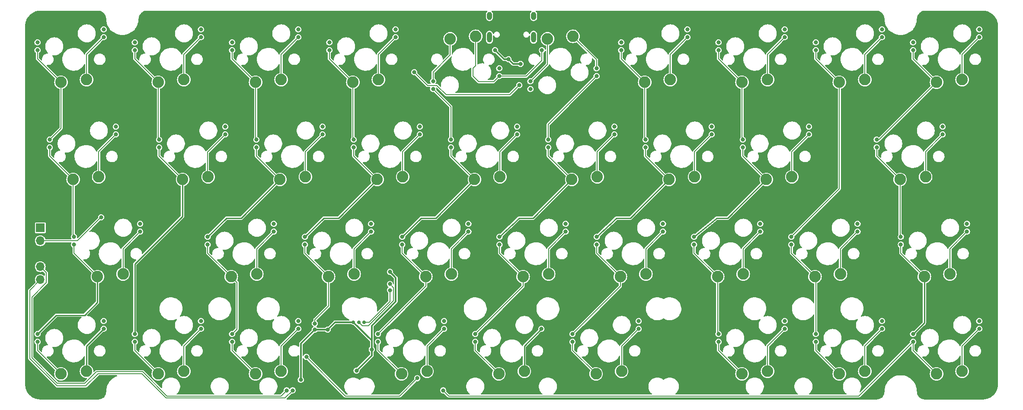
<source format=gtl>
%TF.GenerationSoftware,KiCad,Pcbnew,7.0.6*%
%TF.CreationDate,2023-08-01T10:10:21-04:00*%
%TF.ProjectId,good-delivery,676f6f64-2d64-4656-9c69-766572792e6b,rev?*%
%TF.SameCoordinates,PX2d6b3a0PY7e9ae4e*%
%TF.FileFunction,Copper,L1,Top*%
%TF.FilePolarity,Positive*%
%FSLAX46Y46*%
G04 Gerber Fmt 4.6, Leading zero omitted, Abs format (unit mm)*
G04 Created by KiCad (PCBNEW 7.0.6) date 2023-08-01 10:10:21*
%MOMM*%
%LPD*%
G01*
G04 APERTURE LIST*
%TA.AperFunction,ComponentPad*%
%ADD10C,0.800000*%
%TD*%
%TA.AperFunction,ComponentPad*%
%ADD11C,2.250000*%
%TD*%
%TA.AperFunction,ComponentPad*%
%ADD12R,1.700000X1.700000*%
%TD*%
%TA.AperFunction,ComponentPad*%
%ADD13O,1.700000X1.700000*%
%TD*%
%TA.AperFunction,ComponentPad*%
%ADD14O,1.000000X1.600000*%
%TD*%
%TA.AperFunction,ComponentPad*%
%ADD15O,1.000000X2.100000*%
%TD*%
%TA.AperFunction,ComponentPad*%
%ADD16C,0.650000*%
%TD*%
%TA.AperFunction,ViaPad*%
%ADD17C,0.800000*%
%TD*%
%TA.AperFunction,ViaPad*%
%ADD18C,0.700000*%
%TD*%
%TA.AperFunction,Conductor*%
%ADD19C,0.200000*%
%TD*%
%TA.AperFunction,Conductor*%
%ADD20C,0.250000*%
%TD*%
%TA.AperFunction,Conductor*%
%ADD21C,0.300000*%
%TD*%
G04 APERTURE END LIST*
D10*
%TO.P,MX11,1,COL*%
%TO.N,COL 2*%
X35750524Y31877168D03*
X35750524Y30353168D03*
D11*
X40362524Y24075168D03*
%TO.P,MX11,2,ROW*%
%TO.N,Net-(MX11-ROW)*%
X45362524Y24575168D03*
D10*
X48704524Y34417168D03*
X48704524Y32893168D03*
%TD*%
%TO.P,MX33,1,COL*%
%TO.N,COL 8*%
X150050524Y31877168D03*
X150050524Y30353168D03*
D11*
X154662524Y24075168D03*
%TO.P,MX33,2,ROW*%
%TO.N,Net-(MX33-ROW)*%
X159662524Y24575168D03*
D10*
X163004524Y34417168D03*
X163004524Y32893168D03*
%TD*%
%TO.P,MX21,1,COL*%
%TO.N,COL 5*%
X102425524Y50927168D03*
X102425524Y49403168D03*
D11*
X107037524Y43125168D03*
%TO.P,MX21,2,ROW*%
%TO.N,Net-(MX21-ROW)*%
X112037524Y43625168D03*
D10*
X115379524Y53467168D03*
X115379524Y51943168D03*
%TD*%
%TO.P,MX3,1,COL*%
%TO.N,COL 0*%
X9583774Y31877168D03*
X9583774Y30353168D03*
D11*
X14168774Y24075168D03*
%TO.P,MX3,2,ROW*%
%TO.N,Net-(MX3-ROW)*%
X19168774Y24575168D03*
D10*
X22510774Y34417168D03*
X22510774Y32893168D03*
%TD*%
%TO.P,MX7,1,COL*%
%TO.N,COL 1*%
X26225524Y50927168D03*
X26225524Y49403168D03*
D11*
X30837524Y43125168D03*
%TO.P,MX7,2,ROW*%
%TO.N,Net-(MX7-ROW)*%
X35837524Y43625168D03*
D10*
X39179524Y53467168D03*
X39179524Y51943168D03*
%TD*%
%TO.P,MX8,1,COL*%
%TO.N,COL 1*%
X21463024Y12827168D03*
X21463024Y11303168D03*
D11*
X26075024Y5025168D03*
%TO.P,MX8,2,ROW*%
%TO.N,Net-(MX8-ROW)*%
X31075024Y5525168D03*
D10*
X34417024Y15367168D03*
X34417024Y13843168D03*
%TD*%
%TO.P,MX12,1,COL*%
%TO.N,COL 2*%
X40513024Y12827168D03*
X40513024Y11303168D03*
D11*
X45125024Y5025168D03*
%TO.P,MX12,2,ROW*%
%TO.N,Net-(MX12-ROW)*%
X50125024Y5525168D03*
D10*
X53467024Y15367168D03*
X53467024Y13843168D03*
%TD*%
%TO.P,MX15,1,COL*%
%TO.N,COL 3*%
X54800524Y31877168D03*
X54800524Y30353168D03*
D11*
X59412524Y24075168D03*
%TO.P,MX15,2,ROW*%
%TO.N,Net-(MX15-ROW)*%
X64412524Y24575168D03*
D10*
X67754524Y34417168D03*
X67754524Y32893168D03*
%TD*%
%TO.P,MX24,1,COL*%
%TO.N,COL 6*%
X116713024Y69977168D03*
X116713024Y68453168D03*
D11*
X121325024Y62175168D03*
%TO.P,MX24,2,ROW*%
%TO.N,Net-(MX24-ROW)*%
X126325024Y62675168D03*
D10*
X129667024Y72517168D03*
X129667024Y70993168D03*
%TD*%
%TO.P,MX27,1,COL*%
%TO.N,COL 6*%
X107188024Y12827168D03*
X107188024Y11303168D03*
D11*
X111800024Y5025168D03*
%TO.P,MX27,2,ROW*%
%TO.N,Net-(MX27-ROW)*%
X116800024Y5525168D03*
D10*
X120142024Y15367168D03*
X120142024Y13843168D03*
%TD*%
%TO.P,MX6,1,COL*%
%TO.N,COL 1*%
X21463024Y69977168D03*
X21463024Y68453168D03*
D11*
X26075024Y62175168D03*
%TO.P,MX6,2,ROW*%
%TO.N,Net-(MX6-ROW)*%
X31075024Y62675168D03*
D10*
X34417024Y72517168D03*
X34417024Y70993168D03*
%TD*%
%TO.P,MX14,1,COL*%
%TO.N,COL 3*%
X64325524Y50927168D03*
X64325524Y49403168D03*
D11*
X68937524Y43125168D03*
%TO.P,MX14,2,ROW*%
%TO.N,Net-(MX14-ROW)*%
X73937524Y43625168D03*
D10*
X77279524Y53467168D03*
X77279524Y51943168D03*
%TD*%
%TO.P,MX37,1,COL*%
%TO.N,COL 9*%
X171481774Y31877168D03*
X171481774Y30353168D03*
D11*
X176093774Y24075168D03*
%TO.P,MX37,2,ROW*%
%TO.N,Net-(MX37-ROW)*%
X181093774Y24575168D03*
D10*
X184435774Y34417168D03*
X184435774Y32893168D03*
%TD*%
%TO.P,MX29,1,COL*%
%TO.N,COL 7*%
X140525524Y50927168D03*
X140525524Y49403168D03*
D11*
X145137524Y43125168D03*
%TO.P,MX29,2,ROW*%
%TO.N,Net-(MX29-ROW)*%
X150137524Y43625168D03*
D10*
X153479524Y53467168D03*
X153479524Y51943168D03*
%TD*%
D11*
%TO.P,MX16,1,COL*%
%TO.N,COL 4*%
X83225024Y70675168D03*
D10*
X79883024Y60833168D03*
X79883024Y62357168D03*
%TO.P,MX16,2,ROW*%
%TO.N,Net-(MX16-ROW)*%
X92837024Y63373168D03*
X92837024Y64897168D03*
D11*
X88225024Y71175168D03*
%TD*%
D10*
%TO.P,MX17,1,COL*%
%TO.N,COL 4*%
X83375524Y50927168D03*
X83375524Y49403168D03*
D11*
X87987524Y43125168D03*
%TO.P,MX17,2,ROW*%
%TO.N,Net-(MX17-ROW)*%
X92987524Y43625168D03*
D10*
X96329524Y53467168D03*
X96329524Y51943168D03*
%TD*%
%TO.P,MX13,1,COL*%
%TO.N,COL 3*%
X59563024Y69977168D03*
X59563024Y68453168D03*
D11*
X64175024Y62175168D03*
%TO.P,MX13,2,ROW*%
%TO.N,Net-(MX13-ROW)*%
X69175024Y62675168D03*
D10*
X72517024Y72517168D03*
X72517024Y70993168D03*
%TD*%
%TO.P,MX23,1,COL*%
%TO.N,COL 5*%
X88138240Y12827024D03*
X88138240Y11303024D03*
D11*
X92750240Y5025024D03*
%TO.P,MX23,2,ROW*%
%TO.N,Net-(MX23-ROW)*%
X97750240Y5525024D03*
D10*
X101092240Y13843024D03*
%TD*%
%TO.P,MX26,1,COL*%
%TO.N,COL 6*%
X111950524Y31877168D03*
X111950524Y30353168D03*
D11*
X116562524Y24075168D03*
%TO.P,MX26,2,ROW*%
%TO.N,Net-(MX26-ROW)*%
X121562524Y24575168D03*
D10*
X124904524Y34417168D03*
X124904524Y32893168D03*
%TD*%
%TO.P,MX18,1,COL*%
%TO.N,COL 4*%
X73850524Y31877168D03*
X73850524Y30353168D03*
D11*
X78462524Y24075168D03*
%TO.P,MX18,2,ROW*%
%TO.N,Net-(MX18-ROW)*%
X83462524Y24575168D03*
D10*
X86804524Y34417168D03*
X86804524Y32893168D03*
%TD*%
%TO.P,MX38,1,COL*%
%TO.N,COL 9*%
X173863024Y12827168D03*
X173863024Y11303168D03*
D11*
X178475024Y5025168D03*
%TO.P,MX38,2,ROW*%
%TO.N,Net-(MX38-ROW)*%
X183475024Y5525168D03*
D10*
X186817024Y15367168D03*
X186817024Y13843168D03*
%TD*%
%TO.P,MX2,1,COL*%
%TO.N,COL 0*%
X4794274Y50927168D03*
X4794274Y49403168D03*
D11*
X9406274Y43125168D03*
%TO.P,MX2,2,ROW*%
%TO.N,Net-(MX2-ROW)*%
X14406274Y43625168D03*
D10*
X17748274Y53467168D03*
X17748274Y51943168D03*
%TD*%
%TO.P,MX35,1,COL*%
%TO.N,COL 9*%
X173863024Y69977168D03*
X173863024Y68453168D03*
D11*
X178475024Y62175168D03*
%TO.P,MX35,2,ROW*%
%TO.N,Net-(MX35-ROW)*%
X183475024Y62675168D03*
D10*
X186817024Y72517168D03*
X186817024Y70993168D03*
%TD*%
%TO.P,MX1,1,COL*%
%TO.N,COL 0*%
X2413024Y69977168D03*
X2413024Y68453168D03*
D11*
X7025024Y62175168D03*
%TO.P,MX1,2,ROW*%
%TO.N,Net-(MX1-ROW)*%
X12025024Y62675168D03*
D10*
X15367024Y72517168D03*
X15367024Y70993168D03*
%TD*%
D12*
%TO.P,J2,1,Pin_1*%
%TO.N,+3V3*%
X2976570Y33650072D03*
D13*
%TO.P,J2,2,Pin_2*%
%TO.N,RESET*%
X2976570Y31110072D03*
%TO.P,J2,3,Pin_3*%
%TO.N,GND*%
X2976570Y28570072D03*
%TO.P,J2,4,Pin_4*%
%TO.N,SWDIO*%
X2976570Y26030072D03*
%TO.P,J2,5,Pin_5*%
%TO.N,SWCLK*%
X2976570Y23490072D03*
%TD*%
D10*
%TO.P,MX36,1,COL*%
%TO.N,COL 9*%
X166746274Y50927168D03*
X166746274Y49403168D03*
D11*
X171331274Y43125168D03*
%TO.P,MX36,2,ROW*%
%TO.N,Net-(MX36-ROW)*%
X176331274Y43625168D03*
D10*
X179673274Y53467168D03*
X179673274Y51943168D03*
%TD*%
%TO.P,MX28,1,COL*%
%TO.N,COL 7*%
X135763024Y69977168D03*
X135763024Y68453168D03*
D11*
X140375024Y62175168D03*
%TO.P,MX28,2,ROW*%
%TO.N,Net-(MX28-ROW)*%
X145375024Y62675168D03*
D10*
X148717024Y72517168D03*
X148717024Y70993168D03*
%TD*%
%TO.P,MX19,1,COL*%
%TO.N,COL 4*%
X69088024Y12827168D03*
X69088024Y11303168D03*
D11*
X73700024Y5025168D03*
%TO.P,MX19,2,ROW*%
%TO.N,Net-(MX19-ROW)*%
X78700024Y5525168D03*
D10*
X82042024Y15367168D03*
X82042024Y13843168D03*
%TD*%
%TO.P,MX4,1,COL*%
%TO.N,COL 0*%
X2413024Y12827168D03*
X2413024Y11303168D03*
D11*
X7025024Y5025168D03*
%TO.P,MX4,2,ROW*%
%TO.N,Net-(MX4-ROW)*%
X12025024Y5525168D03*
D10*
X15367024Y15367168D03*
X15367024Y13843168D03*
%TD*%
%TO.P,MX32,1,COL*%
%TO.N,COL 8*%
X154813024Y69977168D03*
X154813024Y68453168D03*
D11*
X159425024Y62175168D03*
%TO.P,MX32,2,ROW*%
%TO.N,Net-(MX32-ROW)*%
X164425024Y62675168D03*
D10*
X167767024Y72517168D03*
X167767024Y70993168D03*
%TD*%
%TO.P,MX31,1,COL*%
%TO.N,COL 7*%
X135763024Y12827168D03*
X135763024Y11303168D03*
D11*
X140375024Y5025168D03*
%TO.P,MX31,2,ROW*%
%TO.N,Net-(MX31-ROW)*%
X145375024Y5525168D03*
D10*
X148717024Y15367168D03*
X148717024Y13843168D03*
%TD*%
%TO.P,MX9,1,COL*%
%TO.N,COL 2*%
X40513024Y69977168D03*
X40513024Y68453168D03*
D11*
X45125024Y62175168D03*
%TO.P,MX9,2,ROW*%
%TO.N,Net-(MX9-ROW)*%
X50125024Y62675168D03*
D10*
X53467024Y72517168D03*
X53467024Y70993168D03*
%TD*%
%TO.P,MX34,1,COL*%
%TO.N,COL 8*%
X154813024Y12827168D03*
X154813024Y11303168D03*
D11*
X159425024Y5025168D03*
%TO.P,MX34,2,ROW*%
%TO.N,Net-(MX34-ROW)*%
X164425024Y5525168D03*
D10*
X167767024Y15367168D03*
X167767024Y13843168D03*
%TD*%
%TO.P,MX22,1,COL*%
%TO.N,COL 5*%
X92900524Y31877168D03*
X92900524Y30353168D03*
D11*
X97512524Y24075168D03*
%TO.P,MX22,2,ROW*%
%TO.N,Net-(MX22-ROW)*%
X102512524Y24575168D03*
D10*
X105854524Y34417168D03*
X105854524Y32893168D03*
%TD*%
%TO.P,MX30,1,COL*%
%TO.N,COL 7*%
X131000524Y31877168D03*
X131000524Y30353168D03*
D11*
X135612524Y24075168D03*
%TO.P,MX30,2,ROW*%
%TO.N,Net-(MX30-ROW)*%
X140612524Y24575168D03*
D10*
X143954524Y34417168D03*
X143954524Y32893168D03*
%TD*%
%TO.P,MX20,1,COL*%
%TO.N,COL 5*%
X111887024Y63373168D03*
X111887024Y64897168D03*
D11*
X107275024Y71175168D03*
%TO.P,MX20,2,ROW*%
%TO.N,Net-(MX20-ROW)*%
X102275024Y70675168D03*
D10*
X98933024Y60833168D03*
X98933024Y62357168D03*
%TD*%
%TO.P,MX10,1,COL*%
%TO.N,COL 2*%
X45275524Y50927168D03*
X45275524Y49403168D03*
D11*
X49887524Y43125168D03*
%TO.P,MX10,2,ROW*%
%TO.N,Net-(MX10-ROW)*%
X54887524Y43625168D03*
D10*
X58229524Y53467168D03*
X58229524Y51943168D03*
%TD*%
%TO.P,MX25,1,COL*%
%TO.N,COL 6*%
X121475524Y50927168D03*
X121475524Y49403168D03*
D11*
X126087524Y43125168D03*
%TO.P,MX25,2,ROW*%
%TO.N,Net-(MX25-ROW)*%
X131087524Y43625168D03*
D10*
X134429524Y53467168D03*
X134429524Y51943168D03*
%TD*%
D14*
%TO.P,J3,S1,SHIELD*%
%TO.N,Earth*%
X90930240Y75166593D03*
D15*
X90930240Y70986593D03*
D14*
X99570240Y75166593D03*
D15*
X99570240Y70986593D03*
%TD*%
D16*
%TO.P,U1,57,GND*%
%TO.N,GND*%
X61912656Y7424245D03*
X62814217Y8325806D03*
X63715778Y9227367D03*
X61011095Y8325806D03*
X61912656Y9227367D03*
X62814217Y10128928D03*
X60109534Y9227367D03*
X61011095Y10128928D03*
X61912656Y11030489D03*
%TD*%
D17*
%TO.N,ROW 0*%
X76200192Y64125264D03*
X96738525Y61595168D03*
%TO.N,ROW 3*%
X55066545Y8334396D03*
X76795506Y4167198D03*
%TO.N,COL 3*%
X56737173Y14882850D03*
%TO.N,COL 9*%
X81855675Y1785942D03*
%TO.N,Net-(MX16-ROW)*%
X101203380Y68461110D03*
%TO.N,GND*%
X29170386Y25003188D03*
X57745458Y19645362D03*
X29170386Y31253985D03*
X81558018Y74711907D03*
X72925965Y8334396D03*
X73521279Y21431304D03*
X61912656Y13989879D03*
X68461110Y5357826D03*
X58043115Y3869541D03*
X56257173Y2381256D03*
X53980024Y892971D03*
X84236931Y4167198D03*
X71437680Y26193816D03*
X73521279Y20538333D03*
X81558018Y53578260D03*
X82450989Y74711907D03*
X72925965Y9525024D03*
X55777173Y16073478D03*
%TO.N,+3V3*%
X53974880Y3869541D03*
X59233743Y13692222D03*
X56737173Y13692222D03*
X64889226Y5655483D03*
D18*
X64293912Y15150507D03*
D17*
X71437680Y25003188D03*
X67865796Y9822681D03*
%TO.N,RESET*%
X14882850Y35718840D03*
%TO.N,SWDIO*%
X51197004Y1785942D03*
%TO.N,SWCLK*%
X52387632Y1785942D03*
%TO.N,SD3*%
X71437680Y22621932D03*
D18*
X65335712Y15150507D03*
D17*
%TO.N,QSPI_CLK*%
X71437680Y21431304D03*
D18*
X66377511Y15150507D03*
D17*
%TO.N,GNDPWR*%
X92000240Y68461110D03*
X97000240Y65782197D03*
X94654926Y66675168D03*
%TD*%
D19*
%TO.N,ROW 0*%
X80630729Y61533168D02*
X82418729Y59745168D01*
X76200192Y64125264D02*
X78792288Y61533168D01*
X82418729Y59745168D02*
X94888525Y59745168D01*
X78792288Y61533168D02*
X80630729Y61533168D01*
X94888525Y59745168D02*
X96738525Y61595168D01*
%TO.N,ROW 3*%
X76795506Y4167198D02*
X73294476Y666168D01*
X55066545Y8334396D02*
X62734773Y666168D01*
X62734773Y666168D02*
X73294476Y666168D01*
%TO.N,COL 0*%
X7025024Y62175168D02*
X7025024Y53157918D01*
X9583774Y30353168D02*
X9583774Y28660168D01*
D20*
X14168774Y24075168D02*
X14168774Y19050048D01*
D19*
X9583774Y28660168D02*
X14168774Y24075168D01*
D20*
X11636764Y16518038D02*
X14168774Y19050048D01*
D19*
X4794274Y49403168D02*
X4794274Y47737168D01*
D20*
X6103894Y16518038D02*
X11636764Y16518038D01*
D19*
X2413024Y9637168D02*
X7025024Y5025168D01*
X2413024Y66787168D02*
X7025024Y62175168D01*
X9406274Y43125168D02*
X9406274Y32054668D01*
X2413024Y11303168D02*
X2413024Y9637168D01*
X2413024Y68453168D02*
X2413024Y66787168D01*
X7025024Y53157918D02*
X4794274Y50927168D01*
X4794274Y47737168D02*
X9406274Y43125168D01*
D20*
X6103894Y16518038D02*
X2413024Y12827168D01*
%TO.N,COL 1*%
X30837524Y35896151D02*
X21463024Y26521651D01*
D19*
X21463024Y68453168D02*
X21463024Y66787168D01*
X21463024Y66787168D02*
X26075024Y62175168D01*
X21463024Y9637168D02*
X26075024Y5025168D01*
D20*
X21463024Y26521651D02*
X21463024Y12827168D01*
D19*
X26075024Y62175168D02*
X26075024Y51077668D01*
X21463024Y11303168D02*
X21463024Y9637168D01*
X26225524Y49403168D02*
X26225524Y47737168D01*
D20*
X30837524Y43125168D02*
X30837524Y35896151D01*
D19*
X26225524Y47737168D02*
X30837524Y43125168D01*
D20*
%TO.N,COL 2*%
X42292524Y35530168D02*
X49887524Y43125168D01*
D19*
X35750524Y30353168D02*
X35750524Y28687168D01*
D20*
X35750524Y31877168D02*
X39403524Y35530168D01*
D19*
X40513024Y9637168D02*
X45125024Y5025168D01*
X45275524Y47737168D02*
X49887524Y43125168D01*
X40513024Y66787168D02*
X45125024Y62175168D01*
D20*
X39403524Y35530168D02*
X42292524Y35530168D01*
D19*
X41487524Y13801668D02*
X40513024Y12827168D01*
X45275524Y49403168D02*
X45275524Y47737168D01*
X40362524Y24075168D02*
X41487524Y22950168D01*
X41487524Y22950168D02*
X41487524Y13801668D01*
X40513024Y68453168D02*
X40513024Y66787168D01*
X35750524Y28687168D02*
X40362524Y24075168D01*
X45125024Y62175168D02*
X45125024Y51077668D01*
X40513024Y11303168D02*
X40513024Y9637168D01*
%TO.N,COL 3*%
X64175024Y62175168D02*
X64175024Y51077668D01*
X54800524Y28687168D02*
X54800524Y30353168D01*
X56737173Y15660507D02*
X59412524Y18335858D01*
X59412524Y24075168D02*
X59412524Y18335858D01*
X56737173Y14882850D02*
X56737173Y15660507D01*
D20*
X61342524Y35530168D02*
X68937524Y43125168D01*
D19*
X59563024Y68453168D02*
X59563024Y66787168D01*
X59563024Y66787168D02*
X64175024Y62175168D01*
D20*
X54800524Y31877168D02*
X58453524Y35530168D01*
D19*
X59412524Y24075168D02*
X54800524Y28687168D01*
X64325524Y49403168D02*
X64325524Y47737168D01*
X64325524Y47737168D02*
X68937524Y43125168D01*
D20*
X58453524Y35530168D02*
X61342524Y35530168D01*
D19*
%TO.N,COL 4*%
X73850524Y28687168D02*
X78462524Y24075168D01*
X83225024Y70675168D02*
X83225024Y67522756D01*
D20*
X80392524Y35530168D02*
X87987524Y43125168D01*
D19*
X73850524Y30353168D02*
X73850524Y28687168D01*
X83375524Y57340668D02*
X79883024Y60833168D01*
X69088024Y11303168D02*
X69088024Y9637168D01*
D20*
X77503524Y35530168D02*
X80392524Y35530168D01*
D19*
X83225024Y67522756D02*
X79883024Y64180756D01*
X69088024Y9637168D02*
X73700024Y5025168D01*
X79883024Y64180756D02*
X79883024Y62357168D01*
X83375524Y49403168D02*
X83375524Y47737168D01*
X78462524Y24075168D02*
X78462524Y22201668D01*
X83375524Y50927168D02*
X83375524Y57340668D01*
X78462524Y22201668D02*
X69088024Y12827168D01*
D20*
X73850524Y31877168D02*
X77503524Y35530168D01*
D19*
X83375524Y47737168D02*
X87987524Y43125168D01*
%TO.N,COL 5*%
X92900524Y28687168D02*
X97512524Y24075168D01*
D20*
X96742196Y35530168D02*
X99442524Y35530168D01*
D19*
X88138240Y11303024D02*
X88138240Y9637024D01*
X102425524Y49403168D02*
X102425524Y47737168D01*
X97512524Y22201308D02*
X88138240Y12827024D01*
X102425524Y47737168D02*
X107037524Y43125168D01*
X111887024Y66563168D02*
X111887024Y64897168D01*
D20*
X99442524Y35530168D02*
X107037524Y43125168D01*
D19*
X92900524Y30353168D02*
X92900524Y28687168D01*
D20*
X92900524Y31877168D02*
X96742196Y35530168D01*
D19*
X107275024Y71175168D02*
X111887024Y66563168D01*
X88138240Y9637024D02*
X92750240Y5025024D01*
X102425524Y50927168D02*
X102425524Y53911668D01*
X97512524Y24075168D02*
X97512524Y22201308D01*
X102425524Y53911668D02*
X111887024Y63373168D01*
%TO.N,COL 6*%
X107188024Y9637168D02*
X111800024Y5025168D01*
X121475524Y47737168D02*
X126087524Y43125168D01*
X116713024Y68453168D02*
X116713024Y66787168D01*
X121475524Y49403168D02*
X121475524Y47737168D01*
X116562524Y24075168D02*
X116562524Y22201668D01*
X107188024Y11303168D02*
X107188024Y9637168D01*
D20*
X115788573Y35530168D02*
X118492524Y35530168D01*
X118492524Y35530168D02*
X126087524Y43125168D01*
D19*
X111950524Y28687168D02*
X116562524Y24075168D01*
X111950524Y30353168D02*
X111950524Y28687168D01*
X116562524Y22201668D02*
X107188024Y12827168D01*
D20*
X111950524Y31877168D02*
X115788573Y35530168D01*
D19*
X116713024Y66787168D02*
X121325024Y62175168D01*
X121325024Y62175168D02*
X121325024Y51077668D01*
%TO.N,COL 7*%
X135763024Y66787168D02*
X140375024Y62175168D01*
X135763024Y9637168D02*
X140375024Y5025168D01*
X140375024Y62175168D02*
X140375024Y51077668D01*
X135763024Y11303168D02*
X135763024Y9637168D01*
X135763024Y68453168D02*
X135763024Y66787168D01*
X140525524Y49403168D02*
X140525524Y47737168D01*
D20*
X137542524Y35530168D02*
X145137524Y43125168D01*
D19*
X135612524Y24075168D02*
X135612524Y12977668D01*
X131000524Y30353168D02*
X131000524Y28687168D01*
D20*
X135437510Y35530168D02*
X137542524Y35530168D01*
D19*
X140525524Y47737168D02*
X145137524Y43125168D01*
X131000524Y28687168D02*
X135612524Y24075168D01*
D20*
X131000524Y31877168D02*
X135437510Y35530168D01*
D19*
%TO.N,COL 8*%
X154813024Y68453168D02*
X154813024Y66787168D01*
X154813024Y66787168D02*
X159425024Y62175168D01*
X154813024Y11303168D02*
X154813024Y9637168D01*
X159425024Y62175168D02*
X159425024Y41251668D01*
X159425024Y41251668D02*
X150050524Y31877168D01*
X150050524Y30353168D02*
X150050524Y28687168D01*
X150050524Y28687168D02*
X154662524Y24075168D01*
X154813024Y9637168D02*
X159425024Y5025168D01*
X154813024Y23924668D02*
X154813024Y12827168D01*
%TO.N,COL 9*%
X166746274Y47710168D02*
X171331274Y43125168D01*
X171331274Y43125168D02*
X171331274Y32027668D01*
X82975593Y666024D02*
X81855675Y1785942D01*
X173863024Y68453168D02*
X173863024Y66787168D01*
X166746274Y49403168D02*
X166746274Y47710168D01*
X167227024Y50927168D02*
X166746274Y50927168D01*
D20*
X176093774Y24075168D02*
X176093774Y15057918D01*
D19*
X173863024Y11303168D02*
X163225880Y666024D01*
D20*
X176093774Y15057918D02*
X173863024Y12827168D01*
D19*
X173863024Y11303168D02*
X173863024Y9637168D01*
X163225880Y666024D02*
X82975593Y666024D01*
X171481774Y28687168D02*
X176093774Y24075168D01*
X171481774Y30353168D02*
X171481774Y28687168D01*
X178475024Y62175168D02*
X167227024Y50927168D01*
X173863024Y66787168D02*
X178475024Y62175168D01*
X173863024Y9637168D02*
X178475024Y5025168D01*
%TO.N,Net-(MX1-ROW)*%
X12025024Y67651168D02*
X15367024Y70993168D01*
X12025024Y62675168D02*
X12025024Y67651168D01*
%TO.N,Net-(MX6-ROW)*%
X31075024Y62675168D02*
X31075024Y67651168D01*
X31075024Y67651168D02*
X34417024Y70993168D01*
%TO.N,Net-(MX2-ROW)*%
X14406274Y43625168D02*
X14406274Y48601168D01*
X14406274Y48601168D02*
X17748274Y51943168D01*
%TO.N,Net-(MX7-ROW)*%
X35681424Y48445068D02*
X39179524Y51943168D01*
X35681424Y43781268D02*
X35681424Y48445068D01*
%TO.N,Net-(MX3-ROW)*%
X19168774Y24575168D02*
X19168774Y29551168D01*
X19168774Y29551168D02*
X22510774Y32893168D01*
D20*
%TO.N,Net-(MX4-ROW)*%
X12025024Y10501168D02*
X15367024Y13843168D01*
X12025024Y5525168D02*
X12025024Y10501168D01*
D19*
%TO.N,Net-(MX8-ROW)*%
X31075024Y5525168D02*
X31075024Y10501168D01*
X31075024Y10501168D02*
X34417024Y13843168D01*
%TO.N,Net-(MX9-ROW)*%
X50125024Y62675168D02*
X50125024Y67651168D01*
X50125024Y67651168D02*
X53467024Y70993168D01*
%TO.N,Net-(MX13-ROW)*%
X69175024Y62675168D02*
X69175024Y67651168D01*
X69175024Y67651168D02*
X72517024Y70993168D01*
%TO.N,Net-(MX10-ROW)*%
X54887524Y43625168D02*
X54887524Y48601168D01*
X54887524Y48601168D02*
X58229524Y51943168D01*
%TO.N,Net-(MX14-ROW)*%
X73937524Y48601168D02*
X77279524Y51943168D01*
X73937524Y43625168D02*
X73937524Y48601168D01*
%TO.N,Net-(MX11-ROW)*%
X45362524Y24575168D02*
X45362524Y29551168D01*
X45362524Y29551168D02*
X48704524Y32893168D01*
%TO.N,Net-(MX15-ROW)*%
X64412524Y24575168D02*
X64412524Y29551168D01*
X64412524Y29551168D02*
X67754524Y32893168D01*
%TO.N,Net-(MX12-ROW)*%
X50125024Y10501168D02*
X53467024Y13843168D01*
X50125024Y5525168D02*
X50125024Y10501168D01*
%TO.N,Net-(MX16-ROW)*%
X88225024Y71175168D02*
X88225024Y65441463D01*
X91749024Y62285168D02*
X92837024Y63373168D01*
X101203380Y68461110D02*
X101203380Y66451112D01*
X88768729Y62285168D02*
X91749024Y62285168D01*
X87685024Y63368873D02*
X88768729Y62285168D01*
X87685024Y64901463D02*
X87685024Y63368873D01*
X88225024Y65441463D02*
X87685024Y64901463D01*
X98125436Y63373168D02*
X92837024Y63373168D01*
X101203380Y66451112D02*
X98125436Y63373168D01*
%TO.N,Net-(MX20-ROW)*%
X98933024Y62357168D02*
X102275024Y65699168D01*
X102275024Y65699168D02*
X102275024Y70675168D01*
%TO.N,Net-(MX17-ROW)*%
X92987524Y43625168D02*
X92987524Y48601168D01*
X92987524Y48601168D02*
X96329524Y51943168D01*
%TO.N,Net-(MX21-ROW)*%
X112037524Y43625168D02*
X112037524Y48601168D01*
X112037524Y48601168D02*
X115379524Y51943168D01*
%TO.N,Net-(MX18-ROW)*%
X83462524Y24575168D02*
X83462524Y29551168D01*
X83462524Y29551168D02*
X86804524Y32893168D01*
%TO.N,Net-(MX22-ROW)*%
X102512524Y29551168D02*
X105854524Y32893168D01*
X102512524Y24575168D02*
X102512524Y29551168D01*
%TO.N,Net-(MX19-ROW)*%
X78700024Y10501168D02*
X82042024Y13843168D01*
X78700024Y5525168D02*
X78700024Y10501168D01*
D20*
%TO.N,Net-(MX23-ROW)*%
X97750240Y10501024D02*
X101092240Y13843024D01*
X97750240Y5525024D02*
X97750240Y10501024D01*
D19*
%TO.N,Net-(MX24-ROW)*%
X126325024Y62675168D02*
X126325024Y67651168D01*
X126325024Y67651168D02*
X129667024Y70993168D01*
%TO.N,Net-(MX28-ROW)*%
X145375024Y62675168D02*
X145375024Y67651168D01*
X145375024Y67651168D02*
X148717024Y70993168D01*
%TO.N,Net-(MX25-ROW)*%
X131087524Y48601168D02*
X134429524Y51943168D01*
X131087524Y43625168D02*
X131087524Y48601168D01*
%TO.N,Net-(MX29-ROW)*%
X150137524Y48601168D02*
X153479524Y51943168D01*
X150137524Y43625168D02*
X150137524Y48601168D01*
%TO.N,Net-(MX26-ROW)*%
X121562524Y24575168D02*
X121562524Y29551168D01*
X121562524Y29551168D02*
X124904524Y32893168D01*
%TO.N,Net-(MX30-ROW)*%
X140612524Y29551168D02*
X143954524Y32893168D01*
X140612524Y24575168D02*
X140612524Y29551168D01*
%TO.N,Net-(MX27-ROW)*%
X116800024Y5525168D02*
X116800024Y10501168D01*
X116800024Y10501168D02*
X120142024Y13843168D01*
%TO.N,Net-(MX31-ROW)*%
X145375024Y5525168D02*
X145375024Y10501168D01*
X145375024Y10501168D02*
X148717024Y13843168D01*
%TO.N,Net-(MX32-ROW)*%
X164425024Y67651168D02*
X167767024Y70993168D01*
X164425024Y62675168D02*
X164425024Y67651168D01*
%TO.N,Net-(MX35-ROW)*%
X183475024Y62675168D02*
X183475024Y67651168D01*
X183475024Y67651168D02*
X186817024Y70993168D01*
%TO.N,Net-(MX36-ROW)*%
X176331274Y48601168D02*
X179673274Y51943168D01*
X176331274Y43625168D02*
X176331274Y48601168D01*
%TO.N,Net-(MX33-ROW)*%
X159662524Y29551168D02*
X163004524Y32893168D01*
X159662524Y24575168D02*
X159662524Y29551168D01*
%TO.N,Net-(MX37-ROW)*%
X181093774Y29551168D02*
X184435774Y32893168D01*
X181093774Y24575168D02*
X181093774Y29551168D01*
%TO.N,Net-(MX34-ROW)*%
X164425024Y5525168D02*
X164425024Y10501168D01*
X164425024Y10501168D02*
X167767024Y13843168D01*
%TO.N,Net-(MX38-ROW)*%
X183475024Y5525168D02*
X183475024Y10501168D01*
X183475024Y10501168D02*
X186817024Y13843168D01*
D21*
%TO.N,+3V3*%
X53980024Y10935073D02*
X56737173Y13692222D01*
X67865796Y9822681D02*
X67865796Y8632053D01*
X67865796Y9822681D02*
X67865796Y14453723D01*
X67865796Y14453723D02*
X72587680Y19175607D01*
X67865796Y11558623D02*
X67865796Y9822681D01*
X59233743Y13692222D02*
X60692028Y15150507D01*
X72587680Y23853188D02*
X71437680Y25003188D01*
X72587680Y19175607D02*
X72587680Y23853188D01*
X56737173Y13692222D02*
X59233743Y13692222D01*
X60692028Y15150507D02*
X64293912Y15150507D01*
X64293912Y15150507D02*
X64293912Y15130507D01*
X53980024Y3874685D02*
X53974880Y3869541D01*
X53980024Y10935073D02*
X53980024Y3874685D01*
X64293912Y15130507D02*
X67865796Y11558623D01*
X67865796Y8632053D02*
X64889226Y5655483D01*
D19*
%TO.N,RESET*%
X10237383Y31110072D02*
X2976570Y31110072D01*
X14846151Y35718840D02*
X10237383Y31110072D01*
X14846151Y35718840D02*
X14882850Y35718840D01*
X14882850Y35718840D02*
X14882850Y35755539D01*
X14882850Y35755539D02*
X14846151Y35718840D01*
%TO.N,SWDIO*%
X2976570Y26030072D02*
X4167198Y24839444D01*
X4167198Y24839444D02*
X4167198Y22919589D01*
X1313024Y8156228D02*
X6297367Y3171884D01*
X13975280Y5460169D02*
X23004858Y5460169D01*
X6297367Y3171884D02*
X11686995Y3171884D01*
X50077086Y666024D02*
X51197004Y1785942D01*
X4167198Y22919589D02*
X1313024Y20065415D01*
X27799003Y666024D02*
X50077086Y666024D01*
X23004858Y5460169D02*
X27799003Y666024D01*
X11686995Y3171884D02*
X13975280Y5460169D01*
X1313024Y20065415D02*
X1313024Y8156228D01*
%TO.N,SWCLK*%
X6264862Y2638705D02*
X11866072Y2638705D01*
X27633318Y266024D02*
X50867714Y266024D01*
X52387632Y1785942D02*
X50867714Y266024D01*
X22839173Y5060169D02*
X27633318Y266024D01*
X14287536Y5060169D02*
X22839173Y5060169D01*
X913024Y7990543D02*
X6264862Y2638705D01*
X2976570Y23490072D02*
X913024Y21426526D01*
X11866072Y2638705D02*
X14287536Y5060169D01*
X913024Y21426526D02*
X913024Y7990543D01*
%TO.N,SD3*%
X72137680Y19362003D02*
X72137680Y21921932D01*
X72137680Y21921932D02*
X71437680Y22621932D01*
X66055712Y14430507D02*
X67206184Y14430507D01*
X67206184Y14430507D02*
X72137680Y19362003D01*
X65335712Y15150507D02*
X66055712Y14430507D01*
%TO.N,QSPI_CLK*%
X67360498Y15150507D02*
X66377511Y15150507D01*
X71437680Y19227689D02*
X71437680Y21431304D01*
X71437680Y19227689D02*
X67360498Y15150507D01*
D21*
%TO.N,GNDPWR*%
X92000240Y68461110D02*
X93786182Y66675168D01*
X94654926Y66675168D02*
X95547897Y65782197D01*
X93786182Y66675168D02*
X94654926Y66675168D01*
X97000240Y65782197D02*
X95547897Y65782197D01*
%TD*%
%TA.AperFunction,Conductor*%
%TO.N,GND*%
G36*
X14253570Y76199692D02*
G01*
X14293116Y76199692D01*
X14296636Y76199567D01*
X14299365Y76199371D01*
X14524500Y76182072D01*
X14531230Y76181086D01*
X14630504Y76159484D01*
X14755539Y76129457D01*
X14761262Y76127708D01*
X14862735Y76089854D01*
X14976242Y76042829D01*
X14980985Y76040559D01*
X15077363Y75987924D01*
X15079462Y75986709D01*
X15151802Y75942373D01*
X15181497Y75924173D01*
X15185299Y75921593D01*
X15229329Y75888629D01*
X15274014Y75855174D01*
X15276479Y75853201D01*
X15279805Y75850360D01*
X15366797Y75776051D01*
X15369652Y75773412D01*
X15402502Y75740559D01*
X15448210Y75694845D01*
X15450832Y75692009D01*
X15523271Y75607182D01*
X15527991Y75601655D01*
X15529977Y75599171D01*
X15596357Y75510486D01*
X15598937Y75506684D01*
X15661447Y75404663D01*
X15662687Y75402522D01*
X15715294Y75306163D01*
X15717582Y75301379D01*
X15764580Y75187897D01*
X15802421Y75086419D01*
X15804176Y75080671D01*
X15834185Y74955642D01*
X15855828Y74856115D01*
X15856807Y74849476D01*
X15869162Y74692619D01*
X15874254Y74621368D01*
X15874380Y74617838D01*
X15874380Y74448122D01*
X15895235Y74256354D01*
X15895448Y74253777D01*
X15898685Y74196123D01*
X15903846Y74177182D01*
X15911550Y74106343D01*
X15956163Y73903662D01*
X15956621Y73901313D01*
X15965445Y73849378D01*
X15971487Y73834043D01*
X15985454Y73770588D01*
X15985455Y73770586D01*
X15985457Y73770578D01*
X16030257Y73637614D01*
X16057216Y73557604D01*
X16070314Y73512141D01*
X16076481Y73500429D01*
X16094847Y73445919D01*
X16095235Y73444769D01*
X16197099Y73224594D01*
X16212020Y73188573D01*
X16217562Y73180364D01*
X16239588Y73132756D01*
X16239589Y73132754D01*
X16375144Y72907460D01*
X16388834Y72882689D01*
X16393011Y72877763D01*
X16416833Y72838172D01*
X16416840Y72838161D01*
X16590287Y72609996D01*
X16598597Y72598284D01*
X16600709Y72596286D01*
X16613357Y72579648D01*
X16624896Y72564469D01*
X16861326Y72314872D01*
X16861330Y72314869D01*
X16861330Y72314868D01*
X17060388Y72145788D01*
X17123357Y72092302D01*
X17407916Y71899366D01*
X17711666Y71738328D01*
X18031048Y71611074D01*
X18031057Y71611072D01*
X18031061Y71611070D01*
X18362309Y71519099D01*
X18701584Y71463478D01*
X18720197Y71462469D01*
X19044880Y71444865D01*
X19388175Y71463478D01*
X19727445Y71519098D01*
X19727446Y71519099D01*
X19727450Y71519099D01*
X20058698Y71611070D01*
X20058698Y71611071D01*
X20058712Y71611074D01*
X20091111Y71623983D01*
X29364524Y71623983D01*
X29403627Y71364559D01*
X29403629Y71364549D01*
X29480961Y71113843D01*
X29592666Y70881886D01*
X29594796Y70877464D01*
X29742591Y70660689D01*
X29742594Y70660686D01*
X29742596Y70660683D01*
X29921041Y70468365D01*
X29921053Y70468354D01*
X30120066Y70309647D01*
X30126167Y70304782D01*
X30126171Y70304780D01*
X30126172Y70304779D01*
X30353368Y70173607D01*
X30353372Y70173605D01*
X30353381Y70173600D01*
X30398485Y70155898D01*
X30597604Y70077749D01*
X30597607Y70077749D01*
X30597608Y70077748D01*
X30853394Y70019366D01*
X30931848Y70013487D01*
X31049524Y70004668D01*
X31049530Y70004668D01*
X31180524Y70004668D01*
X31287501Y70012686D01*
X31376654Y70019366D01*
X31632440Y70077748D01*
X31876667Y70173600D01*
X32103881Y70304782D01*
X32309005Y70468363D01*
X32487457Y70660689D01*
X32635252Y70877464D01*
X32749087Y71113845D01*
X32826420Y71364553D01*
X32865524Y71623983D01*
X48414524Y71623983D01*
X48453627Y71364559D01*
X48453629Y71364549D01*
X48530961Y71113843D01*
X48642666Y70881886D01*
X48644796Y70877464D01*
X48792591Y70660689D01*
X48792594Y70660686D01*
X48792596Y70660683D01*
X48971041Y70468365D01*
X48971053Y70468354D01*
X49170066Y70309647D01*
X49176167Y70304782D01*
X49176171Y70304780D01*
X49176172Y70304779D01*
X49403368Y70173607D01*
X49403372Y70173605D01*
X49403381Y70173600D01*
X49448485Y70155898D01*
X49647604Y70077749D01*
X49647607Y70077749D01*
X49647608Y70077748D01*
X49903394Y70019366D01*
X49981848Y70013487D01*
X50099524Y70004668D01*
X50099530Y70004668D01*
X50230524Y70004668D01*
X50337501Y70012686D01*
X50426654Y70019366D01*
X50682440Y70077748D01*
X50926667Y70173600D01*
X51153881Y70304782D01*
X51359005Y70468363D01*
X51537457Y70660689D01*
X51685252Y70877464D01*
X51799087Y71113845D01*
X51876420Y71364553D01*
X51915524Y71623983D01*
X67464524Y71623983D01*
X67503627Y71364559D01*
X67503629Y71364549D01*
X67580961Y71113843D01*
X67692666Y70881886D01*
X67694796Y70877464D01*
X67842591Y70660689D01*
X67842594Y70660686D01*
X67842596Y70660683D01*
X68021041Y70468365D01*
X68021053Y70468354D01*
X68220066Y70309647D01*
X68226167Y70304782D01*
X68226171Y70304780D01*
X68226172Y70304779D01*
X68453368Y70173607D01*
X68453372Y70173605D01*
X68453381Y70173600D01*
X68498485Y70155898D01*
X68697604Y70077749D01*
X68697607Y70077749D01*
X68697608Y70077748D01*
X68953394Y70019366D01*
X69031848Y70013487D01*
X69149524Y70004668D01*
X69149530Y70004668D01*
X69280524Y70004668D01*
X69387501Y70012686D01*
X69476654Y70019366D01*
X69732440Y70077748D01*
X69976667Y70173600D01*
X70203881Y70304782D01*
X70409005Y70468363D01*
X70587457Y70660689D01*
X70735252Y70877464D01*
X70849087Y71113845D01*
X70926420Y71364553D01*
X70965524Y71623986D01*
X70965524Y71886350D01*
X70926420Y72145783D01*
X70849087Y72396491D01*
X70827961Y72440359D01*
X70790972Y72517168D01*
X71911342Y72517168D01*
X71931979Y72360410D01*
X71931981Y72360402D01*
X71992486Y72214330D01*
X71992486Y72214329D01*
X72086281Y72092093D01*
X72088742Y72088886D01*
X72088746Y72088883D01*
X72088747Y72088882D01*
X72118106Y72066355D01*
X72214183Y71992632D01*
X72360262Y71932124D01*
X72477833Y71916646D01*
X72517023Y71911486D01*
X72517024Y71911486D01*
X72517025Y71911486D01*
X72548376Y71915614D01*
X72673786Y71932124D01*
X72819865Y71992632D01*
X72945306Y72088886D01*
X73041560Y72214327D01*
X73102068Y72360406D01*
X73122706Y72517168D01*
X73102068Y72673930D01*
X73041561Y72820007D01*
X73041561Y72820008D01*
X72945310Y72945445D01*
X72945309Y72945446D01*
X72945306Y72945450D01*
X72945301Y72945454D01*
X72945300Y72945455D01*
X72819862Y73041706D01*
X72673790Y73102211D01*
X72673782Y73102213D01*
X72517025Y73122850D01*
X72517023Y73122850D01*
X72360265Y73102213D01*
X72360257Y73102211D01*
X72214185Y73041706D01*
X72214184Y73041706D01*
X72088747Y72945455D01*
X72088737Y72945445D01*
X71992486Y72820008D01*
X71992486Y72820007D01*
X71931981Y72673935D01*
X71931979Y72673927D01*
X71911342Y72517169D01*
X71911342Y72517168D01*
X70790972Y72517168D01*
X70787028Y72525358D01*
X70735252Y72632872D01*
X70587457Y72849647D01*
X70561369Y72877763D01*
X70409006Y73041972D01*
X70408994Y73041983D01*
X70203889Y73205548D01*
X70203875Y73205558D01*
X69976679Y73336730D01*
X69976670Y73336735D01*
X69976667Y73336736D01*
X69976663Y73336738D01*
X69976660Y73336739D01*
X69732443Y73432588D01*
X69476655Y73490970D01*
X69476649Y73490971D01*
X69280524Y73505668D01*
X69280518Y73505668D01*
X69149530Y73505668D01*
X69149524Y73505668D01*
X68953398Y73490971D01*
X68953392Y73490970D01*
X68697604Y73432588D01*
X68453387Y73336739D01*
X68453368Y73336730D01*
X68226172Y73205558D01*
X68226158Y73205548D01*
X68021053Y73041983D01*
X68021041Y73041972D01*
X67842596Y72849654D01*
X67842591Y72849648D01*
X67842591Y72849647D01*
X67694796Y72632872D01*
X67694794Y72632869D01*
X67694792Y72632865D01*
X67580961Y72396494D01*
X67503629Y72145788D01*
X67503627Y72145778D01*
X67464524Y71886354D01*
X67464524Y71623983D01*
X51915524Y71623983D01*
X51915524Y71623986D01*
X51915524Y71886350D01*
X51876420Y72145783D01*
X51799087Y72396491D01*
X51777961Y72440359D01*
X51740972Y72517168D01*
X52861342Y72517168D01*
X52881979Y72360410D01*
X52881981Y72360402D01*
X52942486Y72214330D01*
X52942486Y72214329D01*
X53036281Y72092093D01*
X53038742Y72088886D01*
X53038746Y72088883D01*
X53038747Y72088882D01*
X53068106Y72066355D01*
X53164183Y71992632D01*
X53310262Y71932124D01*
X53427833Y71916646D01*
X53467023Y71911486D01*
X53467024Y71911486D01*
X53467025Y71911486D01*
X53498376Y71915614D01*
X53623786Y71932124D01*
X53769865Y71992632D01*
X53895306Y72088886D01*
X53991560Y72214327D01*
X54052068Y72360406D01*
X54072706Y72517168D01*
X54052068Y72673930D01*
X53991561Y72820007D01*
X53991561Y72820008D01*
X53895310Y72945445D01*
X53895309Y72945446D01*
X53895306Y72945450D01*
X53895301Y72945454D01*
X53895300Y72945455D01*
X53769862Y73041706D01*
X53623790Y73102211D01*
X53623782Y73102213D01*
X53467025Y73122850D01*
X53467023Y73122850D01*
X53310265Y73102213D01*
X53310257Y73102211D01*
X53164185Y73041706D01*
X53164184Y73041706D01*
X53038747Y72945455D01*
X53038737Y72945445D01*
X52942486Y72820008D01*
X52942486Y72820007D01*
X52881981Y72673935D01*
X52881979Y72673927D01*
X52861342Y72517169D01*
X52861342Y72517168D01*
X51740972Y72517168D01*
X51737028Y72525358D01*
X51685252Y72632872D01*
X51537457Y72849647D01*
X51511369Y72877763D01*
X51359006Y73041972D01*
X51358994Y73041983D01*
X51153889Y73205548D01*
X51153875Y73205558D01*
X50926679Y73336730D01*
X50926670Y73336735D01*
X50926667Y73336736D01*
X50926663Y73336738D01*
X50926660Y73336739D01*
X50682443Y73432588D01*
X50426655Y73490970D01*
X50426649Y73490971D01*
X50230524Y73505668D01*
X50230518Y73505668D01*
X50099530Y73505668D01*
X50099524Y73505668D01*
X49903398Y73490971D01*
X49903392Y73490970D01*
X49647604Y73432588D01*
X49403387Y73336739D01*
X49403368Y73336730D01*
X49176172Y73205558D01*
X49176158Y73205548D01*
X48971053Y73041983D01*
X48971041Y73041972D01*
X48792596Y72849654D01*
X48792591Y72849648D01*
X48792591Y72849647D01*
X48644796Y72632872D01*
X48644794Y72632869D01*
X48644792Y72632865D01*
X48530961Y72396494D01*
X48453629Y72145788D01*
X48453627Y72145778D01*
X48414524Y71886354D01*
X48414524Y71623983D01*
X32865524Y71623983D01*
X32865524Y71623986D01*
X32865524Y71886350D01*
X32826420Y72145783D01*
X32749087Y72396491D01*
X32727961Y72440359D01*
X32690972Y72517168D01*
X33811342Y72517168D01*
X33831979Y72360410D01*
X33831981Y72360402D01*
X33892486Y72214330D01*
X33892486Y72214329D01*
X33986281Y72092093D01*
X33988742Y72088886D01*
X33988746Y72088883D01*
X33988747Y72088882D01*
X34018106Y72066355D01*
X34114183Y71992632D01*
X34260262Y71932124D01*
X34377833Y71916646D01*
X34417023Y71911486D01*
X34417024Y71911486D01*
X34417025Y71911486D01*
X34448376Y71915614D01*
X34573786Y71932124D01*
X34719865Y71992632D01*
X34845306Y72088886D01*
X34941560Y72214327D01*
X35002068Y72360406D01*
X35022706Y72517168D01*
X35002068Y72673930D01*
X34941561Y72820007D01*
X34941561Y72820008D01*
X34845310Y72945445D01*
X34845309Y72945446D01*
X34845306Y72945450D01*
X34845301Y72945454D01*
X34845300Y72945455D01*
X34719862Y73041706D01*
X34573790Y73102211D01*
X34573782Y73102213D01*
X34417025Y73122850D01*
X34417023Y73122850D01*
X34260265Y73102213D01*
X34260257Y73102211D01*
X34114185Y73041706D01*
X34114184Y73041706D01*
X33988747Y72945455D01*
X33988737Y72945445D01*
X33892486Y72820008D01*
X33892486Y72820007D01*
X33831981Y72673935D01*
X33831979Y72673927D01*
X33811342Y72517169D01*
X33811342Y72517168D01*
X32690972Y72517168D01*
X32687028Y72525358D01*
X32635252Y72632872D01*
X32487457Y72849647D01*
X32461369Y72877763D01*
X32309006Y73041972D01*
X32308994Y73041983D01*
X32103889Y73205548D01*
X32103875Y73205558D01*
X31876679Y73336730D01*
X31876670Y73336735D01*
X31876667Y73336736D01*
X31876663Y73336738D01*
X31876660Y73336739D01*
X31632443Y73432588D01*
X31376655Y73490970D01*
X31376649Y73490971D01*
X31180524Y73505668D01*
X31180518Y73505668D01*
X31049530Y73505668D01*
X31049524Y73505668D01*
X30853398Y73490971D01*
X30853392Y73490970D01*
X30597604Y73432588D01*
X30353387Y73336739D01*
X30353368Y73336730D01*
X30126172Y73205558D01*
X30126158Y73205548D01*
X29921053Y73041983D01*
X29921041Y73041972D01*
X29742596Y72849654D01*
X29742591Y72849648D01*
X29742591Y72849647D01*
X29594796Y72632872D01*
X29594794Y72632869D01*
X29594792Y72632865D01*
X29480961Y72396494D01*
X29403629Y72145788D01*
X29403627Y72145778D01*
X29364524Y71886354D01*
X29364524Y71623983D01*
X20091111Y71623983D01*
X20378094Y71738328D01*
X20681844Y71899366D01*
X20966403Y72092302D01*
X21228434Y72314872D01*
X21464864Y72564469D01*
X21489050Y72596286D01*
X21490415Y72597233D01*
X21499459Y72609979D01*
X21672923Y72838165D01*
X21696747Y72877763D01*
X21699542Y72880189D01*
X21714598Y72907430D01*
X21761856Y72985974D01*
X21850169Y73132752D01*
X21872194Y73180360D01*
X21876066Y73184538D01*
X21892639Y73224551D01*
X21994527Y73444775D01*
X22013275Y73500420D01*
X22017834Y73506554D01*
X22032534Y73557579D01*
X22104303Y73770578D01*
X22118271Y73834038D01*
X22123107Y73842276D01*
X22133134Y73901295D01*
X22133584Y73903605D01*
X22178209Y74106339D01*
X22185910Y74177151D01*
X22190593Y74187569D01*
X22194311Y74253770D01*
X22194524Y74256347D01*
X22215380Y74448122D01*
X22215380Y74618259D01*
X22215506Y74621788D01*
X22220365Y74689793D01*
X22232926Y74849514D01*
X22233899Y74856115D01*
X22255544Y74955642D01*
X22285559Y75080699D01*
X22287305Y75086421D01*
X22325149Y75187904D01*
X22372157Y75301411D01*
X22374424Y75306152D01*
X22427065Y75402571D01*
X22428252Y75404622D01*
X22490814Y75506728D01*
X22493342Y75510455D01*
X22559805Y75599250D01*
X22561735Y75601663D01*
X22638932Y75692061D01*
X22641488Y75694826D01*
X22720101Y75773450D01*
X22722920Y75776055D01*
X22813301Y75853258D01*
X22815704Y75855180D01*
X22904468Y75921637D01*
X22908206Y75924173D01*
X23010338Y75986769D01*
X23012347Y75987932D01*
X23108767Y76040588D01*
X23113505Y76042856D01*
X23226996Y76089875D01*
X23328486Y76127737D01*
X23334216Y76129486D01*
X23459237Y76159511D01*
X23558771Y76181170D01*
X23565378Y76182144D01*
X23728299Y76194957D01*
X23792702Y76199567D01*
X23796220Y76199692D01*
X90440330Y76199692D01*
X90498521Y76180785D01*
X90534485Y76131285D01*
X90534485Y76070099D01*
X90505979Y76026590D01*
X90402063Y75934529D01*
X90402056Y75934521D01*
X90305422Y75794523D01*
X90245100Y75635465D01*
X90229740Y75508975D01*
X90229740Y74824212D01*
X90237979Y74756367D01*
X90245100Y74697721D01*
X90305422Y74538663D01*
X90402057Y74398664D01*
X90529388Y74285859D01*
X90680015Y74206803D01*
X90845184Y74166093D01*
X90845187Y74166093D01*
X91015293Y74166093D01*
X91015296Y74166093D01*
X91180465Y74206803D01*
X91331092Y74285859D01*
X91458423Y74398664D01*
X91555058Y74538663D01*
X91615380Y74697721D01*
X91630740Y74824221D01*
X91630740Y75508965D01*
X91630555Y75510486D01*
X91623368Y75569679D01*
X91615380Y75635465D01*
X91555058Y75794523D01*
X91458423Y75934522D01*
X91458419Y75934526D01*
X91458416Y75934529D01*
X91354501Y76026590D01*
X91323482Y76079330D01*
X91329388Y76140229D01*
X91369961Y76186027D01*
X91420150Y76199692D01*
X99080330Y76199692D01*
X99138521Y76180785D01*
X99174485Y76131285D01*
X99174485Y76070099D01*
X99145979Y76026590D01*
X99042063Y75934529D01*
X99042056Y75934521D01*
X98945422Y75794523D01*
X98885100Y75635465D01*
X98869740Y75508975D01*
X98869740Y74824212D01*
X98877979Y74756367D01*
X98885100Y74697721D01*
X98945422Y74538663D01*
X99042057Y74398664D01*
X99169388Y74285859D01*
X99320015Y74206803D01*
X99485184Y74166093D01*
X99485187Y74166093D01*
X99655293Y74166093D01*
X99655296Y74166093D01*
X99820465Y74206803D01*
X99971092Y74285859D01*
X100098423Y74398664D01*
X100195058Y74538663D01*
X100255380Y74697721D01*
X100270740Y74824221D01*
X100270740Y75508965D01*
X100270555Y75510486D01*
X100263368Y75569679D01*
X100255380Y75635465D01*
X100195058Y75794523D01*
X100098423Y75934522D01*
X100098419Y75934526D01*
X100098416Y75934529D01*
X99994501Y76026590D01*
X99963482Y76079330D01*
X99969388Y76140229D01*
X100009961Y76186027D01*
X100060150Y76199692D01*
X166693116Y76199692D01*
X166696629Y76199567D01*
X166764630Y76194699D01*
X166924365Y76182117D01*
X166930979Y76181141D01*
X167030504Y76159484D01*
X167155539Y76129457D01*
X167161262Y76127708D01*
X167262735Y76089854D01*
X167376242Y76042829D01*
X167380985Y76040559D01*
X167477363Y75987924D01*
X167479462Y75986709D01*
X167551802Y75942373D01*
X167581497Y75924173D01*
X167585299Y75921593D01*
X167629329Y75888629D01*
X167674014Y75855174D01*
X167676479Y75853201D01*
X167679805Y75850360D01*
X167766797Y75776051D01*
X167769652Y75773412D01*
X167802502Y75740559D01*
X167848210Y75694845D01*
X167850832Y75692009D01*
X167923271Y75607182D01*
X167927991Y75601655D01*
X167929977Y75599171D01*
X167996357Y75510486D01*
X167998937Y75506684D01*
X168061447Y75404663D01*
X168062687Y75402522D01*
X168115294Y75306163D01*
X168117582Y75301379D01*
X168164580Y75187897D01*
X168202421Y75086419D01*
X168204176Y75080671D01*
X168234185Y74955642D01*
X168255828Y74856115D01*
X168256807Y74849476D01*
X168269162Y74692619D01*
X168274254Y74621368D01*
X168274380Y74617838D01*
X168274380Y74448122D01*
X168295235Y74256354D01*
X168295448Y74253777D01*
X168298685Y74196123D01*
X168303846Y74177182D01*
X168311550Y74106343D01*
X168356163Y73903662D01*
X168356621Y73901313D01*
X168365445Y73849378D01*
X168371487Y73834043D01*
X168385454Y73770588D01*
X168385455Y73770586D01*
X168385457Y73770578D01*
X168430257Y73637614D01*
X168457216Y73557604D01*
X168470314Y73512141D01*
X168476481Y73500429D01*
X168494847Y73445919D01*
X168495235Y73444769D01*
X168597099Y73224594D01*
X168612020Y73188573D01*
X168617562Y73180364D01*
X168639588Y73132756D01*
X168639589Y73132754D01*
X168775144Y72907460D01*
X168788834Y72882689D01*
X168793011Y72877763D01*
X168816833Y72838172D01*
X168816840Y72838161D01*
X168990287Y72609996D01*
X168998597Y72598284D01*
X169000709Y72596286D01*
X169013357Y72579648D01*
X169024896Y72564469D01*
X169261326Y72314872D01*
X169261330Y72314869D01*
X169261330Y72314868D01*
X169460388Y72145788D01*
X169523357Y72092302D01*
X169807916Y71899366D01*
X170111666Y71738328D01*
X170431048Y71611074D01*
X170431057Y71611072D01*
X170431061Y71611070D01*
X170762309Y71519099D01*
X171101584Y71463478D01*
X171119239Y71462521D01*
X171444880Y71444865D01*
X171788175Y71463478D01*
X172127445Y71519098D01*
X172127446Y71519099D01*
X172127450Y71519099D01*
X172458698Y71611070D01*
X172458698Y71611071D01*
X172458712Y71611074D01*
X172491111Y71623983D01*
X181764524Y71623983D01*
X181803627Y71364559D01*
X181803629Y71364549D01*
X181880961Y71113843D01*
X181992666Y70881886D01*
X181994796Y70877464D01*
X182142591Y70660689D01*
X182142594Y70660686D01*
X182142596Y70660683D01*
X182321041Y70468365D01*
X182321053Y70468354D01*
X182520066Y70309647D01*
X182526167Y70304782D01*
X182526171Y70304780D01*
X182526172Y70304779D01*
X182753368Y70173607D01*
X182753372Y70173605D01*
X182753381Y70173600D01*
X182798485Y70155898D01*
X182997604Y70077749D01*
X182997607Y70077749D01*
X182997608Y70077748D01*
X183253394Y70019366D01*
X183331848Y70013487D01*
X183449524Y70004668D01*
X183449530Y70004668D01*
X183580524Y70004668D01*
X183687501Y70012686D01*
X183776654Y70019366D01*
X184032440Y70077748D01*
X184276667Y70173600D01*
X184503881Y70304782D01*
X184709005Y70468363D01*
X184887457Y70660689D01*
X185035252Y70877464D01*
X185149087Y71113845D01*
X185226420Y71364553D01*
X185265524Y71623986D01*
X185265524Y71886350D01*
X185226420Y72145783D01*
X185149087Y72396491D01*
X185127961Y72440359D01*
X185090972Y72517168D01*
X186211342Y72517168D01*
X186231979Y72360410D01*
X186231981Y72360402D01*
X186292486Y72214330D01*
X186292486Y72214329D01*
X186386281Y72092093D01*
X186388742Y72088886D01*
X186388746Y72088883D01*
X186388747Y72088882D01*
X186418106Y72066355D01*
X186514183Y71992632D01*
X186660262Y71932124D01*
X186777833Y71916646D01*
X186817023Y71911486D01*
X186817024Y71911486D01*
X186817025Y71911486D01*
X186848376Y71915614D01*
X186973786Y71932124D01*
X187119865Y71992632D01*
X187245306Y72088886D01*
X187341560Y72214327D01*
X187402068Y72360406D01*
X187422706Y72517168D01*
X187402068Y72673930D01*
X187341561Y72820007D01*
X187341561Y72820008D01*
X187245310Y72945445D01*
X187245309Y72945446D01*
X187245306Y72945450D01*
X187245301Y72945454D01*
X187245300Y72945455D01*
X187119862Y73041706D01*
X186973790Y73102211D01*
X186973782Y73102213D01*
X186817025Y73122850D01*
X186817023Y73122850D01*
X186660265Y73102213D01*
X186660257Y73102211D01*
X186514185Y73041706D01*
X186514184Y73041706D01*
X186388747Y72945455D01*
X186388737Y72945445D01*
X186292486Y72820008D01*
X186292486Y72820007D01*
X186231981Y72673935D01*
X186231979Y72673927D01*
X186211342Y72517169D01*
X186211342Y72517168D01*
X185090972Y72517168D01*
X185087028Y72525358D01*
X185035252Y72632872D01*
X184887457Y72849647D01*
X184861369Y72877763D01*
X184709006Y73041972D01*
X184708994Y73041983D01*
X184503889Y73205548D01*
X184503875Y73205558D01*
X184276679Y73336730D01*
X184276670Y73336735D01*
X184276667Y73336736D01*
X184276663Y73336738D01*
X184276660Y73336739D01*
X184032443Y73432588D01*
X183776655Y73490970D01*
X183776649Y73490971D01*
X183580524Y73505668D01*
X183580518Y73505668D01*
X183449530Y73505668D01*
X183449524Y73505668D01*
X183253398Y73490971D01*
X183253392Y73490970D01*
X182997604Y73432588D01*
X182753387Y73336739D01*
X182753368Y73336730D01*
X182526172Y73205558D01*
X182526158Y73205548D01*
X182321053Y73041983D01*
X182321041Y73041972D01*
X182142596Y72849654D01*
X182142591Y72849648D01*
X182142591Y72849647D01*
X181994796Y72632872D01*
X181994794Y72632869D01*
X181994792Y72632865D01*
X181880961Y72396494D01*
X181803629Y72145788D01*
X181803627Y72145778D01*
X181764524Y71886354D01*
X181764524Y71623983D01*
X172491111Y71623983D01*
X172778094Y71738328D01*
X173081844Y71899366D01*
X173366403Y72092302D01*
X173628434Y72314872D01*
X173864864Y72564469D01*
X173889050Y72596286D01*
X173890415Y72597233D01*
X173899459Y72609979D01*
X174072923Y72838165D01*
X174096747Y72877763D01*
X174099542Y72880189D01*
X174114598Y72907430D01*
X174161856Y72985974D01*
X174250169Y73132752D01*
X174272194Y73180360D01*
X174276066Y73184538D01*
X174292639Y73224551D01*
X174394527Y73444775D01*
X174413275Y73500420D01*
X174417834Y73506554D01*
X174432534Y73557579D01*
X174504303Y73770578D01*
X174518271Y73834038D01*
X174523107Y73842276D01*
X174533134Y73901295D01*
X174533584Y73903605D01*
X174578209Y74106339D01*
X174585910Y74177151D01*
X174590593Y74187569D01*
X174594311Y74253770D01*
X174594524Y74256347D01*
X174615380Y74448122D01*
X174615380Y74618259D01*
X174615506Y74621788D01*
X174620365Y74689793D01*
X174632926Y74849514D01*
X174633899Y74856115D01*
X174655544Y74955642D01*
X174685559Y75080699D01*
X174687305Y75086421D01*
X174725149Y75187904D01*
X174772157Y75301411D01*
X174774424Y75306152D01*
X174827065Y75402571D01*
X174828252Y75404622D01*
X174890814Y75506728D01*
X174893342Y75510455D01*
X174959805Y75599250D01*
X174961735Y75601663D01*
X175038932Y75692061D01*
X175041488Y75694826D01*
X175120101Y75773450D01*
X175122920Y75776055D01*
X175213301Y75853258D01*
X175215704Y75855180D01*
X175304468Y75921637D01*
X175308206Y75924173D01*
X175410338Y75986769D01*
X175412347Y75987932D01*
X175508767Y76040588D01*
X175513505Y76042856D01*
X175626996Y76089875D01*
X175728486Y76127737D01*
X175734216Y76129486D01*
X175859237Y76159511D01*
X175958771Y76181170D01*
X175965378Y76182144D01*
X176128226Y76194951D01*
X176192711Y76199567D01*
X176196226Y76199692D01*
X176235275Y76199692D01*
X176236482Y76199787D01*
X187482308Y76199787D01*
X187482600Y76199692D01*
X187522619Y76199692D01*
X187525203Y76199625D01*
X187668355Y76192121D01*
X187839031Y76182497D01*
X187843916Y76181973D01*
X187996201Y76157852D01*
X188157625Y76130422D01*
X188162102Y76129444D01*
X188314569Y76088589D01*
X188468656Y76044197D01*
X188472671Y76042850D01*
X188621585Y75985686D01*
X188768512Y75924826D01*
X188772003Y75923217D01*
X188914989Y75850360D01*
X189053653Y75773721D01*
X189056661Y75771917D01*
X189179627Y75692061D01*
X189191701Y75684220D01*
X189320808Y75592612D01*
X189323271Y75590743D01*
X189447787Y75489911D01*
X189449593Y75488374D01*
X189566732Y75383692D01*
X189568730Y75381803D01*
X189682078Y75268453D01*
X189683978Y75266444D01*
X189788627Y75149339D01*
X189790186Y75147507D01*
X189891016Y75022992D01*
X189892918Y75020484D01*
X189984475Y74891447D01*
X190072195Y74756367D01*
X190074004Y74753351D01*
X190150628Y74614711D01*
X190223482Y74471725D01*
X190225109Y74468194D01*
X190285951Y74321308D01*
X190343110Y74172405D01*
X190344463Y74168367D01*
X190388860Y74014266D01*
X190429702Y73861839D01*
X190430690Y73857317D01*
X190458130Y73695811D01*
X190482223Y73543690D01*
X190482754Y73538724D01*
X190492712Y73361711D01*
X190499512Y73231967D01*
X190499580Y73229376D01*
X190499580Y2970244D01*
X190499512Y2967652D01*
X190498135Y2941381D01*
X190482756Y2661293D01*
X190482221Y2656261D01*
X190458165Y2504358D01*
X190430728Y2342863D01*
X190429740Y2338340D01*
X190388887Y2185866D01*
X190344510Y2031822D01*
X190343156Y2027785D01*
X190285990Y1878854D01*
X190225145Y1731956D01*
X190223517Y1728425D01*
X190150679Y1585467D01*
X190074030Y1446779D01*
X190072220Y1443763D01*
X189984530Y1308727D01*
X189892952Y1179658D01*
X189891051Y1177150D01*
X189790230Y1052643D01*
X189788670Y1050810D01*
X189684014Y933696D01*
X189682106Y931678D01*
X189568781Y818349D01*
X189566763Y816442D01*
X189449654Y711784D01*
X189447821Y710224D01*
X189323315Y609400D01*
X189320808Y607499D01*
X189191745Y515918D01*
X189056683Y428208D01*
X189053668Y426398D01*
X188915011Y349762D01*
X188772053Y276920D01*
X188768522Y275293D01*
X188621616Y214439D01*
X188472702Y157274D01*
X188468664Y155920D01*
X188314600Y111533D01*
X188162139Y70681D01*
X188157618Y69693D01*
X187996157Y42256D01*
X187844028Y18160D01*
X187839053Y17628D01*
X187725749Y11290D01*
X187644025Y6719D01*
X187567199Y2692D01*
X187526680Y568D01*
X187524094Y500D01*
X176236329Y500D01*
X176236075Y583D01*
X176196663Y505D01*
X176193111Y625D01*
X176125111Y5380D01*
X175965774Y17666D01*
X175959127Y18635D01*
X175859693Y40101D01*
X175734883Y69856D01*
X175729131Y71602D01*
X175627728Y109240D01*
X175514393Y155976D01*
X175509606Y158257D01*
X175413304Y210644D01*
X175411161Y211880D01*
X175309258Y274103D01*
X175305451Y276677D01*
X175305420Y276700D01*
X175216742Y342865D01*
X175214272Y344834D01*
X175208414Y349821D01*
X175195700Y360646D01*
X175124004Y421686D01*
X175121145Y424320D01*
X175042572Y502645D01*
X175039928Y505495D01*
X174971436Y585431D01*
X174962799Y595511D01*
X174960819Y597979D01*
X174894337Y686497D01*
X174891772Y690263D01*
X174829217Y791984D01*
X174827985Y794104D01*
X174804234Y837435D01*
X174775277Y890267D01*
X174772993Y895022D01*
X174725900Y1008204D01*
X174687926Y1109526D01*
X174686174Y1115234D01*
X174656027Y1239933D01*
X174634237Y1339341D01*
X174633253Y1345952D01*
X174620299Y1507456D01*
X174617178Y1550136D01*
X174615512Y1572939D01*
X174615380Y1576549D01*
X174615380Y1746923D01*
X174594523Y1938702D01*
X174594310Y1941279D01*
X174591072Y1998941D01*
X174585910Y2017892D01*
X174584833Y2027799D01*
X174578209Y2088705D01*
X174575964Y2098902D01*
X174556808Y2185931D01*
X174533589Y2291417D01*
X174533134Y2293752D01*
X174524314Y2345662D01*
X174518271Y2361005D01*
X174504303Y2424466D01*
X174432538Y2637455D01*
X174419447Y2682894D01*
X174413277Y2694620D01*
X174394527Y2750269D01*
X174306109Y2941381D01*
X174292649Y2970474D01*
X174277739Y3006468D01*
X174272195Y3014684D01*
X174250168Y3062294D01*
X174128891Y3263859D01*
X174114596Y3287617D01*
X174100926Y3312351D01*
X174096746Y3317284D01*
X174072923Y3356879D01*
X173899459Y3585066D01*
X173891169Y3596750D01*
X173889048Y3598761D01*
X173864864Y3630575D01*
X173628434Y3880172D01*
X173628429Y3880177D01*
X173366409Y4102737D01*
X173366408Y4102738D01*
X173366403Y4102742D01*
X173081844Y4295678D01*
X172778094Y4456716D01*
X172458712Y4583970D01*
X172458707Y4583972D01*
X172458703Y4583973D01*
X172458698Y4583975D01*
X172127450Y4675946D01*
X171788175Y4731567D01*
X171462534Y4749222D01*
X171444880Y4750179D01*
X171444879Y4750179D01*
X171101584Y4731567D01*
X170762309Y4675946D01*
X170431061Y4583975D01*
X170431056Y4583973D01*
X170431049Y4583971D01*
X170431048Y4583970D01*
X170111666Y4456716D01*
X169807916Y4295678D01*
X169807910Y4295675D01*
X169807910Y4295674D01*
X169777194Y4274848D01*
X169583353Y4143420D01*
X169523360Y4102744D01*
X169523350Y4102737D01*
X169261330Y3880177D01*
X169261330Y3880176D01*
X169261327Y3880173D01*
X169261326Y3880172D01*
X169254270Y3872723D01*
X169024897Y3630577D01*
X169000709Y3598758D01*
X168999339Y3597808D01*
X168990272Y3585028D01*
X168816840Y3356884D01*
X168816838Y3356881D01*
X168793011Y3317281D01*
X168790214Y3314854D01*
X168775143Y3287584D01*
X168639594Y3062300D01*
X168639592Y3062296D01*
X168617562Y3014680D01*
X168613691Y3010504D01*
X168597099Y2970449D01*
X168495234Y2750272D01*
X168476482Y2694620D01*
X168471920Y2688484D01*
X168457210Y2637423D01*
X168385455Y2424459D01*
X168385454Y2424457D01*
X168371487Y2361003D01*
X168366651Y2352766D01*
X168356621Y2293731D01*
X168356163Y2291382D01*
X168311550Y2088702D01*
X168303846Y2017859D01*
X168299163Y2007445D01*
X168295447Y1941259D01*
X168295234Y1938682D01*
X168274379Y1746923D01*
X168274379Y1576845D01*
X168274247Y1573235D01*
X168269279Y1505276D01*
X168256488Y1345980D01*
X168255497Y1339336D01*
X168233714Y1239956D01*
X168203567Y1115256D01*
X168201803Y1109511D01*
X168163835Y1008204D01*
X168116756Y895055D01*
X168114460Y890276D01*
X168061759Y794123D01*
X168060516Y791984D01*
X167997975Y690287D01*
X167995389Y686488D01*
X167928926Y597997D01*
X167926935Y595516D01*
X167849815Y505510D01*
X167847171Y502659D01*
X167768593Y424331D01*
X167765734Y421696D01*
X167675478Y344857D01*
X167672990Y342873D01*
X167584300Y276700D01*
X167580493Y274126D01*
X167478578Y211894D01*
X167476435Y210658D01*
X167380134Y158271D01*
X167375347Y155990D01*
X167262031Y109264D01*
X167160620Y71623D01*
X167154869Y69877D01*
X167030080Y40127D01*
X166930607Y18654D01*
X166923964Y17685D01*
X166766856Y5557D01*
X166696336Y625D01*
X166692783Y505D01*
X166654455Y581D01*
X166653430Y500D01*
X51266168Y500D01*
X51207977Y19407D01*
X51172013Y68907D01*
X51172013Y130093D01*
X51196164Y169504D01*
X51661591Y634931D01*
X52193423Y1166764D01*
X52247939Y1194539D01*
X52276346Y1194911D01*
X52387632Y1180260D01*
X52387633Y1180260D01*
X52418984Y1184388D01*
X52544394Y1200898D01*
X52690473Y1261406D01*
X52815914Y1357660D01*
X52912168Y1483101D01*
X52972676Y1629180D01*
X52993314Y1785942D01*
X52972676Y1942704D01*
X52937434Y2027785D01*
X52912169Y2088781D01*
X52912169Y2088782D01*
X52815918Y2214219D01*
X52815917Y2214220D01*
X52815914Y2214224D01*
X52815909Y2214228D01*
X52815908Y2214229D01*
X52690470Y2310480D01*
X52544398Y2370985D01*
X52544390Y2370987D01*
X52387633Y2391624D01*
X52387631Y2391624D01*
X52230873Y2370987D01*
X52230865Y2370985D01*
X52084793Y2310480D01*
X52084792Y2310480D01*
X51959355Y2214229D01*
X51959348Y2214222D01*
X51870859Y2098901D01*
X51820434Y2064246D01*
X51759270Y2065848D01*
X51713775Y2098902D01*
X51679022Y2144193D01*
X51625286Y2214224D01*
X51625281Y2214228D01*
X51625280Y2214229D01*
X51499842Y2310480D01*
X51353770Y2370985D01*
X51353762Y2370987D01*
X51197005Y2391624D01*
X51197003Y2391624D01*
X51040245Y2370987D01*
X51040237Y2370985D01*
X50894165Y2310480D01*
X50894164Y2310480D01*
X50768727Y2214229D01*
X50768717Y2214219D01*
X50672466Y2088782D01*
X50672466Y2088781D01*
X50611961Y1942709D01*
X50611959Y1942701D01*
X50591322Y1785943D01*
X50591322Y1785942D01*
X50605972Y1674660D01*
X50594822Y1614499D01*
X50577823Y1591735D01*
X49981611Y995521D01*
X49927094Y967743D01*
X49911607Y966524D01*
X48781137Y966524D01*
X48722946Y985431D01*
X48686982Y1034931D01*
X48686982Y1096117D01*
X48719411Y1142925D01*
X48835586Y1235572D01*
X48835586Y1235573D01*
X48835591Y1235576D01*
X49016490Y1430539D01*
X49166311Y1650286D01*
X49281707Y1889908D01*
X49360101Y2144053D01*
X49399740Y2407044D01*
X49399740Y2673004D01*
X49360101Y2935995D01*
X49281707Y3190140D01*
X49166311Y3429762D01*
X49016490Y3649509D01*
X49016356Y3649653D01*
X48835592Y3844471D01*
X48835580Y3844482D01*
X48627663Y4010290D01*
X48627649Y4010300D01*
X48397338Y4143270D01*
X48397329Y4143275D01*
X48397326Y4143276D01*
X48397322Y4143278D01*
X48397319Y4143279D01*
X48149752Y4240443D01*
X47898352Y4297823D01*
X47890457Y4299625D01*
X47890456Y4299626D01*
X47890452Y4299626D01*
X47691647Y4314524D01*
X47691641Y4314524D01*
X47558839Y4314524D01*
X47558833Y4314524D01*
X47360027Y4299626D01*
X47360018Y4299624D01*
X47100727Y4240443D01*
X46853160Y4143279D01*
X46853141Y4143270D01*
X46622830Y4010300D01*
X46622816Y4010290D01*
X46414899Y3844482D01*
X46414887Y3844471D01*
X46233995Y3649516D01*
X46233990Y3649510D01*
X46233990Y3649509D01*
X46084169Y3429762D01*
X46084167Y3429759D01*
X46084165Y3429755D01*
X45968773Y3190141D01*
X45890380Y2936000D01*
X45890378Y2935990D01*
X45850740Y2673008D01*
X45850740Y2407041D01*
X45890378Y2144059D01*
X45890380Y2144049D01*
X45968773Y1889908D01*
X46072431Y1674659D01*
X46084169Y1650286D01*
X46233990Y1430539D01*
X46233993Y1430536D01*
X46233995Y1430533D01*
X46414887Y1235578D01*
X46414893Y1235572D01*
X46531069Y1142925D01*
X46564775Y1091862D01*
X46562030Y1030738D01*
X46523882Y982901D01*
X46469343Y966524D01*
X39256137Y966524D01*
X39197946Y985431D01*
X39161982Y1034931D01*
X39161982Y1096117D01*
X39194411Y1142925D01*
X39310586Y1235572D01*
X39310586Y1235573D01*
X39310591Y1235576D01*
X39491490Y1430539D01*
X39641311Y1650286D01*
X39756707Y1889908D01*
X39835101Y2144053D01*
X39874740Y2407044D01*
X39874740Y2673004D01*
X39835101Y2935995D01*
X39756707Y3190140D01*
X39641311Y3429762D01*
X39491490Y3649509D01*
X39491356Y3649653D01*
X39310592Y3844471D01*
X39310580Y3844482D01*
X39102663Y4010290D01*
X39102649Y4010300D01*
X38872338Y4143270D01*
X38872329Y4143275D01*
X38872326Y4143276D01*
X38872322Y4143278D01*
X38872319Y4143279D01*
X38624752Y4240443D01*
X38373352Y4297823D01*
X38365457Y4299625D01*
X38365456Y4299626D01*
X38365452Y4299626D01*
X38166647Y4314524D01*
X38166641Y4314524D01*
X38033839Y4314524D01*
X38033833Y4314524D01*
X37835027Y4299626D01*
X37835018Y4299624D01*
X37575727Y4240443D01*
X37328160Y4143279D01*
X37328141Y4143270D01*
X37097830Y4010300D01*
X37097816Y4010290D01*
X36889899Y3844482D01*
X36889887Y3844471D01*
X36708995Y3649516D01*
X36708990Y3649510D01*
X36708990Y3649509D01*
X36559169Y3429762D01*
X36559167Y3429759D01*
X36559165Y3429755D01*
X36443773Y3190141D01*
X36365380Y2936000D01*
X36365378Y2935990D01*
X36325740Y2673008D01*
X36325740Y2407041D01*
X36365378Y2144059D01*
X36365380Y2144049D01*
X36443773Y1889908D01*
X36547431Y1674659D01*
X36559169Y1650286D01*
X36708990Y1430539D01*
X36708993Y1430536D01*
X36708995Y1430533D01*
X36889887Y1235578D01*
X36889893Y1235572D01*
X37006069Y1142925D01*
X37039775Y1091862D01*
X37037030Y1030738D01*
X36998882Y982901D01*
X36944343Y966524D01*
X29731137Y966524D01*
X29672946Y985431D01*
X29636982Y1034931D01*
X29636982Y1096117D01*
X29669411Y1142925D01*
X29785586Y1235572D01*
X29785586Y1235573D01*
X29785591Y1235576D01*
X29966490Y1430539D01*
X30116311Y1650286D01*
X30231707Y1889908D01*
X30310101Y2144053D01*
X30349740Y2407044D01*
X30349740Y2673004D01*
X30310101Y2935995D01*
X30231707Y3190140D01*
X30116311Y3429762D01*
X29966490Y3649509D01*
X29966356Y3649653D01*
X29785592Y3844471D01*
X29785580Y3844482D01*
X29577663Y4010290D01*
X29577649Y4010300D01*
X29347338Y4143270D01*
X29347329Y4143275D01*
X29347326Y4143276D01*
X29347322Y4143278D01*
X29347319Y4143279D01*
X29099752Y4240443D01*
X28848352Y4297823D01*
X28840457Y4299625D01*
X28840456Y4299626D01*
X28840452Y4299626D01*
X28641647Y4314524D01*
X28641641Y4314524D01*
X28508839Y4314524D01*
X28508833Y4314524D01*
X28310027Y4299626D01*
X28310018Y4299624D01*
X28050727Y4240443D01*
X27803160Y4143279D01*
X27803141Y4143270D01*
X27572830Y4010300D01*
X27572816Y4010290D01*
X27364899Y3844482D01*
X27364887Y3844471D01*
X27183995Y3649516D01*
X27183990Y3649510D01*
X27183990Y3649509D01*
X27034169Y3429762D01*
X27034167Y3429759D01*
X27034165Y3429755D01*
X26918773Y3190141D01*
X26840380Y2936000D01*
X26840378Y2935990D01*
X26800740Y2673008D01*
X26800740Y2407039D01*
X26812298Y2330356D01*
X26802275Y2269998D01*
X26758687Y2227058D01*
X26698185Y2217940D01*
X26644400Y2245598D01*
X23263423Y5626575D01*
X23255337Y5637825D01*
X23254345Y5637075D01*
X23248816Y5644397D01*
X23213286Y5676787D01*
X23211633Y5678365D01*
X23197655Y5692343D01*
X23194717Y5694356D01*
X23189354Y5698605D01*
X23165791Y5720085D01*
X23156620Y5723638D01*
X23136444Y5734274D01*
X23128342Y5739824D01*
X23128337Y5739826D01*
X23097315Y5747123D01*
X23090760Y5749153D01*
X23061035Y5760668D01*
X23061032Y5760669D01*
X23061031Y5760669D01*
X23061030Y5760669D01*
X23051206Y5760669D01*
X23028541Y5763299D01*
X23018977Y5765548D01*
X23018976Y5765548D01*
X22987405Y5761144D01*
X22980559Y5760669D01*
X14040445Y5760669D01*
X14026769Y5762902D01*
X14026598Y5761675D01*
X14017514Y5762943D01*
X13977167Y5761077D01*
X13969487Y5760722D01*
X13967211Y5760669D01*
X13947433Y5760669D01*
X13943938Y5760016D01*
X13937125Y5759226D01*
X13905291Y5757755D01*
X13905287Y5757754D01*
X13896293Y5753783D01*
X13874508Y5747037D01*
X13864851Y5745232D01*
X13864845Y5745229D01*
X13837745Y5728451D01*
X13831676Y5725252D01*
X13802518Y5712377D01*
X13802511Y5712373D01*
X13795566Y5705427D01*
X13777686Y5691264D01*
X13769328Y5686089D01*
X13750119Y5660654D01*
X13745615Y5655477D01*
X13523019Y5432881D01*
X13468502Y5405104D01*
X13408070Y5414675D01*
X13364805Y5457940D01*
X13354392Y5511515D01*
X13355587Y5525168D01*
X13355587Y5525172D01*
X13335374Y5756211D01*
X13335373Y5756214D01*
X13335373Y5756218D01*
X13275344Y5980247D01*
X13177325Y6190449D01*
X13044294Y6380437D01*
X12880293Y6544438D01*
X12880289Y6544441D01*
X12880288Y6544442D01*
X12774889Y6618243D01*
X12690306Y6677469D01*
X12480103Y6775488D01*
X12480099Y6775490D01*
X12423899Y6790549D01*
X12372586Y6823874D01*
X12350660Y6880995D01*
X12350524Y6886175D01*
X12350524Y9578963D01*
X13475685Y9578963D01*
X13485912Y9364264D01*
X13485913Y9364257D01*
X13536585Y9155383D01*
X13536586Y9155380D01*
X13536587Y9155378D01*
X13538577Y9151020D01*
X13625876Y8959861D01*
X13625879Y8959856D01*
X13750555Y8784772D01*
X13750557Y8784770D01*
X13750558Y8784769D01*
X13906121Y8636441D01*
X14086944Y8520233D01*
X14286492Y8440346D01*
X14497552Y8399668D01*
X14497555Y8399668D01*
X14658642Y8399668D01*
X14818995Y8414980D01*
X15025233Y8475537D01*
X15216283Y8574030D01*
X15385241Y8706900D01*
X15526000Y8869344D01*
X15633472Y9055491D01*
X15703774Y9258614D01*
X15734363Y9471371D01*
X15724136Y9686072D01*
X15673461Y9894958D01*
X15584170Y10090478D01*
X15559216Y10125521D01*
X15459492Y10265565D01*
X15459490Y10265567D01*
X15303927Y10413895D01*
X15123104Y10530103D01*
X15123101Y10530104D01*
X15123100Y10530105D01*
X15011821Y10574654D01*
X14923556Y10609990D01*
X14712496Y10650668D01*
X14551406Y10650668D01*
X14391052Y10635356D01*
X14184810Y10574798D01*
X13993767Y10476308D01*
X13993764Y10476306D01*
X13824806Y10343437D01*
X13684047Y10180992D01*
X13576574Y9994841D01*
X13506275Y9791727D01*
X13506273Y9791721D01*
X13475685Y9578971D01*
X13475685Y9578963D01*
X12350524Y9578963D01*
X12350524Y10325335D01*
X12369431Y10383526D01*
X12379514Y10395333D01*
X13287349Y11303168D01*
X20857342Y11303168D01*
X20877979Y11146410D01*
X20877981Y11146402D01*
X20938486Y11000330D01*
X20938486Y11000329D01*
X21034737Y10874892D01*
X21034742Y10874886D01*
X21034746Y10874883D01*
X21034747Y10874882D01*
X21123791Y10806556D01*
X21158447Y10756131D01*
X21162524Y10728014D01*
X21162524Y9702333D01*
X21160304Y9688655D01*
X21161518Y9688485D01*
X21160250Y9679402D01*
X21162471Y9631385D01*
X21162524Y9629099D01*
X21162524Y9609326D01*
X21163176Y9605836D01*
X21163967Y9599019D01*
X21165438Y9567181D01*
X21165439Y9567174D01*
X21169408Y9558186D01*
X21176157Y9536395D01*
X21177963Y9526735D01*
X21194741Y9499635D01*
X21197939Y9493568D01*
X21207807Y9471222D01*
X21210818Y9464403D01*
X21217769Y9457452D01*
X21231931Y9439572D01*
X21237105Y9431216D01*
X21262535Y9412012D01*
X21267714Y9407506D01*
X24893438Y5781783D01*
X24921215Y5727266D01*
X24913159Y5669940D01*
X24898184Y5637825D01*
X24824704Y5480247D01*
X24824665Y5480102D01*
X24764673Y5256211D01*
X24744461Y5025172D01*
X24744461Y5025165D01*
X24764673Y4794126D01*
X24764674Y4794119D01*
X24764675Y4794118D01*
X24824704Y4570089D01*
X24922723Y4359886D01*
X24966180Y4297823D01*
X25054016Y4172380D01*
X25055754Y4169899D01*
X25219755Y4005898D01*
X25219758Y4005896D01*
X25219759Y4005895D01*
X25241467Y3990695D01*
X25409742Y3872867D01*
X25619945Y3774848D01*
X25843974Y3714819D01*
X25843978Y3714819D01*
X25843981Y3714818D01*
X26075021Y3694605D01*
X26075024Y3694605D01*
X26075027Y3694605D01*
X26306066Y3714818D01*
X26306067Y3714819D01*
X26306074Y3714819D01*
X26530103Y3774848D01*
X26740306Y3872867D01*
X26930293Y4005898D01*
X27094294Y4169899D01*
X27227325Y4359886D01*
X27325344Y4570089D01*
X27385373Y4794118D01*
X27391115Y4859742D01*
X27405587Y5025165D01*
X27405587Y5025172D01*
X27385374Y5256211D01*
X27385373Y5256214D01*
X27385373Y5256218D01*
X27325344Y5480247D01*
X27227325Y5690449D01*
X27094294Y5880437D01*
X26930293Y6044438D01*
X26930289Y6044441D01*
X26930288Y6044442D01*
X26777006Y6151771D01*
X26740306Y6177469D01*
X26734837Y6180019D01*
X26712470Y6190449D01*
X26530103Y6275488D01*
X26306074Y6335517D01*
X26306073Y6335518D01*
X26306066Y6335519D01*
X26075027Y6355731D01*
X26075021Y6355731D01*
X25843981Y6335519D01*
X25772972Y6316493D01*
X25619945Y6275488D01*
X25544973Y6240528D01*
X25430252Y6187033D01*
X25369523Y6179577D01*
X25318409Y6206754D01*
X23291252Y8233911D01*
X23263475Y8288428D01*
X23273046Y8348860D01*
X23316311Y8392125D01*
X23376743Y8401696D01*
X23379964Y8401131D01*
X23387552Y8399668D01*
X23387553Y8399668D01*
X23548642Y8399668D01*
X23708995Y8414980D01*
X23915233Y8475537D01*
X24106283Y8574030D01*
X24275241Y8706900D01*
X24416000Y8869344D01*
X24523472Y9055491D01*
X24593774Y9258614D01*
X24621291Y9450003D01*
X26326857Y9450003D01*
X26346112Y9258610D01*
X26356935Y9151023D01*
X26356970Y9150878D01*
X26426591Y8858729D01*
X26426592Y8858725D01*
X26426593Y8858722D01*
X26426594Y8858719D01*
X26534593Y8578308D01*
X26534594Y8578307D01*
X26534596Y8578301D01*
X26679003Y8314793D01*
X26857249Y8072875D01*
X26857253Y8072870D01*
X27066143Y7856880D01*
X27066145Y7856879D01*
X27228442Y7728714D01*
X27301970Y7670650D01*
X27438543Y7589758D01*
X27560509Y7517517D01*
X27560511Y7517516D01*
X27837146Y7400212D01*
X27837169Y7400204D01*
X28126954Y7320824D01*
X28126959Y7320823D01*
X28126970Y7320820D01*
X28424779Y7280768D01*
X28424781Y7280768D01*
X28650051Y7280768D01*
X28650057Y7280768D01*
X28874843Y7295816D01*
X29169311Y7355669D01*
X29297164Y7400064D01*
X29453161Y7454232D01*
X29453162Y7454233D01*
X29453175Y7454237D01*
X29721367Y7589761D01*
X29969104Y7759822D01*
X30191963Y7961386D01*
X30385967Y8190856D01*
X30547655Y8444136D01*
X30562436Y8475987D01*
X30585722Y8526168D01*
X30627367Y8570994D01*
X30687406Y8582780D01*
X30742907Y8557026D01*
X30772670Y8503567D01*
X30774524Y8484496D01*
X30774524Y6892874D01*
X30755617Y6834683D01*
X30706117Y6798719D01*
X30701148Y6797248D01*
X30619954Y6775492D01*
X30619948Y6775490D01*
X30409744Y6677470D01*
X30219759Y6544442D01*
X30055750Y6380433D01*
X29922722Y6190448D01*
X29916603Y6177325D01*
X29824704Y5980247D01*
X29818829Y5958322D01*
X29764673Y5756211D01*
X29744461Y5525172D01*
X29744461Y5525165D01*
X29764673Y5294126D01*
X29764674Y5294119D01*
X29764675Y5294118D01*
X29824704Y5070089D01*
X29922723Y4859886D01*
X29968870Y4793982D01*
X30051519Y4675946D01*
X30055754Y4669899D01*
X30219755Y4505898D01*
X30219758Y4505896D01*
X30219759Y4505895D01*
X30219965Y4505751D01*
X30409742Y4372867D01*
X30619945Y4274848D01*
X30843974Y4214819D01*
X30843978Y4214819D01*
X30843981Y4214818D01*
X31075021Y4194605D01*
X31075024Y4194605D01*
X31075027Y4194605D01*
X31306066Y4214818D01*
X31306067Y4214819D01*
X31306074Y4214819D01*
X31530103Y4274848D01*
X31740306Y4372867D01*
X31930293Y4505898D01*
X32094294Y4669899D01*
X32227325Y4859886D01*
X32325344Y5070089D01*
X32385373Y5294118D01*
X32390494Y5352644D01*
X32405587Y5525165D01*
X32405587Y5525172D01*
X32385374Y5756211D01*
X32385373Y5756214D01*
X32385373Y5756218D01*
X32325344Y5980247D01*
X32227325Y6190449D01*
X32094294Y6380437D01*
X31930293Y6544438D01*
X31930289Y6544441D01*
X31930288Y6544442D01*
X31824889Y6618243D01*
X31740306Y6677469D01*
X31530103Y6775488D01*
X31530099Y6775490D01*
X31530093Y6775492D01*
X31448900Y6797248D01*
X31397586Y6830572D01*
X31375660Y6887694D01*
X31375524Y6892874D01*
X31375524Y9578963D01*
X32525685Y9578963D01*
X32535912Y9364264D01*
X32535913Y9364257D01*
X32586585Y9155383D01*
X32586586Y9155380D01*
X32586587Y9155378D01*
X32588577Y9151020D01*
X32675876Y8959861D01*
X32675879Y8959856D01*
X32800555Y8784772D01*
X32800557Y8784770D01*
X32800558Y8784769D01*
X32956121Y8636441D01*
X33136944Y8520233D01*
X33336492Y8440346D01*
X33547552Y8399668D01*
X33547555Y8399668D01*
X33708642Y8399668D01*
X33868995Y8414980D01*
X34075233Y8475537D01*
X34266283Y8574030D01*
X34435241Y8706900D01*
X34576000Y8869344D01*
X34683472Y9055491D01*
X34753774Y9258614D01*
X34784363Y9471371D01*
X34774136Y9686072D01*
X34723461Y9894958D01*
X34634170Y10090478D01*
X34609216Y10125521D01*
X34509492Y10265565D01*
X34509490Y10265567D01*
X34353927Y10413895D01*
X34173104Y10530103D01*
X34173101Y10530104D01*
X34173100Y10530105D01*
X34061821Y10574654D01*
X33973556Y10609990D01*
X33762496Y10650668D01*
X33601406Y10650668D01*
X33441052Y10635356D01*
X33234810Y10574798D01*
X33043767Y10476308D01*
X33043764Y10476306D01*
X32874806Y10343437D01*
X32734047Y10180992D01*
X32626574Y9994841D01*
X32556275Y9791727D01*
X32556273Y9791721D01*
X32525685Y9578971D01*
X32525685Y9578963D01*
X31375524Y9578963D01*
X31375524Y10335691D01*
X31394431Y10393882D01*
X31404514Y10405689D01*
X32301993Y11303168D01*
X39907342Y11303168D01*
X39927979Y11146410D01*
X39927981Y11146402D01*
X39988486Y11000330D01*
X39988486Y11000329D01*
X40084737Y10874892D01*
X40084742Y10874886D01*
X40084746Y10874883D01*
X40084747Y10874882D01*
X40173791Y10806556D01*
X40208447Y10756131D01*
X40212524Y10728014D01*
X40212524Y9702333D01*
X40210304Y9688655D01*
X40211518Y9688485D01*
X40210250Y9679402D01*
X40212471Y9631385D01*
X40212524Y9629099D01*
X40212524Y9609326D01*
X40213176Y9605836D01*
X40213967Y9599019D01*
X40215438Y9567181D01*
X40215439Y9567174D01*
X40219408Y9558186D01*
X40226157Y9536395D01*
X40227963Y9526735D01*
X40244741Y9499635D01*
X40247939Y9493568D01*
X40257807Y9471222D01*
X40260818Y9464403D01*
X40267769Y9457452D01*
X40281931Y9439572D01*
X40287105Y9431216D01*
X40312535Y9412012D01*
X40317714Y9407506D01*
X43943438Y5781783D01*
X43971215Y5727266D01*
X43963159Y5669940D01*
X43948184Y5637825D01*
X43874704Y5480247D01*
X43874665Y5480102D01*
X43814673Y5256211D01*
X43794461Y5025172D01*
X43794461Y5025165D01*
X43814673Y4794126D01*
X43814674Y4794119D01*
X43814675Y4794118D01*
X43874704Y4570089D01*
X43972723Y4359886D01*
X44016180Y4297823D01*
X44104016Y4172380D01*
X44105754Y4169899D01*
X44269755Y4005898D01*
X44269758Y4005896D01*
X44269759Y4005895D01*
X44291467Y3990695D01*
X44459742Y3872867D01*
X44669945Y3774848D01*
X44893974Y3714819D01*
X44893978Y3714819D01*
X44893981Y3714818D01*
X45125021Y3694605D01*
X45125024Y3694605D01*
X45125027Y3694605D01*
X45356066Y3714818D01*
X45356067Y3714819D01*
X45356074Y3714819D01*
X45580103Y3774848D01*
X45790306Y3872867D01*
X45980293Y4005898D01*
X46144294Y4169899D01*
X46277325Y4359886D01*
X46375344Y4570089D01*
X46435373Y4794118D01*
X46441115Y4859742D01*
X46455587Y5025165D01*
X46455587Y5025172D01*
X46435374Y5256211D01*
X46435373Y5256214D01*
X46435373Y5256218D01*
X46375344Y5480247D01*
X46277325Y5690449D01*
X46144294Y5880437D01*
X45980293Y6044438D01*
X45980289Y6044441D01*
X45980288Y6044442D01*
X45827006Y6151771D01*
X45790306Y6177469D01*
X45784837Y6180019D01*
X45762470Y6190449D01*
X45580103Y6275488D01*
X45356074Y6335517D01*
X45356073Y6335518D01*
X45356066Y6335519D01*
X45125027Y6355731D01*
X45125021Y6355731D01*
X44893981Y6335519D01*
X44822972Y6316493D01*
X44669945Y6275488D01*
X44594973Y6240528D01*
X44480252Y6187033D01*
X44419523Y6179577D01*
X44368409Y6206754D01*
X42341252Y8233911D01*
X42313475Y8288428D01*
X42323046Y8348860D01*
X42366311Y8392125D01*
X42426743Y8401696D01*
X42429964Y8401131D01*
X42437552Y8399668D01*
X42437553Y8399668D01*
X42598642Y8399668D01*
X42758995Y8414980D01*
X42965233Y8475537D01*
X43156283Y8574030D01*
X43325241Y8706900D01*
X43466000Y8869344D01*
X43573472Y9055491D01*
X43643774Y9258614D01*
X43671291Y9450003D01*
X45376857Y9450003D01*
X45396112Y9258610D01*
X45406935Y9151023D01*
X45406970Y9150878D01*
X45476591Y8858729D01*
X45476592Y8858725D01*
X45476593Y8858722D01*
X45476594Y8858719D01*
X45584593Y8578308D01*
X45584594Y8578307D01*
X45584596Y8578301D01*
X45729003Y8314793D01*
X45907249Y8072875D01*
X45907253Y8072870D01*
X46116143Y7856880D01*
X46116145Y7856879D01*
X46278442Y7728714D01*
X46351970Y7670650D01*
X46488543Y7589758D01*
X46610509Y7517517D01*
X46610511Y7517516D01*
X46887146Y7400212D01*
X46887169Y7400204D01*
X47176954Y7320824D01*
X47176959Y7320823D01*
X47176970Y7320820D01*
X47474779Y7280768D01*
X47474781Y7280768D01*
X47700051Y7280768D01*
X47700057Y7280768D01*
X47924843Y7295816D01*
X48219311Y7355669D01*
X48347164Y7400064D01*
X48503161Y7454232D01*
X48503162Y7454233D01*
X48503175Y7454237D01*
X48771367Y7589761D01*
X49019104Y7759822D01*
X49241963Y7961386D01*
X49435967Y8190856D01*
X49597655Y8444136D01*
X49612436Y8475987D01*
X49635722Y8526168D01*
X49677367Y8570994D01*
X49737406Y8582780D01*
X49792907Y8557026D01*
X49822670Y8503567D01*
X49824524Y8484496D01*
X49824524Y6892874D01*
X49805617Y6834683D01*
X49756117Y6798719D01*
X49751148Y6797248D01*
X49669954Y6775492D01*
X49669948Y6775490D01*
X49459744Y6677470D01*
X49269759Y6544442D01*
X49105750Y6380433D01*
X48972722Y6190448D01*
X48966603Y6177325D01*
X48874704Y5980247D01*
X48868829Y5958322D01*
X48814673Y5756211D01*
X48794461Y5525172D01*
X48794461Y5525165D01*
X48814673Y5294126D01*
X48814674Y5294119D01*
X48814675Y5294118D01*
X48874704Y5070089D01*
X48972723Y4859886D01*
X49018870Y4793982D01*
X49101519Y4675946D01*
X49105754Y4669899D01*
X49269755Y4505898D01*
X49269758Y4505896D01*
X49269759Y4505895D01*
X49269965Y4505751D01*
X49459742Y4372867D01*
X49669945Y4274848D01*
X49893974Y4214819D01*
X49893978Y4214819D01*
X49893981Y4214818D01*
X50125021Y4194605D01*
X50125024Y4194605D01*
X50125027Y4194605D01*
X50356066Y4214818D01*
X50356067Y4214819D01*
X50356074Y4214819D01*
X50580103Y4274848D01*
X50790306Y4372867D01*
X50980293Y4505898D01*
X51144294Y4669899D01*
X51277325Y4859886D01*
X51375344Y5070089D01*
X51435373Y5294118D01*
X51440494Y5352644D01*
X51455587Y5525165D01*
X51455587Y5525172D01*
X51435374Y5756211D01*
X51435373Y5756214D01*
X51435373Y5756218D01*
X51375344Y5980247D01*
X51277325Y6190449D01*
X51144294Y6380437D01*
X50980293Y6544438D01*
X50980289Y6544441D01*
X50980288Y6544442D01*
X50874889Y6618243D01*
X50790306Y6677469D01*
X50580103Y6775488D01*
X50580099Y6775490D01*
X50580093Y6775492D01*
X50498900Y6797248D01*
X50447586Y6830572D01*
X50425660Y6887694D01*
X50425524Y6892874D01*
X50425524Y9578963D01*
X51575685Y9578963D01*
X51585912Y9364264D01*
X51585913Y9364257D01*
X51636585Y9155383D01*
X51636586Y9155380D01*
X51636587Y9155378D01*
X51638577Y9151020D01*
X51725876Y8959861D01*
X51725879Y8959856D01*
X51850555Y8784772D01*
X51850557Y8784770D01*
X51850558Y8784769D01*
X52006121Y8636441D01*
X52186944Y8520233D01*
X52386492Y8440346D01*
X52597552Y8399668D01*
X52597555Y8399668D01*
X52758642Y8399668D01*
X52918995Y8414980D01*
X53125233Y8475537D01*
X53316283Y8574030D01*
X53469327Y8694386D01*
X53526755Y8715494D01*
X53585623Y8698816D01*
X53623446Y8650721D01*
X53629524Y8616566D01*
X53629524Y4410277D01*
X53610617Y4352086D01*
X53590792Y4331735D01*
X53546598Y4297824D01*
X53450342Y4172381D01*
X53450342Y4172380D01*
X53389837Y4026308D01*
X53389835Y4026300D01*
X53369198Y3869542D01*
X53369198Y3869541D01*
X53389835Y3712783D01*
X53389837Y3712775D01*
X53450342Y3566703D01*
X53450342Y3566702D01*
X53522715Y3472384D01*
X53546598Y3441259D01*
X53546602Y3441256D01*
X53546603Y3441255D01*
X53561403Y3429899D01*
X53672039Y3345005D01*
X53672040Y3345005D01*
X53672041Y3345004D01*
X53810593Y3287614D01*
X53818118Y3284497D01*
X53935689Y3269019D01*
X53974879Y3263859D01*
X53974880Y3263859D01*
X53974881Y3263859D01*
X54006232Y3267987D01*
X54131642Y3284497D01*
X54277721Y3345005D01*
X54403162Y3441259D01*
X54499416Y3566700D01*
X54559924Y3712779D01*
X54580562Y3869541D01*
X54579162Y3880172D01*
X54564612Y3990695D01*
X54559924Y4026303D01*
X54511415Y4143414D01*
X54499417Y4172380D01*
X54499417Y4172381D01*
X54403166Y4297818D01*
X54403165Y4297819D01*
X54403162Y4297823D01*
X54403157Y4297827D01*
X54403156Y4297828D01*
X54369256Y4323840D01*
X54334600Y4374264D01*
X54330523Y4402382D01*
X54330523Y7517517D01*
X54330523Y8044421D01*
X54349430Y8102610D01*
X54398930Y8138574D01*
X54460116Y8138574D01*
X54509616Y8102610D01*
X54520987Y8082305D01*
X54538693Y8039560D01*
X54542009Y8031555D01*
X54577916Y7984760D01*
X54627186Y7920549D01*
X54638263Y7906114D01*
X54763704Y7809860D01*
X54763705Y7809860D01*
X54763706Y7809859D01*
X54884504Y7759823D01*
X54909783Y7749352D01*
X55027354Y7733874D01*
X55066544Y7728714D01*
X55066545Y7728714D01*
X55177829Y7743365D01*
X55237988Y7732215D01*
X55260754Y7715216D01*
X62476209Y499761D01*
X62484310Y488521D01*
X62485289Y489259D01*
X62490817Y481938D01*
X62526342Y449552D01*
X62527996Y447973D01*
X62535720Y440250D01*
X62541976Y433994D01*
X62544901Y431990D01*
X62550278Y427731D01*
X62573837Y406254D01*
X62573838Y406254D01*
X62573840Y406252D01*
X62583003Y402702D01*
X62603189Y392063D01*
X62611292Y386512D01*
X62642326Y379213D01*
X62648863Y377189D01*
X62678600Y365668D01*
X62688425Y365668D01*
X62711089Y363039D01*
X62720654Y360789D01*
X62745267Y364223D01*
X62752226Y365193D01*
X62759072Y365668D01*
X73229312Y365668D01*
X73242987Y363436D01*
X73243159Y364662D01*
X73252240Y363396D01*
X73252241Y363395D01*
X73252241Y363396D01*
X73252242Y363395D01*
X73260983Y363800D01*
X73300269Y365616D01*
X73302546Y365668D01*
X73322317Y365668D01*
X73322320Y365668D01*
X73325813Y366322D01*
X73332617Y367112D01*
X73364468Y368583D01*
X73373452Y372551D01*
X73395253Y379303D01*
X73404909Y381107D01*
X73432019Y397894D01*
X73438065Y401080D01*
X73467241Y413962D01*
X73474185Y420908D01*
X73492077Y435079D01*
X73500428Y440249D01*
X73519641Y465694D01*
X73524138Y470860D01*
X74839220Y1785942D01*
X81249993Y1785942D01*
X81270630Y1629184D01*
X81270632Y1629176D01*
X81331137Y1483104D01*
X81331137Y1483103D01*
X81427388Y1357666D01*
X81427393Y1357660D01*
X81552834Y1261406D01*
X81552835Y1261406D01*
X81552836Y1261405D01*
X81689575Y1204766D01*
X81698913Y1200898D01*
X81816484Y1185420D01*
X81855674Y1180260D01*
X81855675Y1180260D01*
X81966959Y1194911D01*
X82027118Y1183761D01*
X82049884Y1166762D01*
X82717029Y499617D01*
X82725130Y488377D01*
X82726109Y489115D01*
X82731637Y481794D01*
X82767162Y449408D01*
X82768816Y447829D01*
X82776396Y440250D01*
X82782796Y433850D01*
X82785721Y431846D01*
X82791098Y427587D01*
X82814657Y406110D01*
X82814658Y406110D01*
X82814660Y406108D01*
X82823823Y402558D01*
X82844009Y391919D01*
X82852112Y386368D01*
X82883146Y379069D01*
X82889683Y377045D01*
X82919420Y365524D01*
X82929245Y365524D01*
X82951909Y362895D01*
X82961474Y360645D01*
X82989238Y364518D01*
X82993046Y365049D01*
X82999892Y365524D01*
X163160716Y365524D01*
X163174391Y363292D01*
X163174563Y364518D01*
X163183644Y363252D01*
X163183645Y363251D01*
X163183645Y363252D01*
X163183646Y363251D01*
X163192387Y363656D01*
X163231673Y365472D01*
X163233950Y365524D01*
X163253721Y365524D01*
X163253724Y365524D01*
X163257217Y366178D01*
X163264021Y366968D01*
X163295872Y368439D01*
X163304856Y372407D01*
X163326657Y379159D01*
X163336313Y380963D01*
X163363423Y397750D01*
X163369469Y400936D01*
X163398645Y413818D01*
X163405589Y420764D01*
X163423481Y434935D01*
X163431832Y440105D01*
X163451045Y465550D01*
X163455542Y470716D01*
X168496343Y5511517D01*
X173393521Y10408695D01*
X173448036Y10436470D01*
X173508468Y10426899D01*
X173551733Y10383634D01*
X173562523Y10338689D01*
X173562523Y9702327D01*
X173560304Y9688653D01*
X173561517Y9688483D01*
X173560250Y9679402D01*
X173562471Y9631385D01*
X173562524Y9629099D01*
X173562524Y9609326D01*
X173563176Y9605836D01*
X173563967Y9599019D01*
X173565438Y9567181D01*
X173565439Y9567174D01*
X173569408Y9558186D01*
X173576157Y9536395D01*
X173577963Y9526735D01*
X173594741Y9499635D01*
X173597939Y9493568D01*
X173607807Y9471222D01*
X173610818Y9464403D01*
X173617769Y9457452D01*
X173631931Y9439572D01*
X173637104Y9431217D01*
X173637105Y9431216D01*
X173662535Y9412012D01*
X173667714Y9407506D01*
X177293438Y5781783D01*
X177321215Y5727266D01*
X177313159Y5669940D01*
X177298184Y5637825D01*
X177224704Y5480247D01*
X177224665Y5480102D01*
X177164673Y5256211D01*
X177144461Y5025172D01*
X177144461Y5025165D01*
X177164673Y4794126D01*
X177164674Y4794119D01*
X177164675Y4794118D01*
X177224704Y4570089D01*
X177322723Y4359886D01*
X177366180Y4297823D01*
X177454016Y4172380D01*
X177455754Y4169899D01*
X177619755Y4005898D01*
X177619758Y4005896D01*
X177619759Y4005895D01*
X177641467Y3990695D01*
X177809742Y3872867D01*
X178019945Y3774848D01*
X178243974Y3714819D01*
X178243978Y3714819D01*
X178243981Y3714818D01*
X178475021Y3694605D01*
X178475024Y3694605D01*
X178475027Y3694605D01*
X178706066Y3714818D01*
X178706067Y3714819D01*
X178706074Y3714819D01*
X178930103Y3774848D01*
X179140306Y3872867D01*
X179330293Y4005898D01*
X179494294Y4169899D01*
X179627325Y4359886D01*
X179725344Y4570089D01*
X179785373Y4794118D01*
X179805587Y5025168D01*
X179787911Y5227207D01*
X179785374Y5256211D01*
X179785373Y5256214D01*
X179785373Y5256218D01*
X179725344Y5480247D01*
X179627325Y5690449D01*
X179494294Y5880437D01*
X179330293Y6044438D01*
X179330289Y6044441D01*
X179330288Y6044442D01*
X179177006Y6151771D01*
X179140306Y6177469D01*
X179134837Y6180019D01*
X179112470Y6190449D01*
X178930103Y6275488D01*
X178706074Y6335517D01*
X178706073Y6335518D01*
X178706066Y6335519D01*
X178475027Y6355731D01*
X178475021Y6355731D01*
X178243981Y6335519D01*
X178172972Y6316493D01*
X178019945Y6275488D01*
X177944973Y6240528D01*
X177830252Y6187033D01*
X177769523Y6179577D01*
X177718409Y6206754D01*
X175691252Y8233911D01*
X175663475Y8288428D01*
X175673046Y8348860D01*
X175716311Y8392125D01*
X175776743Y8401696D01*
X175779964Y8401131D01*
X175787552Y8399668D01*
X175787553Y8399668D01*
X175948642Y8399668D01*
X176108995Y8414980D01*
X176315233Y8475537D01*
X176506283Y8574030D01*
X176675241Y8706900D01*
X176816000Y8869344D01*
X176923472Y9055491D01*
X176993774Y9258614D01*
X177021291Y9450003D01*
X178726857Y9450003D01*
X178746112Y9258610D01*
X178756935Y9151023D01*
X178756970Y9150878D01*
X178826591Y8858729D01*
X178826592Y8858725D01*
X178826593Y8858722D01*
X178826594Y8858719D01*
X178934593Y8578308D01*
X178934594Y8578307D01*
X178934596Y8578301D01*
X179079003Y8314793D01*
X179257249Y8072875D01*
X179257253Y8072870D01*
X179466143Y7856880D01*
X179466145Y7856879D01*
X179628442Y7728714D01*
X179701970Y7670650D01*
X179838543Y7589758D01*
X179960509Y7517517D01*
X179960511Y7517516D01*
X180237146Y7400212D01*
X180237169Y7400204D01*
X180526954Y7320824D01*
X180526959Y7320823D01*
X180526970Y7320820D01*
X180824779Y7280768D01*
X180824781Y7280768D01*
X181050051Y7280768D01*
X181050057Y7280768D01*
X181274843Y7295816D01*
X181569311Y7355669D01*
X181697164Y7400064D01*
X181853161Y7454232D01*
X181853162Y7454233D01*
X181853175Y7454237D01*
X182121367Y7589761D01*
X182369104Y7759822D01*
X182591963Y7961386D01*
X182785967Y8190856D01*
X182947655Y8444136D01*
X182962436Y8475987D01*
X182985722Y8526168D01*
X183027367Y8570994D01*
X183087406Y8582780D01*
X183142907Y8557026D01*
X183172670Y8503567D01*
X183174524Y8484496D01*
X183174524Y6892874D01*
X183155617Y6834683D01*
X183106117Y6798719D01*
X183101148Y6797248D01*
X183019954Y6775492D01*
X183019948Y6775490D01*
X182809744Y6677470D01*
X182619759Y6544442D01*
X182455750Y6380433D01*
X182322722Y6190448D01*
X182316603Y6177325D01*
X182224704Y5980247D01*
X182218829Y5958322D01*
X182164673Y5756211D01*
X182144461Y5525172D01*
X182144461Y5525165D01*
X182164673Y5294126D01*
X182164674Y5294119D01*
X182164675Y5294118D01*
X182224704Y5070089D01*
X182322723Y4859886D01*
X182368870Y4793982D01*
X182451519Y4675946D01*
X182455754Y4669899D01*
X182619755Y4505898D01*
X182619758Y4505896D01*
X182619759Y4505895D01*
X182619965Y4505751D01*
X182809742Y4372867D01*
X183019945Y4274848D01*
X183243974Y4214819D01*
X183243978Y4214819D01*
X183243981Y4214818D01*
X183475021Y4194605D01*
X183475024Y4194605D01*
X183475027Y4194605D01*
X183706066Y4214818D01*
X183706067Y4214819D01*
X183706074Y4214819D01*
X183930103Y4274848D01*
X184140306Y4372867D01*
X184330293Y4505898D01*
X184494294Y4669899D01*
X184627325Y4859886D01*
X184725344Y5070089D01*
X184785373Y5294118D01*
X184805587Y5525168D01*
X184787861Y5727785D01*
X184785374Y5756211D01*
X184785373Y5756214D01*
X184785373Y5756218D01*
X184725344Y5980247D01*
X184627325Y6190449D01*
X184494294Y6380437D01*
X184330293Y6544438D01*
X184330289Y6544441D01*
X184330288Y6544442D01*
X184224889Y6618243D01*
X184140306Y6677469D01*
X183930103Y6775488D01*
X183930099Y6775490D01*
X183930093Y6775492D01*
X183848900Y6797248D01*
X183797586Y6830572D01*
X183775660Y6887694D01*
X183775524Y6892874D01*
X183775524Y9578963D01*
X184925685Y9578963D01*
X184935912Y9364264D01*
X184935913Y9364257D01*
X184986585Y9155383D01*
X184986586Y9155380D01*
X184986587Y9155378D01*
X184988577Y9151020D01*
X185075876Y8959861D01*
X185075879Y8959856D01*
X185200555Y8784772D01*
X185200557Y8784770D01*
X185200558Y8784769D01*
X185356121Y8636441D01*
X185536944Y8520233D01*
X185736492Y8440346D01*
X185947552Y8399668D01*
X185947555Y8399668D01*
X186108642Y8399668D01*
X186268995Y8414980D01*
X186475233Y8475537D01*
X186666283Y8574030D01*
X186835241Y8706900D01*
X186976000Y8869344D01*
X187083472Y9055491D01*
X187153774Y9258614D01*
X187184363Y9471371D01*
X187174136Y9686072D01*
X187123461Y9894958D01*
X187034170Y10090478D01*
X187009216Y10125521D01*
X186909492Y10265565D01*
X186909490Y10265567D01*
X186753927Y10413895D01*
X186573104Y10530103D01*
X186573101Y10530104D01*
X186573100Y10530105D01*
X186461821Y10574654D01*
X186373556Y10609990D01*
X186162496Y10650668D01*
X186001406Y10650668D01*
X185841052Y10635356D01*
X185634810Y10574798D01*
X185443767Y10476308D01*
X185443764Y10476306D01*
X185274806Y10343437D01*
X185134047Y10180992D01*
X185026574Y9994841D01*
X184956275Y9791727D01*
X184956273Y9791721D01*
X184925685Y9578971D01*
X184925685Y9578963D01*
X183775524Y9578963D01*
X183775524Y10335690D01*
X183794431Y10393881D01*
X183804514Y10405688D01*
X186622815Y13223990D01*
X186677330Y13251765D01*
X186705738Y13252137D01*
X186760828Y13244885D01*
X186817023Y13237486D01*
X186817024Y13237486D01*
X186817025Y13237486D01*
X186848376Y13241614D01*
X186973786Y13258124D01*
X187119865Y13318632D01*
X187245306Y13414886D01*
X187341560Y13540327D01*
X187402068Y13686406D01*
X187422706Y13843168D01*
X187402068Y13999930D01*
X187402066Y13999935D01*
X187341561Y14146007D01*
X187341561Y14146008D01*
X187245310Y14271445D01*
X187245309Y14271446D01*
X187245306Y14271450D01*
X187245301Y14271454D01*
X187245300Y14271455D01*
X187121984Y14366078D01*
X187119865Y14367704D01*
X187119864Y14367705D01*
X187119862Y14367706D01*
X186973790Y14428211D01*
X186973782Y14428213D01*
X186817025Y14448850D01*
X186817023Y14448850D01*
X186660265Y14428213D01*
X186660257Y14428211D01*
X186514185Y14367706D01*
X186514184Y14367706D01*
X186388747Y14271455D01*
X186388737Y14271445D01*
X186292486Y14146008D01*
X186292486Y14146007D01*
X186231981Y13999935D01*
X186231979Y13999927D01*
X186211342Y13843169D01*
X186211342Y13843168D01*
X186225992Y13731886D01*
X186214842Y13671725D01*
X186197843Y13648960D01*
X183308614Y10759731D01*
X183297385Y10751618D01*
X183298114Y10750653D01*
X183290795Y10745127D01*
X183258396Y10709588D01*
X183256820Y10707937D01*
X183242854Y10693970D01*
X183242841Y10693955D01*
X183240837Y10691030D01*
X183236585Y10685664D01*
X183215108Y10662103D01*
X183215107Y10662101D01*
X183211553Y10652928D01*
X183200920Y10632756D01*
X183195370Y10624653D01*
X183195366Y10624644D01*
X183188069Y10593623D01*
X183186040Y10587070D01*
X183174523Y10557340D01*
X183173103Y10549742D01*
X183143826Y10496016D01*
X183088560Y10469760D01*
X183028417Y10481003D01*
X182988971Y10520355D01*
X182983778Y10529831D01*
X182871045Y10735543D01*
X182692801Y10977458D01*
X182692800Y10977459D01*
X182692798Y10977462D01*
X182692794Y10977467D01*
X182483904Y11193457D01*
X182483902Y11193458D01*
X182248085Y11379681D01*
X182248080Y11379684D01*
X182248078Y11379686D01*
X182191087Y11413442D01*
X181989538Y11532820D01*
X181989536Y11532821D01*
X181712901Y11650125D01*
X181712878Y11650133D01*
X181423093Y11729513D01*
X181423083Y11729515D01*
X181423080Y11729516D01*
X181423078Y11729516D01*
X181125269Y11769568D01*
X180899991Y11769568D01*
X180787598Y11762044D01*
X180675199Y11754520D01*
X180380747Y11694670D01*
X180380724Y11694664D01*
X180096886Y11596105D01*
X180096866Y11596096D01*
X179828686Y11460579D01*
X179580944Y11290514D01*
X179358081Y11088947D01*
X179164082Y10859482D01*
X179164077Y10859476D01*
X179002390Y10606197D01*
X178875907Y10333631D01*
X178875906Y10333630D01*
X178797874Y10082078D01*
X178786878Y10046630D01*
X178736898Y9750326D01*
X178727339Y9464405D01*
X178726857Y9450003D01*
X177021291Y9450003D01*
X177024363Y9471371D01*
X177014136Y9686072D01*
X176963461Y9894958D01*
X176874170Y10090478D01*
X176874168Y10090481D01*
X176874165Y10090486D01*
X176815246Y10173227D01*
X176796893Y10231595D01*
X176816354Y10289603D01*
X176866194Y10325094D01*
X176903288Y10329375D01*
X176903387Y10329368D01*
X176903394Y10329366D01*
X177040944Y10319059D01*
X177099524Y10314668D01*
X177099530Y10314668D01*
X177230524Y10314668D01*
X177337501Y10322686D01*
X177426654Y10329366D01*
X177682440Y10387748D01*
X177926667Y10483600D01*
X178153881Y10614782D01*
X178325468Y10751618D01*
X178358994Y10778354D01*
X178358995Y10778356D01*
X178359005Y10778363D01*
X178537457Y10970689D01*
X178685252Y11187464D01*
X178799087Y11423845D01*
X178876420Y11674553D01*
X178915524Y11933986D01*
X178915524Y12196350D01*
X178876420Y12455783D01*
X178799087Y12706491D01*
X178685252Y12942872D01*
X178537457Y13159647D01*
X178481706Y13219732D01*
X178359006Y13351972D01*
X178358994Y13351983D01*
X178153889Y13515548D01*
X178153875Y13515558D01*
X177926679Y13646730D01*
X177926670Y13646735D01*
X177926667Y13646736D01*
X177926663Y13646738D01*
X177926660Y13646739D01*
X177682443Y13742588D01*
X177426655Y13800970D01*
X177426649Y13800971D01*
X177230524Y13815668D01*
X177230518Y13815668D01*
X177099530Y13815668D01*
X177099524Y13815668D01*
X176903398Y13800971D01*
X176903392Y13800970D01*
X176647604Y13742588D01*
X176403387Y13646739D01*
X176403368Y13646730D01*
X176176172Y13515558D01*
X176176158Y13515548D01*
X175971053Y13351983D01*
X175971041Y13351972D01*
X175792596Y13159654D01*
X175792591Y13159648D01*
X175792591Y13159647D01*
X175644796Y12942872D01*
X175644794Y12942869D01*
X175644792Y12942865D01*
X175530961Y12706494D01*
X175453629Y12455788D01*
X175453627Y12455778D01*
X175414524Y12196354D01*
X175414524Y11933983D01*
X175453627Y11674559D01*
X175453629Y11674549D01*
X175530961Y11423843D01*
X175595239Y11290370D01*
X175644796Y11187464D01*
X175792591Y10970689D01*
X175792594Y10970686D01*
X175792596Y10970683D01*
X175935188Y10817005D01*
X175960908Y10761488D01*
X175949083Y10701456D01*
X175904231Y10659839D01*
X175862616Y10650668D01*
X175841406Y10650668D01*
X175681052Y10635356D01*
X175474810Y10574798D01*
X175283767Y10476308D01*
X175283764Y10476306D01*
X175114806Y10343437D01*
X174974047Y10180992D01*
X174866574Y9994841D01*
X174796275Y9791727D01*
X174796273Y9791721D01*
X174765685Y9578971D01*
X174765685Y9578963D01*
X174766675Y9558186D01*
X174773644Y9411868D01*
X174774482Y9394287D01*
X174758365Y9335263D01*
X174710632Y9296985D01*
X174649516Y9294073D01*
X174605590Y9319574D01*
X174192520Y9732645D01*
X174164743Y9787161D01*
X174163524Y9802648D01*
X174163524Y10728014D01*
X174182431Y10786205D01*
X174202257Y10806556D01*
X174242003Y10837056D01*
X174291306Y10874886D01*
X174387560Y11000327D01*
X174448068Y11146406D01*
X174468706Y11303168D01*
X174448068Y11459930D01*
X174448066Y11459935D01*
X174387561Y11606007D01*
X174387561Y11606008D01*
X174291310Y11731445D01*
X174291309Y11731446D01*
X174291306Y11731450D01*
X174291301Y11731454D01*
X174291300Y11731455D01*
X174220128Y11786067D01*
X174165865Y11827704D01*
X174165864Y11827705D01*
X174165862Y11827706D01*
X174019790Y11888211D01*
X174019782Y11888213D01*
X173863025Y11908850D01*
X173863023Y11908850D01*
X173706265Y11888213D01*
X173706257Y11888211D01*
X173560185Y11827706D01*
X173560184Y11827706D01*
X173434747Y11731455D01*
X173434737Y11731445D01*
X173338486Y11606008D01*
X173338486Y11606007D01*
X173277981Y11459935D01*
X173277979Y11459927D01*
X173257342Y11303169D01*
X173257342Y11303168D01*
X173271992Y11191886D01*
X173260842Y11131725D01*
X173243843Y11108960D01*
X163529654Y1394770D01*
X163475137Y1366993D01*
X163414705Y1376564D01*
X163371440Y1419829D01*
X163361869Y1480261D01*
X163377852Y1520541D01*
X163466311Y1650286D01*
X163581707Y1889908D01*
X163660101Y2144053D01*
X163699740Y2407044D01*
X163699740Y2673004D01*
X163660101Y2935995D01*
X163581707Y3190140D01*
X163466311Y3429762D01*
X163316490Y3649509D01*
X163316356Y3649653D01*
X163135592Y3844471D01*
X163135580Y3844482D01*
X162927663Y4010290D01*
X162927649Y4010300D01*
X162697338Y4143270D01*
X162697329Y4143275D01*
X162697326Y4143276D01*
X162697322Y4143278D01*
X162697319Y4143279D01*
X162449752Y4240443D01*
X162198352Y4297823D01*
X162190457Y4299625D01*
X162190456Y4299626D01*
X162190452Y4299626D01*
X161991647Y4314524D01*
X161991641Y4314524D01*
X161858839Y4314524D01*
X161858833Y4314524D01*
X161660027Y4299626D01*
X161660018Y4299624D01*
X161400727Y4240443D01*
X161153160Y4143279D01*
X161153141Y4143270D01*
X160922830Y4010300D01*
X160922816Y4010290D01*
X160714899Y3844482D01*
X160714887Y3844471D01*
X160533995Y3649516D01*
X160533990Y3649510D01*
X160533990Y3649509D01*
X160384169Y3429762D01*
X160384167Y3429759D01*
X160384165Y3429755D01*
X160268773Y3190141D01*
X160190380Y2936000D01*
X160190378Y2935990D01*
X160150740Y2673008D01*
X160150740Y2407041D01*
X160190378Y2144059D01*
X160190380Y2144049D01*
X160268773Y1889908D01*
X160372431Y1674659D01*
X160384169Y1650286D01*
X160533990Y1430539D01*
X160533993Y1430536D01*
X160533995Y1430533D01*
X160714887Y1235578D01*
X160714893Y1235572D01*
X160831069Y1142925D01*
X160864775Y1091862D01*
X160862030Y1030738D01*
X160823882Y982901D01*
X160769343Y966524D01*
X153556137Y966524D01*
X153497946Y985431D01*
X153461982Y1034931D01*
X153461982Y1096117D01*
X153494411Y1142925D01*
X153610586Y1235572D01*
X153610586Y1235573D01*
X153610591Y1235576D01*
X153791490Y1430539D01*
X153941311Y1650286D01*
X154056707Y1889908D01*
X154135101Y2144053D01*
X154174740Y2407044D01*
X154174740Y2673004D01*
X154135101Y2935995D01*
X154056707Y3190140D01*
X153941311Y3429762D01*
X153791490Y3649509D01*
X153791356Y3649653D01*
X153610592Y3844471D01*
X153610580Y3844482D01*
X153402663Y4010290D01*
X153402649Y4010300D01*
X153172338Y4143270D01*
X153172329Y4143275D01*
X153172326Y4143276D01*
X153172322Y4143278D01*
X153172319Y4143279D01*
X152924752Y4240443D01*
X152673352Y4297823D01*
X152665457Y4299625D01*
X152665456Y4299626D01*
X152665452Y4299626D01*
X152466647Y4314524D01*
X152466641Y4314524D01*
X152333839Y4314524D01*
X152333833Y4314524D01*
X152135027Y4299626D01*
X152135018Y4299624D01*
X151875727Y4240443D01*
X151628160Y4143279D01*
X151628141Y4143270D01*
X151397830Y4010300D01*
X151397816Y4010290D01*
X151189899Y3844482D01*
X151189887Y3844471D01*
X151008995Y3649516D01*
X151008990Y3649510D01*
X151008990Y3649509D01*
X150859169Y3429762D01*
X150859167Y3429759D01*
X150859165Y3429755D01*
X150743773Y3190141D01*
X150665380Y2936000D01*
X150665378Y2935990D01*
X150625740Y2673008D01*
X150625740Y2407041D01*
X150665378Y2144059D01*
X150665380Y2144049D01*
X150743773Y1889908D01*
X150847431Y1674659D01*
X150859169Y1650286D01*
X151008990Y1430539D01*
X151008993Y1430536D01*
X151008995Y1430533D01*
X151189887Y1235578D01*
X151189893Y1235572D01*
X151306069Y1142925D01*
X151339775Y1091862D01*
X151337030Y1030738D01*
X151298882Y982901D01*
X151244343Y966524D01*
X144031137Y966524D01*
X143972946Y985431D01*
X143936982Y1034931D01*
X143936982Y1096117D01*
X143969411Y1142925D01*
X144085586Y1235572D01*
X144085586Y1235573D01*
X144085591Y1235576D01*
X144266490Y1430539D01*
X144416311Y1650286D01*
X144531707Y1889908D01*
X144610101Y2144053D01*
X144649740Y2407044D01*
X144649740Y2673004D01*
X144610101Y2935995D01*
X144531707Y3190140D01*
X144416311Y3429762D01*
X144266490Y3649509D01*
X144266356Y3649653D01*
X144085592Y3844471D01*
X144085580Y3844482D01*
X143877663Y4010290D01*
X143877649Y4010300D01*
X143647338Y4143270D01*
X143647329Y4143275D01*
X143647326Y4143276D01*
X143647322Y4143278D01*
X143647319Y4143279D01*
X143399752Y4240443D01*
X143148352Y4297823D01*
X143140457Y4299625D01*
X143140456Y4299626D01*
X143140452Y4299626D01*
X142941647Y4314524D01*
X142941641Y4314524D01*
X142808839Y4314524D01*
X142808833Y4314524D01*
X142610027Y4299626D01*
X142610018Y4299624D01*
X142350727Y4240443D01*
X142103160Y4143279D01*
X142103141Y4143270D01*
X141872830Y4010300D01*
X141872816Y4010290D01*
X141664899Y3844482D01*
X141664887Y3844471D01*
X141483995Y3649516D01*
X141483990Y3649510D01*
X141483990Y3649509D01*
X141334169Y3429762D01*
X141334167Y3429759D01*
X141334165Y3429755D01*
X141218773Y3190141D01*
X141140380Y2936000D01*
X141140378Y2935990D01*
X141100740Y2673008D01*
X141100740Y2407041D01*
X141140378Y2144059D01*
X141140380Y2144049D01*
X141218773Y1889908D01*
X141322431Y1674659D01*
X141334169Y1650286D01*
X141483990Y1430539D01*
X141483993Y1430536D01*
X141483995Y1430533D01*
X141664887Y1235578D01*
X141664893Y1235572D01*
X141781069Y1142925D01*
X141814775Y1091862D01*
X141812030Y1030738D01*
X141773882Y982901D01*
X141719343Y966524D01*
X127393740Y966524D01*
X127335549Y985431D01*
X127299585Y1034931D01*
X127299585Y1096117D01*
X127332015Y1142925D01*
X127448364Y1235711D01*
X127448365Y1235713D01*
X127448375Y1235720D01*
X127629274Y1430683D01*
X127779095Y1650430D01*
X127894491Y1890052D01*
X127972885Y2144197D01*
X128012524Y2407188D01*
X128012524Y2673148D01*
X127972885Y2936139D01*
X127894491Y3190284D01*
X127779095Y3429906D01*
X127629274Y3649653D01*
X127587698Y3694461D01*
X127448376Y3844615D01*
X127448364Y3844626D01*
X127240447Y4010434D01*
X127240433Y4010444D01*
X127010122Y4143414D01*
X127010113Y4143419D01*
X127010110Y4143420D01*
X127010106Y4143422D01*
X127010103Y4143423D01*
X126762536Y4240587D01*
X126511767Y4297823D01*
X126503241Y4299769D01*
X126503240Y4299770D01*
X126503236Y4299770D01*
X126304431Y4314668D01*
X126304425Y4314668D01*
X126171623Y4314668D01*
X126171617Y4314668D01*
X125972811Y4299770D01*
X125972802Y4299768D01*
X125713511Y4240587D01*
X125465944Y4143423D01*
X125465925Y4143414D01*
X125235614Y4010444D01*
X125235608Y4010440D01*
X125093266Y3896926D01*
X125035982Y3875428D01*
X124977002Y3891706D01*
X124969816Y3896927D01*
X124827663Y4010290D01*
X124827649Y4010300D01*
X124597338Y4143270D01*
X124597329Y4143275D01*
X124597326Y4143276D01*
X124597322Y4143278D01*
X124597319Y4143279D01*
X124349752Y4240443D01*
X124098352Y4297823D01*
X124090457Y4299625D01*
X124090456Y4299626D01*
X124090452Y4299626D01*
X123891647Y4314524D01*
X123891641Y4314524D01*
X123758839Y4314524D01*
X123758833Y4314524D01*
X123560027Y4299626D01*
X123560018Y4299624D01*
X123300727Y4240443D01*
X123053160Y4143279D01*
X123053141Y4143270D01*
X122822830Y4010300D01*
X122822816Y4010290D01*
X122614899Y3844482D01*
X122614887Y3844471D01*
X122433995Y3649516D01*
X122433990Y3649510D01*
X122433990Y3649509D01*
X122284169Y3429762D01*
X122284167Y3429759D01*
X122284165Y3429755D01*
X122168773Y3190141D01*
X122090380Y2936000D01*
X122090378Y2935990D01*
X122050740Y2673008D01*
X122050740Y2407041D01*
X122090378Y2144059D01*
X122090380Y2144049D01*
X122168773Y1889908D01*
X122272431Y1674659D01*
X122284169Y1650286D01*
X122433990Y1430539D01*
X122433993Y1430536D01*
X122433995Y1430533D01*
X122614887Y1235578D01*
X122614893Y1235572D01*
X122731069Y1142925D01*
X122764775Y1091862D01*
X122762030Y1030738D01*
X122723882Y982901D01*
X122669343Y966524D01*
X103517740Y966524D01*
X103459549Y985431D01*
X103423585Y1034931D01*
X103423585Y1096117D01*
X103456015Y1142925D01*
X103572364Y1235711D01*
X103572365Y1235713D01*
X103572375Y1235720D01*
X103753274Y1430683D01*
X103903095Y1650430D01*
X104018491Y1890052D01*
X104096885Y2144197D01*
X104136524Y2407188D01*
X104136524Y2673148D01*
X104096885Y2936139D01*
X104018491Y3190284D01*
X103903095Y3429906D01*
X103753274Y3649653D01*
X103711698Y3694461D01*
X103572376Y3844615D01*
X103572364Y3844626D01*
X103364447Y4010434D01*
X103364433Y4010444D01*
X103134122Y4143414D01*
X103134113Y4143419D01*
X103134110Y4143420D01*
X103134106Y4143422D01*
X103134103Y4143423D01*
X102886536Y4240587D01*
X102635767Y4297823D01*
X102627241Y4299769D01*
X102627240Y4299770D01*
X102627236Y4299770D01*
X102428431Y4314668D01*
X102428425Y4314668D01*
X102295623Y4314668D01*
X102295617Y4314668D01*
X102096811Y4299770D01*
X102096802Y4299768D01*
X101837511Y4240587D01*
X101589944Y4143423D01*
X101589925Y4143414D01*
X101359614Y4010444D01*
X101359600Y4010434D01*
X101151683Y3844626D01*
X101151671Y3844615D01*
X100970779Y3649660D01*
X100970774Y3649654D01*
X100970774Y3649653D01*
X100820953Y3429906D01*
X100820951Y3429903D01*
X100820949Y3429899D01*
X100705557Y3190285D01*
X100627164Y2936144D01*
X100627162Y2936134D01*
X100587524Y2673152D01*
X100587524Y2407185D01*
X100627162Y2144203D01*
X100627164Y2144193D01*
X100705557Y1890052D01*
X100783392Y1728425D01*
X100820953Y1650430D01*
X100970774Y1430683D01*
X100970777Y1430680D01*
X100970779Y1430677D01*
X101151671Y1235722D01*
X101151683Y1235711D01*
X101268033Y1142925D01*
X101301740Y1091862D01*
X101298995Y1030738D01*
X101260847Y982901D01*
X101206308Y966524D01*
X89293740Y966524D01*
X89235549Y985431D01*
X89199585Y1034931D01*
X89199585Y1096117D01*
X89232015Y1142925D01*
X89348364Y1235711D01*
X89348365Y1235713D01*
X89348375Y1235720D01*
X89529274Y1430683D01*
X89679095Y1650430D01*
X89794491Y1890052D01*
X89872885Y2144197D01*
X89912524Y2407188D01*
X89912524Y2673148D01*
X89872885Y2936139D01*
X89794491Y3190284D01*
X89679095Y3429906D01*
X89529274Y3649653D01*
X89487698Y3694461D01*
X89348376Y3844615D01*
X89348364Y3844626D01*
X89140447Y4010434D01*
X89140433Y4010444D01*
X88910122Y4143414D01*
X88910113Y4143419D01*
X88910110Y4143420D01*
X88910106Y4143422D01*
X88910103Y4143423D01*
X88662536Y4240587D01*
X88411767Y4297823D01*
X88403241Y4299769D01*
X88403240Y4299770D01*
X88403236Y4299770D01*
X88204431Y4314668D01*
X88204425Y4314668D01*
X88071623Y4314668D01*
X88071617Y4314668D01*
X87872811Y4299770D01*
X87872802Y4299768D01*
X87613511Y4240587D01*
X87365944Y4143423D01*
X87365925Y4143414D01*
X87135614Y4010444D01*
X87135600Y4010434D01*
X86927683Y3844626D01*
X86927671Y3844615D01*
X86746779Y3649660D01*
X86746774Y3649654D01*
X86746774Y3649653D01*
X86596953Y3429906D01*
X86596951Y3429903D01*
X86596949Y3429899D01*
X86481557Y3190285D01*
X86403164Y2936144D01*
X86403162Y2936134D01*
X86363524Y2673152D01*
X86363524Y2407185D01*
X86403162Y2144203D01*
X86403164Y2144193D01*
X86481557Y1890052D01*
X86559392Y1728425D01*
X86596953Y1650430D01*
X86746774Y1430683D01*
X86746777Y1430680D01*
X86746779Y1430677D01*
X86927671Y1235722D01*
X86927683Y1235711D01*
X87044033Y1142925D01*
X87077740Y1091862D01*
X87074995Y1030738D01*
X87036847Y982901D01*
X86982308Y966524D01*
X83141072Y966524D01*
X83082881Y985431D01*
X83071068Y995520D01*
X82474855Y1591733D01*
X82447078Y1646250D01*
X82446706Y1674659D01*
X82446707Y1674660D01*
X82461357Y1785942D01*
X82440719Y1942704D01*
X82405477Y2027785D01*
X82380212Y2088781D01*
X82380212Y2088782D01*
X82283961Y2214219D01*
X82283960Y2214220D01*
X82283957Y2214224D01*
X82283952Y2214228D01*
X82283951Y2214229D01*
X82158513Y2310480D01*
X82012441Y2370985D01*
X82012433Y2370987D01*
X81855676Y2391624D01*
X81855674Y2391624D01*
X81698916Y2370987D01*
X81698908Y2370985D01*
X81552836Y2310480D01*
X81552835Y2310480D01*
X81427398Y2214229D01*
X81427388Y2214219D01*
X81331137Y2088782D01*
X81331137Y2088781D01*
X81270632Y1942709D01*
X81270630Y1942701D01*
X81249993Y1785943D01*
X81249993Y1785942D01*
X74839220Y1785942D01*
X75060775Y2007497D01*
X76601297Y3548020D01*
X76655812Y3575795D01*
X76684220Y3576167D01*
X76739310Y3568915D01*
X76795505Y3561516D01*
X76795506Y3561516D01*
X76795507Y3561516D01*
X76826858Y3565644D01*
X76952268Y3582154D01*
X77098347Y3642662D01*
X77223788Y3738916D01*
X77320042Y3864357D01*
X77380550Y4010436D01*
X77401188Y4167198D01*
X77400832Y4169899D01*
X77391526Y4240587D01*
X77380550Y4323960D01*
X77380548Y4323965D01*
X77320043Y4470037D01*
X77320043Y4470038D01*
X77223792Y4595475D01*
X77223791Y4595476D01*
X77223788Y4595480D01*
X77223783Y4595484D01*
X77223782Y4595485D01*
X77130452Y4667099D01*
X77098347Y4691734D01*
X77098346Y4691735D01*
X77098344Y4691736D01*
X76952272Y4752241D01*
X76952264Y4752243D01*
X76795507Y4772880D01*
X76795505Y4772880D01*
X76638747Y4752243D01*
X76638739Y4752241D01*
X76492667Y4691736D01*
X76492666Y4691736D01*
X76367229Y4595485D01*
X76367219Y4595475D01*
X76270968Y4470038D01*
X76270968Y4470037D01*
X76210463Y4323965D01*
X76210461Y4323957D01*
X76189824Y4167199D01*
X76189824Y4167198D01*
X76204474Y4055916D01*
X76193324Y3995755D01*
X76176325Y3972990D01*
X73199001Y995664D01*
X73144484Y967887D01*
X73128997Y966668D01*
X67831317Y966668D01*
X67773126Y985575D01*
X67737162Y1035075D01*
X67737162Y1096261D01*
X67769592Y1143069D01*
X67885580Y1235567D01*
X67885581Y1235569D01*
X67885591Y1235576D01*
X68066490Y1430539D01*
X68216311Y1650286D01*
X68331707Y1889908D01*
X68410101Y2144053D01*
X68449740Y2407044D01*
X68449740Y2673004D01*
X68410101Y2935995D01*
X68331707Y3190140D01*
X68216311Y3429762D01*
X68066490Y3649509D01*
X68066356Y3649653D01*
X67885592Y3844471D01*
X67885580Y3844482D01*
X67677663Y4010290D01*
X67677649Y4010300D01*
X67447338Y4143270D01*
X67447329Y4143275D01*
X67447326Y4143276D01*
X67447322Y4143278D01*
X67447319Y4143279D01*
X67199752Y4240443D01*
X66948352Y4297823D01*
X66940457Y4299625D01*
X66940456Y4299626D01*
X66940452Y4299626D01*
X66741647Y4314524D01*
X66741641Y4314524D01*
X66608839Y4314524D01*
X66608833Y4314524D01*
X66410027Y4299626D01*
X66410018Y4299624D01*
X66150727Y4240443D01*
X65903160Y4143279D01*
X65903141Y4143270D01*
X65672830Y4010300D01*
X65672816Y4010290D01*
X65530447Y3896754D01*
X65473164Y3875255D01*
X65414183Y3891532D01*
X65406996Y3896754D01*
X65406779Y3896927D01*
X65264439Y4010440D01*
X65264436Y4010442D01*
X65264433Y4010444D01*
X65034122Y4143414D01*
X65034113Y4143419D01*
X65034110Y4143420D01*
X65034106Y4143422D01*
X65034103Y4143423D01*
X64786536Y4240587D01*
X64535767Y4297823D01*
X64527241Y4299769D01*
X64527240Y4299770D01*
X64527236Y4299770D01*
X64328431Y4314668D01*
X64328425Y4314668D01*
X64195623Y4314668D01*
X64195617Y4314668D01*
X63996811Y4299770D01*
X63996802Y4299768D01*
X63737511Y4240587D01*
X63489944Y4143423D01*
X63489925Y4143414D01*
X63259614Y4010444D01*
X63259600Y4010434D01*
X63051683Y3844626D01*
X63051671Y3844615D01*
X62870779Y3649660D01*
X62870774Y3649654D01*
X62870774Y3649653D01*
X62720953Y3429906D01*
X62720951Y3429903D01*
X62720949Y3429899D01*
X62605557Y3190285D01*
X62527164Y2936144D01*
X62527162Y2936134D01*
X62487524Y2673152D01*
X62487524Y2407185D01*
X62527162Y2144203D01*
X62527164Y2144193D01*
X62605557Y1890052D01*
X62683392Y1728425D01*
X62720953Y1650430D01*
X62870774Y1430683D01*
X62870777Y1430680D01*
X62870779Y1430677D01*
X63051671Y1235722D01*
X63051677Y1235716D01*
X63167853Y1143069D01*
X63201559Y1092006D01*
X63198814Y1030882D01*
X63160666Y983045D01*
X63106127Y966668D01*
X62900252Y966668D01*
X62842061Y985575D01*
X62830248Y995664D01*
X55685725Y8140187D01*
X55657948Y8194704D01*
X55657576Y8223113D01*
X55668518Y8306220D01*
X55672227Y8334396D01*
X55651589Y8491158D01*
X55647344Y8501406D01*
X55591082Y8637235D01*
X55591082Y8637236D01*
X55494831Y8762673D01*
X55494830Y8762674D01*
X55494827Y8762678D01*
X55494822Y8762682D01*
X55494821Y8762683D01*
X55369838Y8858585D01*
X55369386Y8858932D01*
X55369385Y8858933D01*
X55369383Y8858934D01*
X55223311Y8919439D01*
X55223303Y8919441D01*
X55066546Y8940078D01*
X55066544Y8940078D01*
X54909786Y8919441D01*
X54909778Y8919439D01*
X54763706Y8858934D01*
X54763705Y8858934D01*
X54638268Y8762683D01*
X54638258Y8762673D01*
X54542009Y8637237D01*
X54520987Y8586487D01*
X54481249Y8539962D01*
X54421754Y8525679D01*
X54365227Y8549095D01*
X54333258Y8601264D01*
X54330523Y8624369D01*
X54330523Y10748888D01*
X54349430Y10807075D01*
X54359507Y10818875D01*
X56605449Y13064818D01*
X56659964Y13092593D01*
X56688370Y13092965D01*
X56737173Y13086540D01*
X56893935Y13107178D01*
X57040014Y13167686D01*
X57165455Y13263940D01*
X57195418Y13302990D01*
X57245842Y13337645D01*
X57273960Y13341722D01*
X58696956Y13341722D01*
X58755147Y13322815D01*
X58775497Y13302990D01*
X58805461Y13263940D01*
X58805465Y13263937D01*
X58805466Y13263936D01*
X58826687Y13247653D01*
X58930902Y13167686D01*
X58930903Y13167686D01*
X58930904Y13167685D01*
X59076976Y13107180D01*
X59076981Y13107178D01*
X59184940Y13092965D01*
X59233742Y13086540D01*
X59233743Y13086540D01*
X59233744Y13086540D01*
X59279720Y13092593D01*
X59390505Y13107178D01*
X59536584Y13167686D01*
X59662025Y13263940D01*
X59758279Y13389381D01*
X59818787Y13535460D01*
X59839425Y13692222D01*
X59833000Y13741023D01*
X59844150Y13801182D01*
X59861150Y13823948D01*
X60808215Y14771011D01*
X60862731Y14798788D01*
X60878218Y14800007D01*
X63820148Y14800007D01*
X63878339Y14781100D01*
X63898689Y14761276D01*
X63901288Y14757889D01*
X63901289Y14757888D01*
X63901291Y14757886D01*
X64016287Y14669646D01*
X64150203Y14614177D01*
X64281394Y14596905D01*
X64300346Y14594410D01*
X64300129Y14592769D01*
X64350663Y14576350D01*
X64362476Y14566261D01*
X67486300Y11442438D01*
X67514077Y11387921D01*
X67515296Y11372434D01*
X67515296Y10359470D01*
X67496389Y10301279D01*
X67476564Y10280929D01*
X67437517Y10250967D01*
X67437514Y10250965D01*
X67341258Y10125521D01*
X67341258Y10125520D01*
X67280753Y9979448D01*
X67280751Y9979440D01*
X67260114Y9822682D01*
X67260114Y9822681D01*
X67280751Y9665923D01*
X67280753Y9665915D01*
X67341258Y9519843D01*
X67341258Y9519842D01*
X67437514Y9394398D01*
X67437515Y9394397D01*
X67476562Y9364436D01*
X67511218Y9314012D01*
X67515295Y9285894D01*
X67515295Y8818243D01*
X67496388Y8760052D01*
X67486299Y8748239D01*
X65020950Y6282891D01*
X64966433Y6255114D01*
X64938026Y6254742D01*
X64889229Y6261165D01*
X64889225Y6261165D01*
X64732467Y6240528D01*
X64732459Y6240526D01*
X64586387Y6180021D01*
X64586386Y6180021D01*
X64460949Y6083770D01*
X64460939Y6083760D01*
X64364688Y5958323D01*
X64364688Y5958322D01*
X64304183Y5812250D01*
X64304181Y5812242D01*
X64283544Y5655484D01*
X64283544Y5655483D01*
X64304181Y5498725D01*
X64304183Y5498717D01*
X64364688Y5352645D01*
X64364688Y5352644D01*
X64438789Y5256074D01*
X64460944Y5227201D01*
X64586385Y5130947D01*
X64732464Y5070439D01*
X64850035Y5054961D01*
X64889225Y5049801D01*
X64889226Y5049801D01*
X64889227Y5049801D01*
X64920578Y5053929D01*
X65045988Y5070439D01*
X65192067Y5130947D01*
X65317508Y5227201D01*
X65413762Y5352642D01*
X65474270Y5498721D01*
X65494908Y5655483D01*
X65488483Y5704284D01*
X65499633Y5764443D01*
X65516629Y5787206D01*
X68080680Y8351257D01*
X68096530Y8364127D01*
X68106465Y8370616D01*
X68127134Y8397174D01*
X68131184Y8401761D01*
X68134172Y8404747D01*
X68146843Y8422495D01*
X68178313Y8462927D01*
X68178315Y8462933D01*
X68181817Y8469402D01*
X68185035Y8475986D01*
X68185034Y8475986D01*
X68185036Y8475987D01*
X68199657Y8525099D01*
X68216296Y8573565D01*
X68216296Y8573570D01*
X68217503Y8580802D01*
X68218413Y8588098D01*
X68216296Y8639295D01*
X68216296Y9285894D01*
X68235203Y9344085D01*
X68255029Y9364436D01*
X68294078Y9394399D01*
X68390332Y9519840D01*
X68450840Y9665919D01*
X68471478Y9822681D01*
X68450840Y9979443D01*
X68408327Y10082078D01*
X68390333Y10125520D01*
X68390333Y10125521D01*
X68294077Y10250965D01*
X68294074Y10250967D01*
X68255028Y10280929D01*
X68220373Y10331353D01*
X68216296Y10359470D01*
X68216296Y11303168D01*
X68482342Y11303168D01*
X68502979Y11146410D01*
X68502981Y11146402D01*
X68563486Y11000330D01*
X68563486Y11000329D01*
X68659737Y10874892D01*
X68659742Y10874886D01*
X68659746Y10874883D01*
X68659747Y10874882D01*
X68748791Y10806556D01*
X68783447Y10756131D01*
X68787524Y10728014D01*
X68787524Y9702333D01*
X68785304Y9688655D01*
X68786518Y9688485D01*
X68785250Y9679402D01*
X68787471Y9631385D01*
X68787524Y9629099D01*
X68787524Y9609326D01*
X68788176Y9605836D01*
X68788967Y9599019D01*
X68790438Y9567181D01*
X68790439Y9567174D01*
X68794408Y9558186D01*
X68801157Y9536395D01*
X68802963Y9526735D01*
X68819741Y9499635D01*
X68822939Y9493568D01*
X68832807Y9471222D01*
X68835818Y9464403D01*
X68842769Y9457452D01*
X68856931Y9439572D01*
X68862105Y9431216D01*
X68887535Y9412012D01*
X68892714Y9407506D01*
X72518438Y5781783D01*
X72546215Y5727266D01*
X72538159Y5669940D01*
X72523184Y5637825D01*
X72449704Y5480247D01*
X72449665Y5480102D01*
X72389673Y5256211D01*
X72369461Y5025172D01*
X72369461Y5025165D01*
X72389673Y4794126D01*
X72389674Y4794119D01*
X72389675Y4794118D01*
X72449704Y4570089D01*
X72547723Y4359886D01*
X72591180Y4297823D01*
X72679016Y4172380D01*
X72680754Y4169899D01*
X72844755Y4005898D01*
X72844758Y4005896D01*
X72844759Y4005895D01*
X72866467Y3990695D01*
X73034742Y3872867D01*
X73244945Y3774848D01*
X73468974Y3714819D01*
X73468978Y3714819D01*
X73468981Y3714818D01*
X73700021Y3694605D01*
X73700024Y3694605D01*
X73700027Y3694605D01*
X73931066Y3714818D01*
X73931067Y3714819D01*
X73931074Y3714819D01*
X74155103Y3774848D01*
X74365306Y3872867D01*
X74555293Y4005898D01*
X74719294Y4169899D01*
X74852325Y4359886D01*
X74950344Y4570089D01*
X75010373Y4794118D01*
X75016115Y4859742D01*
X75030587Y5025165D01*
X75030587Y5025172D01*
X75010374Y5256211D01*
X75010373Y5256214D01*
X75010373Y5256218D01*
X74950344Y5480247D01*
X74852325Y5690449D01*
X74719294Y5880437D01*
X74555293Y6044438D01*
X74555289Y6044441D01*
X74555288Y6044442D01*
X74402006Y6151771D01*
X74365306Y6177469D01*
X74359837Y6180019D01*
X74337470Y6190449D01*
X74155103Y6275488D01*
X73931074Y6335517D01*
X73931073Y6335518D01*
X73931066Y6335519D01*
X73700027Y6355731D01*
X73700021Y6355731D01*
X73468981Y6335519D01*
X73397972Y6316493D01*
X73244945Y6275488D01*
X73169973Y6240528D01*
X73055252Y6187033D01*
X72994523Y6179577D01*
X72943409Y6206754D01*
X70916252Y8233911D01*
X70888475Y8288428D01*
X70898046Y8348860D01*
X70941311Y8392125D01*
X71001743Y8401696D01*
X71004964Y8401131D01*
X71012552Y8399668D01*
X71012553Y8399668D01*
X71173642Y8399668D01*
X71333995Y8414980D01*
X71540233Y8475537D01*
X71731283Y8574030D01*
X71900241Y8706900D01*
X72041000Y8869344D01*
X72148472Y9055491D01*
X72218774Y9258614D01*
X72246291Y9450003D01*
X73951857Y9450003D01*
X73971112Y9258610D01*
X73981935Y9151023D01*
X73981970Y9150878D01*
X74051591Y8858729D01*
X74051592Y8858725D01*
X74051593Y8858722D01*
X74051594Y8858719D01*
X74159593Y8578308D01*
X74159594Y8578307D01*
X74159596Y8578301D01*
X74304003Y8314793D01*
X74482249Y8072875D01*
X74482253Y8072870D01*
X74691143Y7856880D01*
X74691145Y7856879D01*
X74853442Y7728714D01*
X74926970Y7670650D01*
X75063543Y7589758D01*
X75185509Y7517517D01*
X75185511Y7517516D01*
X75462146Y7400212D01*
X75462169Y7400204D01*
X75751954Y7320824D01*
X75751959Y7320823D01*
X75751970Y7320820D01*
X76049779Y7280768D01*
X76049781Y7280768D01*
X76275051Y7280768D01*
X76275057Y7280768D01*
X76499843Y7295816D01*
X76794311Y7355669D01*
X76922164Y7400064D01*
X77078161Y7454232D01*
X77078162Y7454233D01*
X77078175Y7454237D01*
X77346367Y7589761D01*
X77594104Y7759822D01*
X77816963Y7961386D01*
X78010967Y8190856D01*
X78172655Y8444136D01*
X78187436Y8475987D01*
X78210722Y8526168D01*
X78252367Y8570994D01*
X78312406Y8582780D01*
X78367907Y8557026D01*
X78397670Y8503567D01*
X78399524Y8484496D01*
X78399523Y6892874D01*
X78380616Y6834683D01*
X78331116Y6798719D01*
X78326147Y6797248D01*
X78244954Y6775492D01*
X78244948Y6775490D01*
X78034744Y6677470D01*
X77844759Y6544442D01*
X77680750Y6380433D01*
X77547722Y6190448D01*
X77541603Y6177325D01*
X77449704Y5980247D01*
X77443829Y5958322D01*
X77389673Y5756211D01*
X77369461Y5525172D01*
X77369461Y5525165D01*
X77389673Y5294126D01*
X77389674Y5294119D01*
X77389675Y5294118D01*
X77449704Y5070089D01*
X77547723Y4859886D01*
X77593870Y4793982D01*
X77676519Y4675946D01*
X77680754Y4669899D01*
X77844755Y4505898D01*
X77844758Y4505896D01*
X77844759Y4505895D01*
X77844965Y4505751D01*
X78034742Y4372867D01*
X78244945Y4274848D01*
X78468974Y4214819D01*
X78468978Y4214819D01*
X78468981Y4214818D01*
X78700021Y4194605D01*
X78700024Y4194605D01*
X78700027Y4194605D01*
X78931066Y4214818D01*
X78931067Y4214819D01*
X78931074Y4214819D01*
X79155103Y4274848D01*
X79365306Y4372867D01*
X79555293Y4505898D01*
X79719294Y4669899D01*
X79852325Y4859886D01*
X79950344Y5070089D01*
X80010373Y5294118D01*
X80015494Y5352644D01*
X80030587Y5525165D01*
X80030587Y5525172D01*
X80010374Y5756211D01*
X80010373Y5756214D01*
X80010373Y5756218D01*
X79950344Y5980247D01*
X79852325Y6190449D01*
X79719294Y6380437D01*
X79555293Y6544438D01*
X79555289Y6544441D01*
X79555288Y6544442D01*
X79449889Y6618243D01*
X79365306Y6677469D01*
X79155103Y6775488D01*
X79155099Y6775490D01*
X79155093Y6775492D01*
X79073900Y6797248D01*
X79022586Y6830572D01*
X79000660Y6887694D01*
X79000524Y6892874D01*
X79000524Y9578963D01*
X80150685Y9578963D01*
X80160912Y9364264D01*
X80160913Y9364257D01*
X80211585Y9155383D01*
X80211586Y9155380D01*
X80211587Y9155378D01*
X80213577Y9151020D01*
X80300876Y8959861D01*
X80300879Y8959856D01*
X80425555Y8784772D01*
X80425557Y8784770D01*
X80425558Y8784769D01*
X80581121Y8636441D01*
X80761944Y8520233D01*
X80961492Y8440346D01*
X81172552Y8399668D01*
X81172555Y8399668D01*
X81333642Y8399668D01*
X81493995Y8414980D01*
X81700233Y8475537D01*
X81891283Y8574030D01*
X82060241Y8706900D01*
X82201000Y8869344D01*
X82308472Y9055491D01*
X82378774Y9258614D01*
X82409363Y9471371D01*
X82399136Y9686072D01*
X82348461Y9894958D01*
X82259170Y10090478D01*
X82234216Y10125521D01*
X82134492Y10265565D01*
X82134490Y10265567D01*
X81978927Y10413895D01*
X81798104Y10530103D01*
X81798101Y10530104D01*
X81798100Y10530105D01*
X81686821Y10574654D01*
X81598556Y10609990D01*
X81387496Y10650668D01*
X81226406Y10650668D01*
X81066052Y10635356D01*
X80859810Y10574798D01*
X80668767Y10476308D01*
X80668764Y10476306D01*
X80499806Y10343437D01*
X80359047Y10180992D01*
X80251574Y9994841D01*
X80181275Y9791727D01*
X80181273Y9791721D01*
X80150685Y9578971D01*
X80150685Y9578963D01*
X79000524Y9578963D01*
X79000524Y10335690D01*
X79019431Y10393881D01*
X79029514Y10405688D01*
X79926850Y11303024D01*
X87532558Y11303024D01*
X87553195Y11146266D01*
X87553197Y11146258D01*
X87613702Y11000186D01*
X87613702Y11000185D01*
X87709953Y10874748D01*
X87709958Y10874742D01*
X87709962Y10874739D01*
X87709963Y10874738D01*
X87799007Y10806412D01*
X87833663Y10755987D01*
X87837740Y10727870D01*
X87837740Y9702189D01*
X87835520Y9688511D01*
X87836734Y9688341D01*
X87835466Y9679258D01*
X87837687Y9631241D01*
X87837740Y9628955D01*
X87837740Y9609182D01*
X87838392Y9605692D01*
X87839183Y9598875D01*
X87840654Y9567037D01*
X87840655Y9567030D01*
X87844624Y9558042D01*
X87851373Y9536251D01*
X87853179Y9526591D01*
X87869957Y9499491D01*
X87873155Y9493424D01*
X87885970Y9464403D01*
X87886034Y9464259D01*
X87892985Y9457308D01*
X87907147Y9439428D01*
X87912232Y9431216D01*
X87912321Y9431072D01*
X87937751Y9411868D01*
X87942930Y9407362D01*
X91568654Y5781639D01*
X91596431Y5727122D01*
X91588375Y5669796D01*
X91573546Y5637994D01*
X91499920Y5480103D01*
X91479824Y5405104D01*
X91439889Y5256067D01*
X91419677Y5025028D01*
X91419677Y5025021D01*
X91439889Y4793982D01*
X91439890Y4793975D01*
X91439891Y4793974D01*
X91499920Y4569945D01*
X91597939Y4359742D01*
X91640033Y4299626D01*
X91730865Y4169904D01*
X91730970Y4169755D01*
X91894971Y4005754D01*
X92084958Y3872723D01*
X92295161Y3774704D01*
X92519190Y3714675D01*
X92519194Y3714675D01*
X92519197Y3714674D01*
X92750237Y3694461D01*
X92750240Y3694461D01*
X92750243Y3694461D01*
X92981282Y3714674D01*
X92981283Y3714675D01*
X92981290Y3714675D01*
X93205319Y3774704D01*
X93415522Y3872723D01*
X93605509Y4005754D01*
X93769510Y4169755D01*
X93902541Y4359742D01*
X94000560Y4569945D01*
X94060589Y4793974D01*
X94060603Y4794126D01*
X94080803Y5025021D01*
X94080803Y5025028D01*
X94060590Y5256067D01*
X94060589Y5256070D01*
X94060589Y5256074D01*
X94000560Y5480103D01*
X93902541Y5690305D01*
X93769510Y5880293D01*
X93605509Y6044294D01*
X93605505Y6044297D01*
X93605504Y6044298D01*
X93500105Y6118099D01*
X93415522Y6177325D01*
X93205319Y6275344D01*
X92981290Y6335373D01*
X92981289Y6335374D01*
X92981282Y6335375D01*
X92750243Y6355587D01*
X92750237Y6355587D01*
X92519197Y6335375D01*
X92519189Y6335373D01*
X92519190Y6335373D01*
X92295161Y6275344D01*
X92251778Y6255114D01*
X92105468Y6186889D01*
X92044739Y6179433D01*
X91993625Y6206610D01*
X89966468Y8233767D01*
X89938691Y8288284D01*
X89948262Y8348716D01*
X89991527Y8391981D01*
X90051959Y8401552D01*
X90055180Y8400987D01*
X90062768Y8399524D01*
X90062769Y8399524D01*
X90223858Y8399524D01*
X90384211Y8414836D01*
X90590449Y8475393D01*
X90781499Y8573886D01*
X90950457Y8706756D01*
X91091216Y8869200D01*
X91198688Y9055347D01*
X91268990Y9258470D01*
X91296507Y9449859D01*
X93002073Y9449859D01*
X93032151Y9150878D01*
X93032152Y9150876D01*
X93101807Y8858585D01*
X93101808Y8858581D01*
X93101809Y8858578D01*
X93101810Y8858575D01*
X93209809Y8578164D01*
X93209810Y8578163D01*
X93209812Y8578157D01*
X93354219Y8314649D01*
X93532465Y8072731D01*
X93532469Y8072726D01*
X93741359Y7856736D01*
X93741361Y7856735D01*
X93977003Y7670650D01*
X93977186Y7670506D01*
X94113759Y7589614D01*
X94235725Y7517373D01*
X94235727Y7517372D01*
X94512362Y7400068D01*
X94512385Y7400060D01*
X94802170Y7320680D01*
X94802175Y7320679D01*
X94802186Y7320676D01*
X95099995Y7280624D01*
X95099997Y7280624D01*
X95325267Y7280624D01*
X95325273Y7280624D01*
X95550059Y7295672D01*
X95550768Y7295816D01*
X95673075Y7320676D01*
X95844527Y7355525D01*
X95844954Y7355673D01*
X96128377Y7454088D01*
X96128378Y7454089D01*
X96128391Y7454093D01*
X96396583Y7589617D01*
X96644320Y7759678D01*
X96867179Y7961242D01*
X97061183Y8190712D01*
X97222871Y8443992D01*
X97235937Y8472150D01*
X97277583Y8516976D01*
X97337622Y8528762D01*
X97393123Y8503008D01*
X97422886Y8449549D01*
X97424740Y8430478D01*
X97424740Y6886031D01*
X97405833Y6827840D01*
X97356333Y6791876D01*
X97351365Y6790405D01*
X97295164Y6775346D01*
X97084960Y6677326D01*
X96894975Y6544298D01*
X96730966Y6380289D01*
X96597938Y6190304D01*
X96591886Y6177325D01*
X96499920Y5980103D01*
X96494084Y5958323D01*
X96439889Y5756067D01*
X96419677Y5525028D01*
X96419677Y5525021D01*
X96439889Y5293982D01*
X96439890Y5293975D01*
X96439891Y5293974D01*
X96499920Y5069945D01*
X96597939Y4859742D01*
X96657165Y4775159D01*
X96730865Y4669904D01*
X96730970Y4669755D01*
X96894971Y4505754D01*
X97084958Y4372723D01*
X97295161Y4274704D01*
X97519190Y4214675D01*
X97519194Y4214675D01*
X97519197Y4214674D01*
X97750237Y4194461D01*
X97750240Y4194461D01*
X97750243Y4194461D01*
X97981282Y4214674D01*
X97981283Y4214675D01*
X97981290Y4214675D01*
X98205319Y4274704D01*
X98415522Y4372723D01*
X98605509Y4505754D01*
X98769510Y4669755D01*
X98902541Y4859742D01*
X99000560Y5069945D01*
X99060589Y5293974D01*
X99060603Y5294126D01*
X99080803Y5525021D01*
X99080803Y5525028D01*
X99060590Y5756067D01*
X99060589Y5756070D01*
X99060589Y5756074D01*
X99000560Y5980103D01*
X98902541Y6190305D01*
X98786809Y6355587D01*
X98769513Y6380289D01*
X98769512Y6380290D01*
X98769510Y6380293D01*
X98605509Y6544294D01*
X98605505Y6544297D01*
X98605504Y6544298D01*
X98500105Y6618099D01*
X98415522Y6677325D01*
X98205319Y6775344D01*
X98205315Y6775346D01*
X98149115Y6790405D01*
X98097802Y6823730D01*
X98075876Y6880851D01*
X98075740Y6886031D01*
X98075740Y9578819D01*
X99200901Y9578819D01*
X99211128Y9364120D01*
X99211129Y9364113D01*
X99261801Y9155239D01*
X99261802Y9155236D01*
X99261803Y9155234D01*
X99263793Y9150876D01*
X99351092Y8959717D01*
X99351095Y8959712D01*
X99475771Y8784628D01*
X99475773Y8784626D01*
X99475774Y8784625D01*
X99631337Y8636297D01*
X99812160Y8520089D01*
X100011708Y8440202D01*
X100222768Y8399524D01*
X100222771Y8399524D01*
X100383858Y8399524D01*
X100544211Y8414836D01*
X100750449Y8475393D01*
X100941499Y8573886D01*
X101110457Y8706756D01*
X101251216Y8869200D01*
X101358688Y9055347D01*
X101428990Y9258470D01*
X101459579Y9471227D01*
X101449352Y9685928D01*
X101398677Y9894814D01*
X101309386Y10090334D01*
X101309285Y10090476D01*
X101184708Y10265421D01*
X101184555Y10265567D01*
X101029143Y10413751D01*
X100848320Y10529959D01*
X100848317Y10529960D01*
X100848316Y10529961D01*
X100727298Y10578409D01*
X100648772Y10609846D01*
X100437712Y10650524D01*
X100276622Y10650524D01*
X100116268Y10635212D01*
X99910026Y10574654D01*
X99718983Y10476164D01*
X99718980Y10476162D01*
X99550022Y10343293D01*
X99409263Y10180848D01*
X99301790Y9994697D01*
X99231491Y9791583D01*
X99231489Y9791577D01*
X99200901Y9578827D01*
X99200901Y9578819D01*
X98075740Y9578819D01*
X98075740Y10325191D01*
X98094647Y10383382D01*
X98104730Y10395189D01*
X99012709Y11303168D01*
X106582342Y11303168D01*
X106602979Y11146410D01*
X106602981Y11146402D01*
X106663486Y11000330D01*
X106663486Y11000329D01*
X106759737Y10874892D01*
X106759742Y10874886D01*
X106806346Y10839126D01*
X106848791Y10806556D01*
X106883446Y10756131D01*
X106887523Y10728014D01*
X106887523Y9702327D01*
X106885304Y9688653D01*
X106886517Y9688483D01*
X106885250Y9679402D01*
X106887471Y9631385D01*
X106887524Y9629099D01*
X106887524Y9609326D01*
X106888176Y9605836D01*
X106888967Y9599019D01*
X106890438Y9567181D01*
X106890439Y9567174D01*
X106894408Y9558186D01*
X106901157Y9536395D01*
X106902963Y9526735D01*
X106919741Y9499635D01*
X106922939Y9493568D01*
X106932807Y9471222D01*
X106935818Y9464403D01*
X106942769Y9457452D01*
X106956931Y9439572D01*
X106962105Y9431217D01*
X106962105Y9431216D01*
X106987535Y9412012D01*
X106992714Y9407506D01*
X110618438Y5781783D01*
X110646215Y5727266D01*
X110638159Y5669940D01*
X110623184Y5637825D01*
X110549704Y5480247D01*
X110549665Y5480102D01*
X110489673Y5256211D01*
X110469461Y5025172D01*
X110469461Y5025165D01*
X110489673Y4794126D01*
X110489674Y4794119D01*
X110489675Y4794118D01*
X110549704Y4570089D01*
X110647723Y4359886D01*
X110691180Y4297823D01*
X110779016Y4172380D01*
X110780754Y4169899D01*
X110944755Y4005898D01*
X110944758Y4005896D01*
X110944759Y4005895D01*
X110966467Y3990695D01*
X111134742Y3872867D01*
X111344945Y3774848D01*
X111568974Y3714819D01*
X111568978Y3714819D01*
X111568981Y3714818D01*
X111800021Y3694605D01*
X111800024Y3694605D01*
X111800027Y3694605D01*
X112031066Y3714818D01*
X112031067Y3714819D01*
X112031074Y3714819D01*
X112255103Y3774848D01*
X112465306Y3872867D01*
X112655293Y4005898D01*
X112819294Y4169899D01*
X112952325Y4359886D01*
X113050344Y4570089D01*
X113110373Y4794118D01*
X113116115Y4859742D01*
X113130587Y5025165D01*
X113130587Y5025172D01*
X113110374Y5256211D01*
X113110373Y5256214D01*
X113110373Y5256218D01*
X113050344Y5480247D01*
X112952325Y5690449D01*
X112819294Y5880437D01*
X112655293Y6044438D01*
X112655289Y6044441D01*
X112655288Y6044442D01*
X112502006Y6151771D01*
X112465306Y6177469D01*
X112459837Y6180019D01*
X112437470Y6190449D01*
X112255103Y6275488D01*
X112031074Y6335517D01*
X112031073Y6335518D01*
X112031066Y6335519D01*
X111800027Y6355731D01*
X111800021Y6355731D01*
X111568981Y6335519D01*
X111497972Y6316493D01*
X111344945Y6275488D01*
X111269973Y6240528D01*
X111155252Y6187033D01*
X111094523Y6179577D01*
X111043409Y6206754D01*
X109016252Y8233911D01*
X108988475Y8288428D01*
X108998046Y8348860D01*
X109041311Y8392125D01*
X109101743Y8401696D01*
X109104964Y8401131D01*
X109112552Y8399668D01*
X109112553Y8399668D01*
X109273642Y8399668D01*
X109433995Y8414980D01*
X109640233Y8475537D01*
X109831283Y8574030D01*
X110000241Y8706900D01*
X110141000Y8869344D01*
X110248472Y9055491D01*
X110318774Y9258614D01*
X110346291Y9450003D01*
X112051857Y9450003D01*
X112071112Y9258610D01*
X112081935Y9151023D01*
X112081970Y9150878D01*
X112151591Y8858729D01*
X112151592Y8858725D01*
X112151593Y8858722D01*
X112151594Y8858719D01*
X112259593Y8578308D01*
X112259594Y8578307D01*
X112259596Y8578301D01*
X112404003Y8314793D01*
X112582249Y8072875D01*
X112582253Y8072870D01*
X112791143Y7856880D01*
X112791145Y7856879D01*
X112953442Y7728714D01*
X113026970Y7670650D01*
X113163543Y7589758D01*
X113285509Y7517517D01*
X113285511Y7517516D01*
X113562146Y7400212D01*
X113562169Y7400204D01*
X113851954Y7320824D01*
X113851959Y7320823D01*
X113851970Y7320820D01*
X114149779Y7280768D01*
X114149781Y7280768D01*
X114375051Y7280768D01*
X114375057Y7280768D01*
X114599843Y7295816D01*
X114894311Y7355669D01*
X115022164Y7400064D01*
X115178161Y7454232D01*
X115178162Y7454233D01*
X115178175Y7454237D01*
X115446367Y7589761D01*
X115694104Y7759822D01*
X115916963Y7961386D01*
X116110967Y8190856D01*
X116272655Y8444136D01*
X116287436Y8475987D01*
X116310722Y8526168D01*
X116352367Y8570994D01*
X116412406Y8582780D01*
X116467907Y8557026D01*
X116497670Y8503567D01*
X116499524Y8484496D01*
X116499524Y6892874D01*
X116480617Y6834683D01*
X116431117Y6798719D01*
X116426148Y6797248D01*
X116344954Y6775492D01*
X116344948Y6775490D01*
X116134744Y6677470D01*
X115944759Y6544442D01*
X115780750Y6380433D01*
X115647722Y6190448D01*
X115641603Y6177325D01*
X115549704Y5980247D01*
X115543829Y5958322D01*
X115489673Y5756211D01*
X115469461Y5525172D01*
X115469461Y5525165D01*
X115489673Y5294126D01*
X115489674Y5294119D01*
X115489675Y5294118D01*
X115549704Y5070089D01*
X115647723Y4859886D01*
X115693870Y4793982D01*
X115776519Y4675946D01*
X115780754Y4669899D01*
X115944755Y4505898D01*
X115944758Y4505896D01*
X115944759Y4505895D01*
X115944965Y4505751D01*
X116134742Y4372867D01*
X116344945Y4274848D01*
X116568974Y4214819D01*
X116568978Y4214819D01*
X116568981Y4214818D01*
X116800021Y4194605D01*
X116800024Y4194605D01*
X116800027Y4194605D01*
X117031066Y4214818D01*
X117031067Y4214819D01*
X117031074Y4214819D01*
X117255103Y4274848D01*
X117465306Y4372867D01*
X117655293Y4505898D01*
X117819294Y4669899D01*
X117952325Y4859886D01*
X118050344Y5070089D01*
X118110373Y5294118D01*
X118115494Y5352644D01*
X118130587Y5525165D01*
X118130587Y5525172D01*
X118110374Y5756211D01*
X118110373Y5756214D01*
X118110373Y5756218D01*
X118050344Y5980247D01*
X117952325Y6190449D01*
X117819294Y6380437D01*
X117655293Y6544438D01*
X117655289Y6544441D01*
X117655288Y6544442D01*
X117549889Y6618243D01*
X117465306Y6677469D01*
X117255103Y6775488D01*
X117255099Y6775490D01*
X117255093Y6775492D01*
X117173900Y6797248D01*
X117122586Y6830572D01*
X117100660Y6887694D01*
X117100524Y6892874D01*
X117100524Y9578963D01*
X118250685Y9578963D01*
X118260912Y9364264D01*
X118260913Y9364257D01*
X118311585Y9155383D01*
X118311586Y9155380D01*
X118311587Y9155378D01*
X118313577Y9151020D01*
X118400876Y8959861D01*
X118400879Y8959856D01*
X118525555Y8784772D01*
X118525557Y8784770D01*
X118525558Y8784769D01*
X118681121Y8636441D01*
X118861944Y8520233D01*
X119061492Y8440346D01*
X119272552Y8399668D01*
X119272555Y8399668D01*
X119433642Y8399668D01*
X119593995Y8414980D01*
X119800233Y8475537D01*
X119991283Y8574030D01*
X120160241Y8706900D01*
X120301000Y8869344D01*
X120408472Y9055491D01*
X120478774Y9258614D01*
X120509363Y9471371D01*
X120499136Y9686072D01*
X120448461Y9894958D01*
X120359170Y10090478D01*
X120334216Y10125521D01*
X120234492Y10265565D01*
X120234490Y10265567D01*
X120078927Y10413895D01*
X119898104Y10530103D01*
X119898101Y10530104D01*
X119898100Y10530105D01*
X119786821Y10574654D01*
X119698556Y10609990D01*
X119487496Y10650668D01*
X119326406Y10650668D01*
X119166052Y10635356D01*
X118959810Y10574798D01*
X118768767Y10476308D01*
X118768764Y10476306D01*
X118599806Y10343437D01*
X118459047Y10180992D01*
X118351574Y9994841D01*
X118281275Y9791727D01*
X118281273Y9791721D01*
X118250685Y9578971D01*
X118250685Y9578963D01*
X117100524Y9578963D01*
X117100524Y10335690D01*
X117119431Y10393881D01*
X117129520Y10405694D01*
X118026994Y11303168D01*
X135157342Y11303168D01*
X135177979Y11146410D01*
X135177981Y11146402D01*
X135238486Y11000330D01*
X135238486Y11000329D01*
X135334737Y10874892D01*
X135334742Y10874886D01*
X135334746Y10874883D01*
X135334747Y10874882D01*
X135423791Y10806556D01*
X135458447Y10756131D01*
X135462524Y10728014D01*
X135462524Y9702333D01*
X135460304Y9688655D01*
X135461518Y9688485D01*
X135460250Y9679402D01*
X135462471Y9631385D01*
X135462524Y9629099D01*
X135462524Y9609326D01*
X135463176Y9605836D01*
X135463967Y9599019D01*
X135465438Y9567181D01*
X135465439Y9567174D01*
X135469408Y9558186D01*
X135476157Y9536395D01*
X135477963Y9526735D01*
X135494741Y9499635D01*
X135497939Y9493568D01*
X135507807Y9471222D01*
X135510818Y9464403D01*
X135517769Y9457452D01*
X135531931Y9439572D01*
X135537104Y9431217D01*
X135537105Y9431216D01*
X135562535Y9412012D01*
X135567714Y9407506D01*
X139193438Y5781783D01*
X139221215Y5727266D01*
X139213159Y5669940D01*
X139198184Y5637825D01*
X139124704Y5480247D01*
X139124665Y5480102D01*
X139064673Y5256211D01*
X139044461Y5025172D01*
X139044461Y5025165D01*
X139064673Y4794126D01*
X139064674Y4794119D01*
X139064675Y4794118D01*
X139124704Y4570089D01*
X139222723Y4359886D01*
X139266180Y4297823D01*
X139354016Y4172380D01*
X139355754Y4169899D01*
X139519755Y4005898D01*
X139519758Y4005896D01*
X139519759Y4005895D01*
X139541467Y3990695D01*
X139709742Y3872867D01*
X139919945Y3774848D01*
X140143974Y3714819D01*
X140143978Y3714819D01*
X140143981Y3714818D01*
X140375021Y3694605D01*
X140375024Y3694605D01*
X140375027Y3694605D01*
X140606066Y3714818D01*
X140606067Y3714819D01*
X140606074Y3714819D01*
X140830103Y3774848D01*
X141040306Y3872867D01*
X141230293Y4005898D01*
X141394294Y4169899D01*
X141527325Y4359886D01*
X141625344Y4570089D01*
X141685373Y4794118D01*
X141691115Y4859742D01*
X141705587Y5025165D01*
X141705587Y5025172D01*
X141685374Y5256211D01*
X141685373Y5256214D01*
X141685373Y5256218D01*
X141625344Y5480247D01*
X141527325Y5690449D01*
X141394294Y5880437D01*
X141230293Y6044438D01*
X141230289Y6044441D01*
X141230288Y6044442D01*
X141077006Y6151771D01*
X141040306Y6177469D01*
X141034837Y6180019D01*
X141012470Y6190449D01*
X140830103Y6275488D01*
X140606074Y6335517D01*
X140606073Y6335518D01*
X140606066Y6335519D01*
X140375027Y6355731D01*
X140375021Y6355731D01*
X140143981Y6335519D01*
X140072972Y6316493D01*
X139919945Y6275488D01*
X139844973Y6240528D01*
X139730252Y6187033D01*
X139669523Y6179577D01*
X139618409Y6206754D01*
X137591252Y8233911D01*
X137563475Y8288428D01*
X137573046Y8348860D01*
X137616311Y8392125D01*
X137676743Y8401696D01*
X137679964Y8401131D01*
X137687552Y8399668D01*
X137687553Y8399668D01*
X137848642Y8399668D01*
X138008995Y8414980D01*
X138215233Y8475537D01*
X138406283Y8574030D01*
X138575241Y8706900D01*
X138716000Y8869344D01*
X138823472Y9055491D01*
X138893774Y9258614D01*
X138921291Y9450003D01*
X140626857Y9450003D01*
X140646112Y9258610D01*
X140656935Y9151023D01*
X140656970Y9150878D01*
X140726591Y8858729D01*
X140726592Y8858725D01*
X140726593Y8858722D01*
X140726594Y8858719D01*
X140834593Y8578308D01*
X140834594Y8578307D01*
X140834596Y8578301D01*
X140979003Y8314793D01*
X141157249Y8072875D01*
X141157253Y8072870D01*
X141366143Y7856880D01*
X141366145Y7856879D01*
X141528442Y7728714D01*
X141601970Y7670650D01*
X141738543Y7589758D01*
X141860509Y7517517D01*
X141860511Y7517516D01*
X142137146Y7400212D01*
X142137169Y7400204D01*
X142426954Y7320824D01*
X142426959Y7320823D01*
X142426970Y7320820D01*
X142724779Y7280768D01*
X142724781Y7280768D01*
X142950051Y7280768D01*
X142950057Y7280768D01*
X143174843Y7295816D01*
X143469311Y7355669D01*
X143597164Y7400064D01*
X143753161Y7454232D01*
X143753162Y7454233D01*
X143753175Y7454237D01*
X144021367Y7589761D01*
X144269104Y7759822D01*
X144491963Y7961386D01*
X144685967Y8190856D01*
X144847655Y8444136D01*
X144862436Y8475987D01*
X144885722Y8526168D01*
X144927367Y8570994D01*
X144987406Y8582780D01*
X145042907Y8557026D01*
X145072670Y8503567D01*
X145074524Y8484496D01*
X145074524Y6892874D01*
X145055617Y6834683D01*
X145006117Y6798719D01*
X145001148Y6797248D01*
X144919954Y6775492D01*
X144919948Y6775490D01*
X144709744Y6677470D01*
X144519759Y6544442D01*
X144355750Y6380433D01*
X144222722Y6190448D01*
X144216603Y6177325D01*
X144124704Y5980247D01*
X144118829Y5958322D01*
X144064673Y5756211D01*
X144044461Y5525172D01*
X144044461Y5525165D01*
X144064673Y5294126D01*
X144064674Y5294119D01*
X144064675Y5294118D01*
X144124704Y5070089D01*
X144222723Y4859886D01*
X144268870Y4793982D01*
X144351519Y4675946D01*
X144355754Y4669899D01*
X144519755Y4505898D01*
X144519758Y4505896D01*
X144519759Y4505895D01*
X144519965Y4505751D01*
X144709742Y4372867D01*
X144919945Y4274848D01*
X145143974Y4214819D01*
X145143978Y4214819D01*
X145143981Y4214818D01*
X145375021Y4194605D01*
X145375024Y4194605D01*
X145375027Y4194605D01*
X145606066Y4214818D01*
X145606067Y4214819D01*
X145606074Y4214819D01*
X145830103Y4274848D01*
X146040306Y4372867D01*
X146230293Y4505898D01*
X146394294Y4669899D01*
X146527325Y4859886D01*
X146625344Y5070089D01*
X146685373Y5294118D01*
X146690494Y5352644D01*
X146705587Y5525165D01*
X146705587Y5525172D01*
X146685374Y5756211D01*
X146685373Y5756214D01*
X146685373Y5756218D01*
X146625344Y5980247D01*
X146527325Y6190449D01*
X146394294Y6380437D01*
X146230293Y6544438D01*
X146230289Y6544441D01*
X146230288Y6544442D01*
X146124889Y6618243D01*
X146040306Y6677469D01*
X145830103Y6775488D01*
X145830099Y6775490D01*
X145830093Y6775492D01*
X145748900Y6797248D01*
X145697586Y6830572D01*
X145675660Y6887694D01*
X145675524Y6892874D01*
X145675524Y9578963D01*
X146825685Y9578963D01*
X146835912Y9364264D01*
X146835913Y9364257D01*
X146886585Y9155383D01*
X146886586Y9155380D01*
X146886587Y9155378D01*
X146888577Y9151020D01*
X146975876Y8959861D01*
X146975879Y8959856D01*
X147100555Y8784772D01*
X147100557Y8784770D01*
X147100558Y8784769D01*
X147256121Y8636441D01*
X147436944Y8520233D01*
X147636492Y8440346D01*
X147847552Y8399668D01*
X147847555Y8399668D01*
X148008642Y8399668D01*
X148168995Y8414980D01*
X148375233Y8475537D01*
X148566283Y8574030D01*
X148735241Y8706900D01*
X148876000Y8869344D01*
X148983472Y9055491D01*
X149053774Y9258614D01*
X149084363Y9471371D01*
X149074136Y9686072D01*
X149023461Y9894958D01*
X148934170Y10090478D01*
X148909216Y10125521D01*
X148809492Y10265565D01*
X148809490Y10265567D01*
X148653927Y10413895D01*
X148473104Y10530103D01*
X148473101Y10530104D01*
X148473100Y10530105D01*
X148361821Y10574654D01*
X148273556Y10609990D01*
X148062496Y10650668D01*
X147901406Y10650668D01*
X147741052Y10635356D01*
X147534810Y10574798D01*
X147343767Y10476308D01*
X147343764Y10476306D01*
X147174806Y10343437D01*
X147034047Y10180992D01*
X146926574Y9994841D01*
X146856275Y9791727D01*
X146856273Y9791721D01*
X146825685Y9578971D01*
X146825685Y9578963D01*
X145675524Y9578963D01*
X145675524Y10335690D01*
X145694431Y10393881D01*
X145704514Y10405688D01*
X146601994Y11303168D01*
X154207342Y11303168D01*
X154227979Y11146410D01*
X154227981Y11146402D01*
X154288486Y11000330D01*
X154288486Y11000329D01*
X154384737Y10874892D01*
X154384742Y10874886D01*
X154384746Y10874883D01*
X154384747Y10874882D01*
X154473791Y10806556D01*
X154508447Y10756131D01*
X154512524Y10728014D01*
X154512524Y9702333D01*
X154510304Y9688655D01*
X154511518Y9688485D01*
X154510250Y9679402D01*
X154512471Y9631385D01*
X154512524Y9629099D01*
X154512524Y9609326D01*
X154513176Y9605836D01*
X154513967Y9599019D01*
X154515438Y9567181D01*
X154515439Y9567174D01*
X154519408Y9558186D01*
X154526157Y9536395D01*
X154527963Y9526735D01*
X154544741Y9499635D01*
X154547939Y9493568D01*
X154557807Y9471222D01*
X154560818Y9464403D01*
X154567769Y9457452D01*
X154581931Y9439572D01*
X154587104Y9431217D01*
X154587105Y9431216D01*
X154612535Y9412012D01*
X154617714Y9407506D01*
X158243438Y5781783D01*
X158271215Y5727266D01*
X158263159Y5669940D01*
X158248184Y5637825D01*
X158174704Y5480247D01*
X158174665Y5480102D01*
X158114673Y5256211D01*
X158094461Y5025172D01*
X158094461Y5025165D01*
X158114673Y4794126D01*
X158114674Y4794119D01*
X158114675Y4794118D01*
X158174704Y4570089D01*
X158272723Y4359886D01*
X158316180Y4297823D01*
X158404016Y4172380D01*
X158405754Y4169899D01*
X158569755Y4005898D01*
X158569758Y4005896D01*
X158569759Y4005895D01*
X158591467Y3990695D01*
X158759742Y3872867D01*
X158969945Y3774848D01*
X159193974Y3714819D01*
X159193978Y3714819D01*
X159193981Y3714818D01*
X159425021Y3694605D01*
X159425024Y3694605D01*
X159425027Y3694605D01*
X159656066Y3714818D01*
X159656067Y3714819D01*
X159656074Y3714819D01*
X159880103Y3774848D01*
X160090306Y3872867D01*
X160280293Y4005898D01*
X160444294Y4169899D01*
X160577325Y4359886D01*
X160675344Y4570089D01*
X160735373Y4794118D01*
X160755587Y5025168D01*
X160737911Y5227207D01*
X160735374Y5256211D01*
X160735373Y5256214D01*
X160735373Y5256218D01*
X160675344Y5480247D01*
X160577325Y5690449D01*
X160444294Y5880437D01*
X160280293Y6044438D01*
X160280289Y6044441D01*
X160280288Y6044442D01*
X160127006Y6151771D01*
X160090306Y6177469D01*
X160084837Y6180019D01*
X160062470Y6190449D01*
X159880103Y6275488D01*
X159656074Y6335517D01*
X159656073Y6335518D01*
X159656066Y6335519D01*
X159425027Y6355731D01*
X159425021Y6355731D01*
X159193981Y6335519D01*
X159122972Y6316493D01*
X158969945Y6275488D01*
X158894973Y6240528D01*
X158780252Y6187033D01*
X158719523Y6179577D01*
X158668409Y6206754D01*
X156641252Y8233911D01*
X156613475Y8288428D01*
X156623046Y8348860D01*
X156666311Y8392125D01*
X156726743Y8401696D01*
X156729964Y8401131D01*
X156737552Y8399668D01*
X156737553Y8399668D01*
X156898642Y8399668D01*
X157058995Y8414980D01*
X157265233Y8475537D01*
X157456283Y8574030D01*
X157625241Y8706900D01*
X157766000Y8869344D01*
X157873472Y9055491D01*
X157943774Y9258614D01*
X157971291Y9450003D01*
X159676857Y9450003D01*
X159696112Y9258610D01*
X159706935Y9151023D01*
X159706970Y9150878D01*
X159776591Y8858729D01*
X159776592Y8858725D01*
X159776593Y8858722D01*
X159776594Y8858719D01*
X159884593Y8578308D01*
X159884594Y8578307D01*
X159884596Y8578301D01*
X160029003Y8314793D01*
X160207249Y8072875D01*
X160207253Y8072870D01*
X160416143Y7856880D01*
X160416145Y7856879D01*
X160578442Y7728714D01*
X160651970Y7670650D01*
X160788543Y7589758D01*
X160910509Y7517517D01*
X160910511Y7517516D01*
X161187146Y7400212D01*
X161187169Y7400204D01*
X161476954Y7320824D01*
X161476959Y7320823D01*
X161476970Y7320820D01*
X161774779Y7280768D01*
X161774781Y7280768D01*
X162000051Y7280768D01*
X162000057Y7280768D01*
X162224843Y7295816D01*
X162519311Y7355669D01*
X162647164Y7400064D01*
X162803161Y7454232D01*
X162803162Y7454233D01*
X162803175Y7454237D01*
X163071367Y7589761D01*
X163319104Y7759822D01*
X163541963Y7961386D01*
X163735967Y8190856D01*
X163897655Y8444136D01*
X163912436Y8475987D01*
X163935722Y8526168D01*
X163977367Y8570994D01*
X164037406Y8582780D01*
X164092907Y8557026D01*
X164122670Y8503567D01*
X164124524Y8484496D01*
X164124524Y6892874D01*
X164105617Y6834683D01*
X164056117Y6798719D01*
X164051148Y6797248D01*
X163969954Y6775492D01*
X163969948Y6775490D01*
X163759744Y6677470D01*
X163569759Y6544442D01*
X163405750Y6380433D01*
X163272722Y6190448D01*
X163266603Y6177325D01*
X163174704Y5980247D01*
X163168829Y5958322D01*
X163114673Y5756211D01*
X163094461Y5525172D01*
X163094461Y5525165D01*
X163114673Y5294126D01*
X163114674Y5294119D01*
X163114675Y5294118D01*
X163174704Y5070089D01*
X163272723Y4859886D01*
X163318870Y4793982D01*
X163401519Y4675946D01*
X163405754Y4669899D01*
X163569755Y4505898D01*
X163569758Y4505896D01*
X163569759Y4505895D01*
X163569965Y4505751D01*
X163759742Y4372867D01*
X163969945Y4274848D01*
X164193974Y4214819D01*
X164193978Y4214819D01*
X164193981Y4214818D01*
X164425021Y4194605D01*
X164425024Y4194605D01*
X164425027Y4194605D01*
X164656066Y4214818D01*
X164656067Y4214819D01*
X164656074Y4214819D01*
X164880103Y4274848D01*
X165090306Y4372867D01*
X165280293Y4505898D01*
X165444294Y4669899D01*
X165577325Y4859886D01*
X165675344Y5070089D01*
X165735373Y5294118D01*
X165755587Y5525168D01*
X165737861Y5727785D01*
X165735374Y5756211D01*
X165735373Y5756214D01*
X165735373Y5756218D01*
X165675344Y5980247D01*
X165577325Y6190449D01*
X165444294Y6380437D01*
X165280293Y6544438D01*
X165280289Y6544441D01*
X165280288Y6544442D01*
X165174889Y6618243D01*
X165090306Y6677469D01*
X164880103Y6775488D01*
X164880099Y6775490D01*
X164880093Y6775492D01*
X164798900Y6797248D01*
X164747586Y6830572D01*
X164725660Y6887694D01*
X164725524Y6892874D01*
X164725524Y9578963D01*
X165875685Y9578963D01*
X165885912Y9364264D01*
X165885913Y9364257D01*
X165936585Y9155383D01*
X165936586Y9155380D01*
X165936587Y9155378D01*
X165938577Y9151020D01*
X166025876Y8959861D01*
X166025879Y8959856D01*
X166150555Y8784772D01*
X166150557Y8784770D01*
X166150558Y8784769D01*
X166306121Y8636441D01*
X166486944Y8520233D01*
X166686492Y8440346D01*
X166897552Y8399668D01*
X166897555Y8399668D01*
X167058642Y8399668D01*
X167218995Y8414980D01*
X167425233Y8475537D01*
X167616283Y8574030D01*
X167785241Y8706900D01*
X167926000Y8869344D01*
X168033472Y9055491D01*
X168103774Y9258614D01*
X168134363Y9471371D01*
X168124136Y9686072D01*
X168073461Y9894958D01*
X167984170Y10090478D01*
X167959216Y10125521D01*
X167859492Y10265565D01*
X167859490Y10265567D01*
X167703927Y10413895D01*
X167523104Y10530103D01*
X167523101Y10530104D01*
X167523100Y10530105D01*
X167411821Y10574654D01*
X167323556Y10609990D01*
X167112496Y10650668D01*
X166951406Y10650668D01*
X166791052Y10635356D01*
X166584810Y10574798D01*
X166393767Y10476308D01*
X166393764Y10476306D01*
X166224806Y10343437D01*
X166084047Y10180992D01*
X165976574Y9994841D01*
X165906275Y9791727D01*
X165906273Y9791721D01*
X165875685Y9578971D01*
X165875685Y9578963D01*
X164725524Y9578963D01*
X164725524Y10335690D01*
X164744431Y10393881D01*
X164754520Y10405694D01*
X166118394Y11769568D01*
X167572815Y13223990D01*
X167627330Y13251765D01*
X167655738Y13252137D01*
X167710828Y13244885D01*
X167767023Y13237486D01*
X167767024Y13237486D01*
X167767025Y13237486D01*
X167798376Y13241614D01*
X167923786Y13258124D01*
X168069865Y13318632D01*
X168195306Y13414886D01*
X168291560Y13540327D01*
X168352068Y13686406D01*
X168372706Y13843168D01*
X168352068Y13999930D01*
X168352066Y13999935D01*
X168291561Y14146007D01*
X168291561Y14146008D01*
X168195310Y14271445D01*
X168195309Y14271446D01*
X168195306Y14271450D01*
X168195301Y14271454D01*
X168195300Y14271455D01*
X168071984Y14366078D01*
X168069865Y14367704D01*
X168069864Y14367705D01*
X168069862Y14367706D01*
X167923790Y14428211D01*
X167923782Y14428213D01*
X167767025Y14448850D01*
X167767023Y14448850D01*
X167610265Y14428213D01*
X167610257Y14428211D01*
X167464185Y14367706D01*
X167464184Y14367706D01*
X167338747Y14271455D01*
X167338737Y14271445D01*
X167242486Y14146008D01*
X167242486Y14146007D01*
X167181981Y13999935D01*
X167181979Y13999927D01*
X167161342Y13843169D01*
X167161342Y13843168D01*
X167175992Y13731886D01*
X167164842Y13671725D01*
X167147843Y13648960D01*
X164258614Y10759731D01*
X164247385Y10751618D01*
X164248114Y10750653D01*
X164240795Y10745127D01*
X164208396Y10709588D01*
X164206820Y10707937D01*
X164192854Y10693970D01*
X164192841Y10693955D01*
X164190837Y10691030D01*
X164186585Y10685664D01*
X164165108Y10662103D01*
X164165107Y10662101D01*
X164161553Y10652928D01*
X164150920Y10632756D01*
X164145370Y10624653D01*
X164145366Y10624644D01*
X164138069Y10593623D01*
X164136040Y10587070D01*
X164124523Y10557340D01*
X164123103Y10549742D01*
X164093826Y10496016D01*
X164038560Y10469760D01*
X163978417Y10481003D01*
X163938971Y10520355D01*
X163933778Y10529831D01*
X163821045Y10735543D01*
X163642801Y10977458D01*
X163642800Y10977459D01*
X163642798Y10977462D01*
X163642794Y10977467D01*
X163433904Y11193457D01*
X163433902Y11193458D01*
X163198085Y11379681D01*
X163198080Y11379684D01*
X163198078Y11379686D01*
X163141087Y11413442D01*
X162939538Y11532820D01*
X162939536Y11532821D01*
X162662901Y11650125D01*
X162662878Y11650133D01*
X162373093Y11729513D01*
X162373083Y11729515D01*
X162373080Y11729516D01*
X162373078Y11729516D01*
X162075269Y11769568D01*
X161849991Y11769568D01*
X161737598Y11762044D01*
X161625199Y11754520D01*
X161330747Y11694670D01*
X161330724Y11694664D01*
X161046886Y11596105D01*
X161046866Y11596096D01*
X160778686Y11460579D01*
X160530944Y11290514D01*
X160308081Y11088947D01*
X160114082Y10859482D01*
X160114077Y10859476D01*
X159952390Y10606197D01*
X159825907Y10333631D01*
X159825906Y10333630D01*
X159747874Y10082078D01*
X159736878Y10046630D01*
X159686898Y9750326D01*
X159677339Y9464405D01*
X159676857Y9450003D01*
X157971291Y9450003D01*
X157974363Y9471371D01*
X157964136Y9686072D01*
X157913461Y9894958D01*
X157824170Y10090478D01*
X157824168Y10090481D01*
X157824165Y10090486D01*
X157765246Y10173227D01*
X157746893Y10231595D01*
X157766354Y10289603D01*
X157816194Y10325094D01*
X157853288Y10329375D01*
X157853387Y10329368D01*
X157853394Y10329366D01*
X157990944Y10319059D01*
X158049524Y10314668D01*
X158049530Y10314668D01*
X158180524Y10314668D01*
X158287501Y10322686D01*
X158376654Y10329366D01*
X158632440Y10387748D01*
X158876667Y10483600D01*
X159103881Y10614782D01*
X159275468Y10751618D01*
X159308994Y10778354D01*
X159308995Y10778356D01*
X159309005Y10778363D01*
X159487457Y10970689D01*
X159635252Y11187464D01*
X159749087Y11423845D01*
X159826420Y11674553D01*
X159865524Y11933986D01*
X159865524Y12196350D01*
X159826420Y12455783D01*
X159749087Y12706491D01*
X159635252Y12942872D01*
X159487457Y13159647D01*
X159431706Y13219732D01*
X159309006Y13351972D01*
X159308994Y13351983D01*
X159103889Y13515548D01*
X159103875Y13515558D01*
X158876679Y13646730D01*
X158876670Y13646735D01*
X158876667Y13646736D01*
X158876663Y13646738D01*
X158876660Y13646739D01*
X158632443Y13742588D01*
X158376655Y13800970D01*
X158376649Y13800971D01*
X158180524Y13815668D01*
X158180518Y13815668D01*
X158049530Y13815668D01*
X158049524Y13815668D01*
X157853398Y13800971D01*
X157853392Y13800970D01*
X157597604Y13742588D01*
X157353387Y13646739D01*
X157353368Y13646730D01*
X157126172Y13515558D01*
X157126158Y13515548D01*
X156921053Y13351983D01*
X156921041Y13351972D01*
X156742596Y13159654D01*
X156742591Y13159648D01*
X156742591Y13159647D01*
X156594796Y12942872D01*
X156594794Y12942869D01*
X156594792Y12942865D01*
X156480961Y12706494D01*
X156403629Y12455788D01*
X156403627Y12455778D01*
X156364524Y12196354D01*
X156364524Y11933983D01*
X156403627Y11674559D01*
X156403629Y11674549D01*
X156480961Y11423843D01*
X156545239Y11290370D01*
X156594796Y11187464D01*
X156742591Y10970689D01*
X156742594Y10970686D01*
X156742596Y10970683D01*
X156885188Y10817005D01*
X156910908Y10761488D01*
X156899083Y10701456D01*
X156854231Y10659839D01*
X156812616Y10650668D01*
X156791406Y10650668D01*
X156631052Y10635356D01*
X156424810Y10574798D01*
X156233767Y10476308D01*
X156233764Y10476306D01*
X156064806Y10343437D01*
X155924047Y10180992D01*
X155816574Y9994841D01*
X155746275Y9791727D01*
X155746273Y9791721D01*
X155715685Y9578971D01*
X155715685Y9578963D01*
X155716675Y9558186D01*
X155723644Y9411868D01*
X155724482Y9394287D01*
X155708365Y9335263D01*
X155660632Y9296985D01*
X155599516Y9294073D01*
X155555590Y9319574D01*
X155142520Y9732645D01*
X155114743Y9787161D01*
X155113524Y9802648D01*
X155113524Y10728014D01*
X155132431Y10786205D01*
X155152257Y10806556D01*
X155192003Y10837056D01*
X155241306Y10874886D01*
X155337560Y11000327D01*
X155398068Y11146406D01*
X155418706Y11303168D01*
X155398068Y11459930D01*
X155398066Y11459935D01*
X155337561Y11606007D01*
X155337561Y11606008D01*
X155241310Y11731445D01*
X155241309Y11731446D01*
X155241306Y11731450D01*
X155241301Y11731454D01*
X155241300Y11731455D01*
X155170128Y11786067D01*
X155115865Y11827704D01*
X155115864Y11827705D01*
X155115862Y11827706D01*
X154969790Y11888211D01*
X154969782Y11888213D01*
X154813025Y11908850D01*
X154813023Y11908850D01*
X154656265Y11888213D01*
X154656257Y11888211D01*
X154510185Y11827706D01*
X154510184Y11827706D01*
X154384747Y11731455D01*
X154384737Y11731445D01*
X154288486Y11606008D01*
X154288486Y11606007D01*
X154227981Y11459935D01*
X154227979Y11459927D01*
X154207342Y11303169D01*
X154207342Y11303168D01*
X146601994Y11303168D01*
X148522815Y13223990D01*
X148577330Y13251765D01*
X148605738Y13252137D01*
X148660828Y13244885D01*
X148717023Y13237486D01*
X148717024Y13237486D01*
X148717025Y13237486D01*
X148748376Y13241614D01*
X148873786Y13258124D01*
X149019865Y13318632D01*
X149145306Y13414886D01*
X149241560Y13540327D01*
X149302068Y13686406D01*
X149322706Y13843168D01*
X149302068Y13999930D01*
X149302066Y13999935D01*
X149241561Y14146007D01*
X149241561Y14146008D01*
X149145310Y14271445D01*
X149145309Y14271446D01*
X149145306Y14271450D01*
X149145301Y14271454D01*
X149145300Y14271455D01*
X149021984Y14366078D01*
X149019865Y14367704D01*
X149019864Y14367705D01*
X149019862Y14367706D01*
X148873790Y14428211D01*
X148873782Y14428213D01*
X148717025Y14448850D01*
X148717023Y14448850D01*
X148560265Y14428213D01*
X148560257Y14428211D01*
X148414185Y14367706D01*
X148414184Y14367706D01*
X148288747Y14271455D01*
X148288737Y14271445D01*
X148192486Y14146008D01*
X148192486Y14146007D01*
X148131981Y13999935D01*
X148131979Y13999927D01*
X148111342Y13843169D01*
X148111342Y13843168D01*
X148125992Y13731886D01*
X148114842Y13671725D01*
X148097843Y13648960D01*
X145208614Y10759731D01*
X145197385Y10751618D01*
X145198114Y10750653D01*
X145190795Y10745127D01*
X145158396Y10709588D01*
X145156820Y10707937D01*
X145142854Y10693970D01*
X145142841Y10693955D01*
X145140837Y10691030D01*
X145136585Y10685664D01*
X145115108Y10662103D01*
X145115107Y10662101D01*
X145111553Y10652928D01*
X145100920Y10632756D01*
X145095370Y10624653D01*
X145095366Y10624644D01*
X145088069Y10593623D01*
X145086040Y10587070D01*
X145074523Y10557340D01*
X145073103Y10549742D01*
X145043826Y10496016D01*
X144988560Y10469760D01*
X144928417Y10481003D01*
X144888971Y10520355D01*
X144883778Y10529831D01*
X144771045Y10735543D01*
X144592801Y10977458D01*
X144592800Y10977459D01*
X144592798Y10977462D01*
X144592794Y10977467D01*
X144383904Y11193457D01*
X144383902Y11193458D01*
X144148085Y11379681D01*
X144148080Y11379684D01*
X144148078Y11379686D01*
X144091087Y11413442D01*
X143889538Y11532820D01*
X143889536Y11532821D01*
X143612901Y11650125D01*
X143612878Y11650133D01*
X143323093Y11729513D01*
X143323083Y11729515D01*
X143323080Y11729516D01*
X143323078Y11729516D01*
X143025269Y11769568D01*
X142799991Y11769568D01*
X142687598Y11762044D01*
X142575199Y11754520D01*
X142280747Y11694670D01*
X142280724Y11694664D01*
X141996886Y11596105D01*
X141996866Y11596096D01*
X141728686Y11460579D01*
X141480944Y11290514D01*
X141258081Y11088947D01*
X141064082Y10859482D01*
X141064077Y10859476D01*
X140902390Y10606197D01*
X140775907Y10333631D01*
X140775906Y10333630D01*
X140697874Y10082078D01*
X140686878Y10046630D01*
X140636898Y9750326D01*
X140627339Y9464405D01*
X140626857Y9450003D01*
X138921291Y9450003D01*
X138924363Y9471371D01*
X138914136Y9686072D01*
X138863461Y9894958D01*
X138774170Y10090478D01*
X138774168Y10090481D01*
X138774165Y10090486D01*
X138715246Y10173227D01*
X138696893Y10231595D01*
X138716354Y10289603D01*
X138766194Y10325094D01*
X138803288Y10329375D01*
X138803387Y10329368D01*
X138803394Y10329366D01*
X138940944Y10319059D01*
X138999524Y10314668D01*
X138999530Y10314668D01*
X139130524Y10314668D01*
X139237501Y10322686D01*
X139326654Y10329366D01*
X139582440Y10387748D01*
X139826667Y10483600D01*
X140053881Y10614782D01*
X140225468Y10751618D01*
X140258994Y10778354D01*
X140258995Y10778356D01*
X140259005Y10778363D01*
X140437457Y10970689D01*
X140585252Y11187464D01*
X140699087Y11423845D01*
X140776420Y11674553D01*
X140815524Y11933986D01*
X140815524Y12196350D01*
X140776420Y12455783D01*
X140699087Y12706491D01*
X140585252Y12942872D01*
X140437457Y13159647D01*
X140381706Y13219732D01*
X140259006Y13351972D01*
X140258994Y13351983D01*
X140053889Y13515548D01*
X140053875Y13515558D01*
X139826679Y13646730D01*
X139826670Y13646735D01*
X139826667Y13646736D01*
X139826663Y13646738D01*
X139826660Y13646739D01*
X139582443Y13742588D01*
X139326655Y13800970D01*
X139326649Y13800971D01*
X139130524Y13815668D01*
X139130518Y13815668D01*
X138999530Y13815668D01*
X138999524Y13815668D01*
X138803398Y13800971D01*
X138803392Y13800970D01*
X138547604Y13742588D01*
X138303387Y13646739D01*
X138303368Y13646730D01*
X138076172Y13515558D01*
X138076158Y13515548D01*
X137871053Y13351983D01*
X137871041Y13351972D01*
X137692596Y13159654D01*
X137692591Y13159648D01*
X137692591Y13159647D01*
X137544796Y12942872D01*
X137544794Y12942869D01*
X137544792Y12942865D01*
X137430961Y12706494D01*
X137353629Y12455788D01*
X137353627Y12455778D01*
X137314524Y12196354D01*
X137314524Y11933983D01*
X137353627Y11674559D01*
X137353629Y11674549D01*
X137430961Y11423843D01*
X137495239Y11290370D01*
X137544796Y11187464D01*
X137692591Y10970689D01*
X137692594Y10970686D01*
X137692596Y10970683D01*
X137835188Y10817005D01*
X137860908Y10761488D01*
X137849083Y10701456D01*
X137804231Y10659839D01*
X137762616Y10650668D01*
X137741406Y10650668D01*
X137581052Y10635356D01*
X137374810Y10574798D01*
X137183767Y10476308D01*
X137183764Y10476306D01*
X137014806Y10343437D01*
X136874047Y10180992D01*
X136766574Y9994841D01*
X136696275Y9791727D01*
X136696273Y9791721D01*
X136665685Y9578971D01*
X136665685Y9578963D01*
X136666675Y9558186D01*
X136673644Y9411868D01*
X136674482Y9394287D01*
X136658365Y9335263D01*
X136610632Y9296985D01*
X136549516Y9294073D01*
X136505590Y9319574D01*
X136092520Y9732645D01*
X136064743Y9787161D01*
X136063524Y9802648D01*
X136063524Y10728014D01*
X136082431Y10786205D01*
X136102257Y10806556D01*
X136142003Y10837056D01*
X136191306Y10874886D01*
X136287560Y11000327D01*
X136348068Y11146406D01*
X136368706Y11303168D01*
X136348068Y11459930D01*
X136348066Y11459935D01*
X136287561Y11606007D01*
X136287561Y11606008D01*
X136191310Y11731445D01*
X136191309Y11731446D01*
X136191306Y11731450D01*
X136191301Y11731454D01*
X136191300Y11731455D01*
X136120128Y11786067D01*
X136065865Y11827704D01*
X136065864Y11827705D01*
X136065862Y11827706D01*
X135919790Y11888211D01*
X135919782Y11888213D01*
X135763025Y11908850D01*
X135763023Y11908850D01*
X135606265Y11888213D01*
X135606257Y11888211D01*
X135460185Y11827706D01*
X135460184Y11827706D01*
X135334747Y11731455D01*
X135334737Y11731445D01*
X135238486Y11606008D01*
X135238486Y11606007D01*
X135177981Y11459935D01*
X135177979Y11459927D01*
X135157342Y11303169D01*
X135157342Y11303168D01*
X118026994Y11303168D01*
X118493394Y11769568D01*
X119947815Y13223990D01*
X120002330Y13251765D01*
X120030738Y13252137D01*
X120085828Y13244885D01*
X120142023Y13237486D01*
X120142024Y13237486D01*
X120142025Y13237486D01*
X120173376Y13241614D01*
X120298786Y13258124D01*
X120444865Y13318632D01*
X120570306Y13414886D01*
X120666560Y13540327D01*
X120727068Y13686406D01*
X120747706Y13843168D01*
X120727068Y13999930D01*
X120727066Y13999935D01*
X120666561Y14146007D01*
X120666561Y14146008D01*
X120570310Y14271445D01*
X120570309Y14271446D01*
X120570306Y14271450D01*
X120570301Y14271454D01*
X120570300Y14271455D01*
X120446984Y14366078D01*
X120444865Y14367704D01*
X120444864Y14367705D01*
X120444862Y14367706D01*
X120298790Y14428211D01*
X120298782Y14428213D01*
X120142025Y14448850D01*
X120142023Y14448850D01*
X119985265Y14428213D01*
X119985257Y14428211D01*
X119839185Y14367706D01*
X119839184Y14367706D01*
X119713747Y14271455D01*
X119713737Y14271445D01*
X119617486Y14146008D01*
X119617486Y14146007D01*
X119556981Y13999935D01*
X119556979Y13999927D01*
X119536342Y13843169D01*
X119536342Y13843168D01*
X119550992Y13731886D01*
X119539842Y13671725D01*
X119522843Y13648960D01*
X116633614Y10759731D01*
X116622385Y10751618D01*
X116623114Y10750653D01*
X116615795Y10745127D01*
X116583396Y10709588D01*
X116581820Y10707937D01*
X116567854Y10693970D01*
X116567841Y10693955D01*
X116565837Y10691030D01*
X116561585Y10685664D01*
X116540108Y10662103D01*
X116540107Y10662101D01*
X116536553Y10652928D01*
X116525920Y10632756D01*
X116520370Y10624653D01*
X116520366Y10624644D01*
X116513069Y10593623D01*
X116511040Y10587070D01*
X116499523Y10557340D01*
X116498103Y10549742D01*
X116468826Y10496016D01*
X116413560Y10469760D01*
X116353417Y10481003D01*
X116313971Y10520355D01*
X116308778Y10529831D01*
X116196045Y10735543D01*
X116017801Y10977458D01*
X116017800Y10977459D01*
X116017798Y10977462D01*
X116017794Y10977467D01*
X115808904Y11193457D01*
X115808902Y11193458D01*
X115573085Y11379681D01*
X115573080Y11379684D01*
X115573078Y11379686D01*
X115516087Y11413442D01*
X115314538Y11532820D01*
X115314536Y11532821D01*
X115037901Y11650125D01*
X115037878Y11650133D01*
X114748093Y11729513D01*
X114748083Y11729515D01*
X114748080Y11729516D01*
X114748078Y11729516D01*
X114450269Y11769568D01*
X114224991Y11769568D01*
X114112597Y11762044D01*
X114000199Y11754520D01*
X113705747Y11694670D01*
X113705724Y11694664D01*
X113421886Y11596105D01*
X113421866Y11596096D01*
X113153686Y11460579D01*
X112905944Y11290514D01*
X112683081Y11088947D01*
X112489082Y10859482D01*
X112489077Y10859476D01*
X112327390Y10606197D01*
X112200907Y10333631D01*
X112200906Y10333630D01*
X112122874Y10082078D01*
X112111878Y10046630D01*
X112061898Y9750326D01*
X112052339Y9464405D01*
X112051857Y9450003D01*
X110346291Y9450003D01*
X110349363Y9471371D01*
X110339136Y9686072D01*
X110288461Y9894958D01*
X110199170Y10090478D01*
X110199168Y10090481D01*
X110199165Y10090486D01*
X110140246Y10173227D01*
X110121893Y10231595D01*
X110141354Y10289603D01*
X110191194Y10325094D01*
X110228288Y10329375D01*
X110228387Y10329368D01*
X110228394Y10329366D01*
X110365944Y10319059D01*
X110424524Y10314668D01*
X110424530Y10314668D01*
X110555524Y10314668D01*
X110662501Y10322686D01*
X110751654Y10329366D01*
X111007440Y10387748D01*
X111251667Y10483600D01*
X111478881Y10614782D01*
X111650468Y10751618D01*
X111683994Y10778354D01*
X111683995Y10778356D01*
X111684005Y10778363D01*
X111862457Y10970689D01*
X112010252Y11187464D01*
X112124087Y11423845D01*
X112201420Y11674553D01*
X112240524Y11933986D01*
X112240524Y12196350D01*
X112201420Y12455783D01*
X112124087Y12706491D01*
X112010252Y12942872D01*
X111862457Y13159647D01*
X111806706Y13219732D01*
X111684006Y13351972D01*
X111683994Y13351983D01*
X111478889Y13515548D01*
X111478875Y13515558D01*
X111251679Y13646730D01*
X111251670Y13646735D01*
X111251667Y13646736D01*
X111251663Y13646738D01*
X111251660Y13646739D01*
X111007443Y13742588D01*
X110751655Y13800970D01*
X110751649Y13800971D01*
X110555524Y13815668D01*
X110555518Y13815668D01*
X110424530Y13815668D01*
X110424524Y13815668D01*
X110228398Y13800971D01*
X110228392Y13800970D01*
X109972604Y13742588D01*
X109728387Y13646739D01*
X109728368Y13646730D01*
X109501172Y13515558D01*
X109501158Y13515548D01*
X109296053Y13351983D01*
X109296041Y13351972D01*
X109117596Y13159654D01*
X109117591Y13159648D01*
X109117591Y13159647D01*
X108969796Y12942872D01*
X108969794Y12942869D01*
X108969792Y12942865D01*
X108855961Y12706494D01*
X108778629Y12455788D01*
X108778627Y12455778D01*
X108739524Y12196354D01*
X108739524Y11933983D01*
X108778627Y11674559D01*
X108778629Y11674549D01*
X108855961Y11423843D01*
X108920239Y11290370D01*
X108969796Y11187464D01*
X109117591Y10970689D01*
X109117594Y10970686D01*
X109117596Y10970683D01*
X109260188Y10817005D01*
X109285908Y10761488D01*
X109274083Y10701456D01*
X109229231Y10659839D01*
X109187616Y10650668D01*
X109166406Y10650668D01*
X109006052Y10635356D01*
X108799810Y10574798D01*
X108608767Y10476308D01*
X108608764Y10476306D01*
X108439806Y10343437D01*
X108299047Y10180992D01*
X108191574Y9994841D01*
X108121275Y9791727D01*
X108121273Y9791721D01*
X108090685Y9578971D01*
X108090685Y9578963D01*
X108091675Y9558186D01*
X108098644Y9411868D01*
X108099482Y9394287D01*
X108083365Y9335263D01*
X108035632Y9296985D01*
X107974516Y9294073D01*
X107930590Y9319574D01*
X107517520Y9732645D01*
X107489743Y9787161D01*
X107488524Y9802648D01*
X107488524Y10728014D01*
X107507431Y10786205D01*
X107527257Y10806556D01*
X107567003Y10837056D01*
X107616306Y10874886D01*
X107712560Y11000327D01*
X107773068Y11146406D01*
X107793706Y11303168D01*
X107773068Y11459930D01*
X107773066Y11459935D01*
X107712561Y11606007D01*
X107712561Y11606008D01*
X107616310Y11731445D01*
X107616309Y11731446D01*
X107616306Y11731450D01*
X107616301Y11731454D01*
X107616300Y11731455D01*
X107545128Y11786067D01*
X107490865Y11827704D01*
X107490864Y11827705D01*
X107490862Y11827706D01*
X107344790Y11888211D01*
X107344782Y11888213D01*
X107188025Y11908850D01*
X107188023Y11908850D01*
X107031265Y11888213D01*
X107031257Y11888211D01*
X106885185Y11827706D01*
X106885184Y11827706D01*
X106759747Y11731455D01*
X106759737Y11731445D01*
X106663486Y11606008D01*
X106663486Y11606007D01*
X106602981Y11459935D01*
X106602979Y11459927D01*
X106582342Y11303169D01*
X106582342Y11303168D01*
X99012709Y11303168D01*
X100536708Y12827168D01*
X106582342Y12827168D01*
X106602979Y12670410D01*
X106602981Y12670402D01*
X106663486Y12524330D01*
X106663486Y12524329D01*
X106755200Y12404805D01*
X106759742Y12398886D01*
X106759746Y12398883D01*
X106759747Y12398882D01*
X106759935Y12398738D01*
X106885183Y12302632D01*
X106885184Y12302632D01*
X106885185Y12302631D01*
X106885533Y12302487D01*
X107031262Y12242124D01*
X107148833Y12226646D01*
X107188023Y12221486D01*
X107188024Y12221486D01*
X107188025Y12221486D01*
X107219376Y12225614D01*
X107344786Y12242124D01*
X107490865Y12302632D01*
X107616306Y12398886D01*
X107712560Y12524327D01*
X107773068Y12670406D01*
X107793706Y12827168D01*
X107779055Y12938454D01*
X107790205Y12998614D01*
X107807201Y13021376D01*
X109259808Y14473983D01*
X115089524Y14473983D01*
X115128627Y14214559D01*
X115128629Y14214549D01*
X115205961Y13963843D01*
X115312582Y13742444D01*
X115319796Y13727464D01*
X115467591Y13510689D01*
X115467594Y13510686D01*
X115467596Y13510683D01*
X115646041Y13318365D01*
X115646053Y13318354D01*
X115845066Y13159647D01*
X115851167Y13154782D01*
X115851171Y13154780D01*
X115851172Y13154779D01*
X116078368Y13023607D01*
X116078372Y13023605D01*
X116078381Y13023600D01*
X116163646Y12990136D01*
X116322604Y12927749D01*
X116322607Y12927749D01*
X116322608Y12927748D01*
X116578394Y12869366D01*
X116656848Y12863487D01*
X116774524Y12854668D01*
X116774530Y12854668D01*
X116905524Y12854668D01*
X117012501Y12862686D01*
X117101654Y12869366D01*
X117357440Y12927748D01*
X117395609Y12942728D01*
X117428441Y12955614D01*
X117601667Y13023600D01*
X117828881Y13154782D01*
X118033813Y13318210D01*
X118033994Y13318354D01*
X118033995Y13318356D01*
X118034005Y13318363D01*
X118212457Y13510689D01*
X118360252Y13727464D01*
X118474087Y13963845D01*
X118551420Y14214553D01*
X118590524Y14473986D01*
X118590524Y14736350D01*
X118551420Y14995783D01*
X118474087Y15246491D01*
X118415972Y15367168D01*
X119536342Y15367168D01*
X119556979Y15210410D01*
X119556981Y15210402D01*
X119617486Y15064330D01*
X119617486Y15064329D01*
X119713737Y14938892D01*
X119713742Y14938886D01*
X119839183Y14842632D01*
X119839184Y14842632D01*
X119839185Y14842631D01*
X119985257Y14782126D01*
X119985262Y14782124D01*
X120102833Y14766646D01*
X120142023Y14761486D01*
X120142024Y14761486D01*
X120142025Y14761486D01*
X120173376Y14765614D01*
X120298786Y14782124D01*
X120444865Y14842632D01*
X120570306Y14938886D01*
X120666560Y15064327D01*
X120727068Y15210406D01*
X120747706Y15367168D01*
X120746087Y15379462D01*
X120732473Y15482872D01*
X120727068Y15523930D01*
X120727066Y15523935D01*
X120666561Y15670007D01*
X120666561Y15670008D01*
X120570310Y15795445D01*
X120570309Y15795446D01*
X120570306Y15795450D01*
X120570301Y15795454D01*
X120570300Y15795455D01*
X120475646Y15868085D01*
X120444865Y15891704D01*
X120444864Y15891705D01*
X120444862Y15891706D01*
X120298790Y15952211D01*
X120298782Y15952213D01*
X120142025Y15972850D01*
X120142023Y15972850D01*
X119985265Y15952213D01*
X119985257Y15952211D01*
X119839185Y15891706D01*
X119839184Y15891706D01*
X119713747Y15795455D01*
X119713737Y15795445D01*
X119617486Y15670008D01*
X119617486Y15670007D01*
X119556981Y15523935D01*
X119556979Y15523927D01*
X119536342Y15367169D01*
X119536342Y15367168D01*
X118415972Y15367168D01*
X118360252Y15482872D01*
X118212457Y15699647D01*
X118203697Y15709088D01*
X118034006Y15891972D01*
X118033994Y15891983D01*
X117828889Y16055548D01*
X117828875Y16055558D01*
X117601679Y16186730D01*
X117601670Y16186735D01*
X117601667Y16186736D01*
X117601663Y16186738D01*
X117601660Y16186739D01*
X117357443Y16282588D01*
X117101655Y16340970D01*
X117101649Y16340971D01*
X116905524Y16355668D01*
X116905518Y16355668D01*
X116774530Y16355668D01*
X116774524Y16355668D01*
X116578398Y16340971D01*
X116578392Y16340970D01*
X116322604Y16282588D01*
X116078387Y16186739D01*
X116078368Y16186730D01*
X115851172Y16055558D01*
X115851158Y16055548D01*
X115646053Y15891983D01*
X115646041Y15891972D01*
X115467596Y15699654D01*
X115467591Y15699648D01*
X115467591Y15699647D01*
X115319796Y15482872D01*
X115319794Y15482869D01*
X115319792Y15482865D01*
X115205961Y15246494D01*
X115128629Y14995788D01*
X115128627Y14995778D01*
X115089524Y14736354D01*
X115089524Y14473983D01*
X109259808Y14473983D01*
X112490684Y17704859D01*
X121577073Y17704859D01*
X121607151Y17405878D01*
X121607152Y17405876D01*
X121676807Y17113585D01*
X121676808Y17113581D01*
X121676809Y17113578D01*
X121676810Y17113575D01*
X121784809Y16833164D01*
X121784810Y16833163D01*
X121784812Y16833157D01*
X121929219Y16569649D01*
X122107465Y16327731D01*
X122107469Y16327726D01*
X122316359Y16111736D01*
X122316361Y16111735D01*
X122552003Y15925650D01*
X122552186Y15925506D01*
X122688757Y15844615D01*
X122810725Y15772373D01*
X122810727Y15772372D01*
X123087362Y15655068D01*
X123087385Y15655060D01*
X123377170Y15575680D01*
X123377175Y15575679D01*
X123377186Y15575676D01*
X123674995Y15535624D01*
X123674997Y15535624D01*
X123900267Y15535624D01*
X123900273Y15535624D01*
X124125059Y15550672D01*
X124125768Y15550816D01*
X124195708Y15565032D01*
X124419527Y15610525D01*
X124419954Y15610673D01*
X124703377Y15709088D01*
X124703378Y15709089D01*
X124703391Y15709093D01*
X124971583Y15844617D01*
X124971789Y15844758D01*
X124975842Y15847541D01*
X124979777Y15850243D01*
X125038449Y15867593D01*
X125086262Y15853809D01*
X125223511Y15772516D01*
X125223517Y15772514D01*
X125223518Y15772513D01*
X125500146Y15655212D01*
X125500169Y15655204D01*
X125789954Y15575824D01*
X125789959Y15575823D01*
X125789970Y15575820D01*
X126087779Y15535768D01*
X126087781Y15535768D01*
X126313051Y15535768D01*
X126313057Y15535768D01*
X126537843Y15550816D01*
X126832311Y15610669D01*
X126905861Y15636208D01*
X127116161Y15709232D01*
X127116162Y15709233D01*
X127116175Y15709237D01*
X127384367Y15844761D01*
X127632104Y16014822D01*
X127854963Y16216386D01*
X128048967Y16445856D01*
X128210655Y16699136D01*
X128337142Y16971708D01*
X128426170Y17258706D01*
X128476150Y17555010D01*
X128486191Y17855332D01*
X128456113Y18154313D01*
X128386454Y18446617D01*
X128278455Y18727028D01*
X128233913Y18808306D01*
X128198393Y18873123D01*
X128134045Y18990543D01*
X127955801Y19232458D01*
X127955800Y19232459D01*
X127955798Y19232462D01*
X127955794Y19232467D01*
X127746904Y19448457D01*
X127746902Y19448458D01*
X127511085Y19634681D01*
X127511080Y19634684D01*
X127511078Y19634686D01*
X127444615Y19674052D01*
X127252538Y19787820D01*
X127252536Y19787821D01*
X126975901Y19905125D01*
X126975878Y19905133D01*
X126686093Y19984513D01*
X126686083Y19984515D01*
X126686080Y19984516D01*
X126686078Y19984516D01*
X126388269Y20024568D01*
X126162991Y20024568D01*
X126050597Y20017044D01*
X125938199Y20009520D01*
X125643747Y19949670D01*
X125643724Y19949664D01*
X125359886Y19851105D01*
X125359866Y19851096D01*
X125091685Y19715579D01*
X125083476Y19709943D01*
X125024800Y19692601D01*
X124976999Y19706385D01*
X124839754Y19787676D01*
X124839752Y19787677D01*
X124563117Y19904981D01*
X124563094Y19904989D01*
X124273309Y19984369D01*
X124273299Y19984371D01*
X124273296Y19984372D01*
X124273294Y19984372D01*
X123975485Y20024424D01*
X123750207Y20024424D01*
X123637814Y20016900D01*
X123525415Y20009376D01*
X123230963Y19949526D01*
X123230940Y19949520D01*
X122947102Y19850961D01*
X122947082Y19850952D01*
X122678902Y19715435D01*
X122431160Y19545370D01*
X122208297Y19343803D01*
X122014298Y19114338D01*
X122014293Y19114332D01*
X121852606Y18861053D01*
X121726123Y18588487D01*
X121726122Y18588486D01*
X121637097Y18301497D01*
X121637094Y18301486D01*
X121599278Y18077292D01*
X121587114Y18005181D01*
X121577073Y17704859D01*
X112490684Y17704859D01*
X116728929Y21943104D01*
X116740188Y21951175D01*
X116739429Y21952181D01*
X116746745Y21957707D01*
X116746752Y21957710D01*
X116779156Y21993257D01*
X116780710Y21994885D01*
X116794698Y22008871D01*
X116796705Y22011803D01*
X116800964Y22017178D01*
X116809570Y22026618D01*
X116822440Y22040735D01*
X116825989Y22049898D01*
X116836630Y22070086D01*
X116842180Y22078187D01*
X116849479Y22109225D01*
X116851501Y22115754D01*
X116863024Y22145495D01*
X116863024Y22155320D01*
X116865653Y22177985D01*
X116867903Y22187549D01*
X116863499Y22219122D01*
X116863024Y22225969D01*
X116863024Y22707464D01*
X116881931Y22765655D01*
X116931431Y22801619D01*
X116936381Y22803085D01*
X117017603Y22824848D01*
X117227806Y22922867D01*
X117417793Y23055898D01*
X117581794Y23219899D01*
X117714825Y23409886D01*
X117812844Y23620089D01*
X117872873Y23844118D01*
X117875304Y23871898D01*
X117893087Y24075165D01*
X117893087Y24075172D01*
X117872874Y24306211D01*
X117872873Y24306214D01*
X117872873Y24306218D01*
X117812844Y24530247D01*
X117714825Y24740449D01*
X117611256Y24888361D01*
X117581797Y24930433D01*
X117581796Y24930434D01*
X117581794Y24930437D01*
X117417793Y25094438D01*
X117417789Y25094441D01*
X117417788Y25094442D01*
X117312389Y25168243D01*
X117227806Y25227469D01*
X117017603Y25325488D01*
X116793574Y25385517D01*
X116793573Y25385518D01*
X116793566Y25385519D01*
X116562527Y25405731D01*
X116562521Y25405731D01*
X116331481Y25385519D01*
X116331473Y25385517D01*
X116331474Y25385517D01*
X116107445Y25325488D01*
X116065711Y25306027D01*
X115917752Y25237033D01*
X115857023Y25229577D01*
X115805909Y25256754D01*
X113778752Y27283911D01*
X113750975Y27338428D01*
X113760546Y27398860D01*
X113803811Y27442125D01*
X113864243Y27451696D01*
X113867464Y27451131D01*
X113875052Y27449668D01*
X113875053Y27449668D01*
X114036142Y27449668D01*
X114196495Y27464980D01*
X114402733Y27525537D01*
X114593783Y27624030D01*
X114762741Y27756900D01*
X114903500Y27919344D01*
X115010972Y28105491D01*
X115081274Y28308614D01*
X115108791Y28500003D01*
X116814357Y28500003D01*
X116844435Y28201022D01*
X116844436Y28201020D01*
X116914091Y27908729D01*
X116914092Y27908725D01*
X116914093Y27908722D01*
X116914094Y27908719D01*
X117022093Y27628308D01*
X117022094Y27628307D01*
X117022096Y27628301D01*
X117166503Y27364793D01*
X117344749Y27122875D01*
X117344753Y27122870D01*
X117553643Y26906880D01*
X117553645Y26906879D01*
X117772426Y26734109D01*
X117789470Y26720650D01*
X117926043Y26639758D01*
X118048009Y26567517D01*
X118048011Y26567516D01*
X118324646Y26450212D01*
X118324669Y26450204D01*
X118614454Y26370824D01*
X118614459Y26370823D01*
X118614470Y26370820D01*
X118912279Y26330768D01*
X118912281Y26330768D01*
X119137551Y26330768D01*
X119137557Y26330768D01*
X119362343Y26345816D01*
X119656811Y26405669D01*
X119686051Y26415822D01*
X119940661Y26504232D01*
X119940662Y26504233D01*
X119940675Y26504237D01*
X120208867Y26639761D01*
X120456604Y26809822D01*
X120679463Y27011386D01*
X120873467Y27240856D01*
X121035155Y27494136D01*
X121073222Y27576167D01*
X121073222Y27576168D01*
X121114867Y27620994D01*
X121174906Y27632780D01*
X121230407Y27607026D01*
X121260170Y27553567D01*
X121262024Y27534496D01*
X121262024Y25942874D01*
X121243117Y25884683D01*
X121193617Y25848719D01*
X121188648Y25847248D01*
X121107454Y25825492D01*
X121107448Y25825490D01*
X120897244Y25727470D01*
X120707259Y25594442D01*
X120543250Y25430433D01*
X120410222Y25240448D01*
X120372684Y25159947D01*
X120312204Y25030247D01*
X120278908Y24905985D01*
X120252173Y24806211D01*
X120231961Y24575172D01*
X120231961Y24575165D01*
X120252173Y24344126D01*
X120252174Y24344119D01*
X120252175Y24344118D01*
X120312204Y24120089D01*
X120410223Y23909886D01*
X120543254Y23719899D01*
X120707255Y23555898D01*
X120897242Y23422867D01*
X121107445Y23324848D01*
X121331474Y23264819D01*
X121331478Y23264819D01*
X121331481Y23264818D01*
X121562521Y23244605D01*
X121562524Y23244605D01*
X121562527Y23244605D01*
X121793566Y23264818D01*
X121793567Y23264819D01*
X121793574Y23264819D01*
X122017603Y23324848D01*
X122227806Y23422867D01*
X122417793Y23555898D01*
X122581794Y23719899D01*
X122714825Y23909886D01*
X122812844Y24120089D01*
X122872873Y24344118D01*
X122875644Y24375782D01*
X122893087Y24575165D01*
X122893087Y24575172D01*
X122872874Y24806211D01*
X122872873Y24806214D01*
X122872873Y24806218D01*
X122812844Y25030247D01*
X122714825Y25240449D01*
X122581794Y25430437D01*
X122417793Y25594438D01*
X122417789Y25594441D01*
X122417788Y25594442D01*
X122312389Y25668243D01*
X122227806Y25727469D01*
X122020498Y25824138D01*
X122017599Y25825490D01*
X122017593Y25825492D01*
X121936400Y25847248D01*
X121885086Y25880572D01*
X121863160Y25937694D01*
X121863024Y25942874D01*
X121863024Y28628963D01*
X123013185Y28628963D01*
X123023412Y28414264D01*
X123023413Y28414257D01*
X123074085Y28205383D01*
X123074086Y28205380D01*
X123074087Y28205378D01*
X123076077Y28201020D01*
X123163376Y28009861D01*
X123163379Y28009856D01*
X123288055Y27834772D01*
X123288057Y27834770D01*
X123288058Y27834769D01*
X123443621Y27686441D01*
X123624444Y27570233D01*
X123823992Y27490346D01*
X124035052Y27449668D01*
X124035055Y27449668D01*
X124196142Y27449668D01*
X124356495Y27464980D01*
X124562733Y27525537D01*
X124753783Y27624030D01*
X124922741Y27756900D01*
X125063500Y27919344D01*
X125170972Y28105491D01*
X125241274Y28308614D01*
X125271863Y28521371D01*
X125261636Y28736072D01*
X125210961Y28944958D01*
X125121670Y29140478D01*
X125062745Y29223227D01*
X124996992Y29315565D01*
X124996990Y29315567D01*
X124841427Y29463895D01*
X124660604Y29580103D01*
X124660601Y29580104D01*
X124660600Y29580105D01*
X124518307Y29637070D01*
X124461056Y29659990D01*
X124249996Y29700668D01*
X124088906Y29700668D01*
X123928552Y29685356D01*
X123722310Y29624798D01*
X123531267Y29526308D01*
X123531264Y29526306D01*
X123362306Y29393437D01*
X123221547Y29230992D01*
X123114074Y29044841D01*
X123043775Y28841727D01*
X123043773Y28841721D01*
X123013185Y28628971D01*
X123013185Y28628963D01*
X121863024Y28628963D01*
X121863024Y29385690D01*
X121881931Y29443881D01*
X121892014Y29455688D01*
X122789494Y30353168D01*
X130394842Y30353168D01*
X130415479Y30196410D01*
X130415481Y30196402D01*
X130475986Y30050330D01*
X130475986Y30050329D01*
X130572237Y29924892D01*
X130572242Y29924886D01*
X130572246Y29924883D01*
X130572247Y29924882D01*
X130661291Y29856556D01*
X130695947Y29806131D01*
X130700024Y29778014D01*
X130700024Y28752333D01*
X130697804Y28738655D01*
X130699018Y28738485D01*
X130697750Y28729402D01*
X130699971Y28681385D01*
X130700024Y28679099D01*
X130700024Y28659326D01*
X130700676Y28655836D01*
X130701467Y28649019D01*
X130702938Y28617181D01*
X130702939Y28617174D01*
X130706908Y28608186D01*
X130713657Y28586395D01*
X130715463Y28576735D01*
X130732241Y28549635D01*
X130735439Y28543568D01*
X130740024Y28533186D01*
X130748318Y28514403D01*
X130755269Y28507452D01*
X130769431Y28489572D01*
X130774604Y28481217D01*
X130774605Y28481216D01*
X130800035Y28462012D01*
X130805214Y28457506D01*
X134430938Y24831783D01*
X134458715Y24777266D01*
X134450659Y24719940D01*
X134429221Y24673965D01*
X134362204Y24530247D01*
X134332166Y24418146D01*
X134302173Y24306211D01*
X134281961Y24075172D01*
X134281961Y24075165D01*
X134302173Y23844126D01*
X134302174Y23844119D01*
X134302175Y23844118D01*
X134362204Y23620089D01*
X134422830Y23490076D01*
X134460222Y23409888D01*
X134587851Y23227614D01*
X134593254Y23219899D01*
X134757255Y23055898D01*
X134757258Y23055896D01*
X134757259Y23055895D01*
X134780449Y23039657D01*
X134947242Y22922867D01*
X135157445Y22824848D01*
X135238647Y22803091D01*
X135289961Y22769767D01*
X135311888Y22712646D01*
X135312024Y22707464D01*
X135312024Y13259450D01*
X135293117Y13201259D01*
X135291584Y13199207D01*
X135238488Y13130009D01*
X135238487Y13130008D01*
X135238487Y13130007D01*
X135211484Y13064816D01*
X135178891Y12986128D01*
X135177981Y12983932D01*
X135177979Y12983927D01*
X135157342Y12827169D01*
X135157342Y12827168D01*
X135177979Y12670410D01*
X135177981Y12670402D01*
X135238486Y12524330D01*
X135238486Y12524329D01*
X135330200Y12404805D01*
X135334742Y12398886D01*
X135334746Y12398883D01*
X135334747Y12398882D01*
X135334935Y12398738D01*
X135460183Y12302632D01*
X135460184Y12302632D01*
X135460185Y12302631D01*
X135460533Y12302487D01*
X135606262Y12242124D01*
X135723833Y12226646D01*
X135763023Y12221486D01*
X135763024Y12221486D01*
X135763025Y12221486D01*
X135794376Y12225614D01*
X135919786Y12242124D01*
X136065865Y12302632D01*
X136191306Y12398886D01*
X136287560Y12524327D01*
X136348068Y12670406D01*
X136368706Y12827168D01*
X136348068Y12983930D01*
X136314564Y13064816D01*
X136287561Y13130007D01*
X136287561Y13130008D01*
X136191310Y13255445D01*
X136191309Y13255446D01*
X136191306Y13255450D01*
X136191301Y13255454D01*
X136191300Y13255455D01*
X136109515Y13318210D01*
X136065865Y13351704D01*
X136065863Y13351705D01*
X135974138Y13389699D01*
X135927613Y13429436D01*
X135913024Y13481163D01*
X135913024Y17704859D01*
X140627073Y17704859D01*
X140657151Y17405878D01*
X140657152Y17405876D01*
X140726807Y17113585D01*
X140726808Y17113581D01*
X140726809Y17113578D01*
X140726810Y17113575D01*
X140834809Y16833164D01*
X140834810Y16833163D01*
X140834812Y16833157D01*
X140979219Y16569649D01*
X141157465Y16327731D01*
X141157469Y16327726D01*
X141366359Y16111736D01*
X141366361Y16111735D01*
X141602003Y15925650D01*
X141602186Y15925506D01*
X141738757Y15844615D01*
X141860725Y15772373D01*
X141860727Y15772372D01*
X142137362Y15655068D01*
X142137385Y15655060D01*
X142427170Y15575680D01*
X142427175Y15575679D01*
X142427186Y15575676D01*
X142724995Y15535624D01*
X142724997Y15535624D01*
X142950267Y15535624D01*
X142950273Y15535624D01*
X143175059Y15550672D01*
X143175768Y15550816D01*
X143245708Y15565032D01*
X143469527Y15610525D01*
X143469954Y15610673D01*
X143753377Y15709088D01*
X143753379Y15709090D01*
X143753391Y15709093D01*
X143768407Y15716681D01*
X143861599Y15763773D01*
X143922063Y15773143D01*
X143976486Y15745183D01*
X144004081Y15690574D01*
X143994308Y15630175D01*
X143988050Y15619652D01*
X143894796Y15482872D01*
X143894794Y15482869D01*
X143894792Y15482865D01*
X143780961Y15246494D01*
X143703629Y14995788D01*
X143703627Y14995778D01*
X143664524Y14736354D01*
X143664524Y14473983D01*
X143703627Y14214559D01*
X143703629Y14214549D01*
X143780961Y13963843D01*
X143887582Y13742444D01*
X143894796Y13727464D01*
X144042591Y13510689D01*
X144042594Y13510686D01*
X144042596Y13510683D01*
X144221041Y13318365D01*
X144221053Y13318354D01*
X144420066Y13159647D01*
X144426167Y13154782D01*
X144426171Y13154780D01*
X144426172Y13154779D01*
X144653368Y13023607D01*
X144653372Y13023605D01*
X144653381Y13023600D01*
X144738646Y12990136D01*
X144897604Y12927749D01*
X144897607Y12927749D01*
X144897608Y12927748D01*
X145153394Y12869366D01*
X145231848Y12863487D01*
X145349524Y12854668D01*
X145349530Y12854668D01*
X145480524Y12854668D01*
X145587501Y12862686D01*
X145676654Y12869366D01*
X145932440Y12927748D01*
X145970609Y12942728D01*
X146003441Y12955614D01*
X146176667Y13023600D01*
X146403881Y13154782D01*
X146608813Y13318210D01*
X146608994Y13318354D01*
X146608995Y13318356D01*
X146609005Y13318363D01*
X146787457Y13510689D01*
X146935252Y13727464D01*
X147049087Y13963845D01*
X147126420Y14214553D01*
X147165524Y14473986D01*
X147165524Y14736350D01*
X147126420Y14995783D01*
X147049087Y15246491D01*
X146990972Y15367168D01*
X148111342Y15367168D01*
X148131979Y15210410D01*
X148131981Y15210402D01*
X148192486Y15064330D01*
X148192486Y15064329D01*
X148288737Y14938892D01*
X148288742Y14938886D01*
X148414183Y14842632D01*
X148414184Y14842632D01*
X148414185Y14842631D01*
X148560257Y14782126D01*
X148560262Y14782124D01*
X148677833Y14766646D01*
X148717023Y14761486D01*
X148717024Y14761486D01*
X148717025Y14761486D01*
X148748376Y14765614D01*
X148873786Y14782124D01*
X149019865Y14842632D01*
X149145306Y14938886D01*
X149241560Y15064327D01*
X149302068Y15210406D01*
X149322706Y15367168D01*
X149321087Y15379462D01*
X149307473Y15482872D01*
X149302068Y15523930D01*
X149302066Y15523935D01*
X149241561Y15670007D01*
X149241561Y15670008D01*
X149145310Y15795445D01*
X149145309Y15795446D01*
X149145306Y15795450D01*
X149145301Y15795454D01*
X149145300Y15795455D01*
X149050646Y15868085D01*
X149019865Y15891704D01*
X149019864Y15891705D01*
X149019862Y15891706D01*
X148873790Y15952211D01*
X148873782Y15952213D01*
X148717025Y15972850D01*
X148717023Y15972850D01*
X148560265Y15952213D01*
X148560257Y15952211D01*
X148414185Y15891706D01*
X148414184Y15891706D01*
X148288747Y15795455D01*
X148288737Y15795445D01*
X148192486Y15670008D01*
X148192486Y15670007D01*
X148131981Y15523935D01*
X148131979Y15523927D01*
X148111342Y15367169D01*
X148111342Y15367168D01*
X146990972Y15367168D01*
X146935252Y15482872D01*
X146787457Y15699647D01*
X146778697Y15709088D01*
X146609006Y15891972D01*
X146608994Y15891983D01*
X146403889Y16055548D01*
X146403875Y16055558D01*
X146176679Y16186730D01*
X146176670Y16186735D01*
X146176667Y16186736D01*
X146176663Y16186738D01*
X146176660Y16186739D01*
X145932443Y16282588D01*
X145676655Y16340970D01*
X145676649Y16340971D01*
X145480524Y16355668D01*
X145480518Y16355668D01*
X145349530Y16355668D01*
X145349524Y16355668D01*
X145153398Y16340971D01*
X145153392Y16340970D01*
X144897610Y16282589D01*
X144897241Y16282444D01*
X144739545Y16220553D01*
X144678470Y16216894D01*
X144626908Y16249834D01*
X144604554Y16306789D01*
X144619948Y16366007D01*
X144627771Y16376623D01*
X144686183Y16445712D01*
X144847871Y16698992D01*
X144974358Y16971564D01*
X145063386Y17258562D01*
X145113366Y17554866D01*
X145123407Y17855188D01*
X145093329Y18154169D01*
X145023670Y18446473D01*
X144915671Y18726884D01*
X144771261Y18990399D01*
X144593017Y19232314D01*
X144593016Y19232315D01*
X144593014Y19232318D01*
X144593010Y19232323D01*
X144384120Y19448313D01*
X144384118Y19448314D01*
X144148301Y19634537D01*
X144148296Y19634540D01*
X144148294Y19634542D01*
X144081588Y19674052D01*
X143889754Y19787676D01*
X143889752Y19787677D01*
X143613117Y19904981D01*
X143613094Y19904989D01*
X143323309Y19984369D01*
X143323299Y19984371D01*
X143323296Y19984372D01*
X143323294Y19984372D01*
X143025485Y20024424D01*
X142800207Y20024424D01*
X142687813Y20016900D01*
X142575415Y20009376D01*
X142280963Y19949526D01*
X142280940Y19949520D01*
X141997102Y19850961D01*
X141997082Y19850952D01*
X141728902Y19715435D01*
X141481160Y19545370D01*
X141258297Y19343803D01*
X141064298Y19114338D01*
X141064293Y19114332D01*
X140902606Y18861053D01*
X140776123Y18588487D01*
X140776122Y18588486D01*
X140687097Y18301497D01*
X140687094Y18301486D01*
X140649278Y18077292D01*
X140637114Y18005181D01*
X140627073Y17704859D01*
X135913024Y17704859D01*
X135913024Y22707464D01*
X135931931Y22765655D01*
X135981431Y22801619D01*
X135986381Y22803085D01*
X136067603Y22824848D01*
X136277806Y22922867D01*
X136467793Y23055898D01*
X136631794Y23219899D01*
X136764825Y23409886D01*
X136862844Y23620089D01*
X136922873Y23844118D01*
X136925304Y23871898D01*
X136943087Y24075165D01*
X136943087Y24075172D01*
X136922874Y24306211D01*
X136922873Y24306214D01*
X136922873Y24306218D01*
X136862844Y24530247D01*
X136764825Y24740449D01*
X136661256Y24888361D01*
X136631797Y24930433D01*
X136631796Y24930434D01*
X136631794Y24930437D01*
X136467793Y25094438D01*
X136467789Y25094441D01*
X136467788Y25094442D01*
X136362389Y25168243D01*
X136277806Y25227469D01*
X136067603Y25325488D01*
X135843574Y25385517D01*
X135843573Y25385518D01*
X135843566Y25385519D01*
X135612527Y25405731D01*
X135612521Y25405731D01*
X135381481Y25385519D01*
X135381473Y25385517D01*
X135381474Y25385517D01*
X135157445Y25325488D01*
X135115711Y25306027D01*
X134967752Y25237033D01*
X134907023Y25229577D01*
X134855909Y25256754D01*
X132828752Y27283911D01*
X132800975Y27338428D01*
X132810546Y27398860D01*
X132853811Y27442125D01*
X132914243Y27451696D01*
X132917464Y27451131D01*
X132925052Y27449668D01*
X132925053Y27449668D01*
X133086142Y27449668D01*
X133246495Y27464980D01*
X133452733Y27525537D01*
X133643783Y27624030D01*
X133812741Y27756900D01*
X133953500Y27919344D01*
X134060972Y28105491D01*
X134131274Y28308614D01*
X134158791Y28500003D01*
X135864357Y28500003D01*
X135894435Y28201022D01*
X135894436Y28201020D01*
X135964091Y27908729D01*
X135964092Y27908725D01*
X135964093Y27908722D01*
X135964094Y27908719D01*
X136072093Y27628308D01*
X136072094Y27628307D01*
X136072096Y27628301D01*
X136216503Y27364793D01*
X136394749Y27122875D01*
X136394753Y27122870D01*
X136603643Y26906880D01*
X136603645Y26906879D01*
X136822426Y26734109D01*
X136839470Y26720650D01*
X136976043Y26639758D01*
X137098009Y26567517D01*
X137098011Y26567516D01*
X137374646Y26450212D01*
X137374669Y26450204D01*
X137664454Y26370824D01*
X137664459Y26370823D01*
X137664470Y26370820D01*
X137962279Y26330768D01*
X137962281Y26330768D01*
X138187551Y26330768D01*
X138187557Y26330768D01*
X138412343Y26345816D01*
X138706811Y26405669D01*
X138736051Y26415822D01*
X138990661Y26504232D01*
X138990662Y26504233D01*
X138990675Y26504237D01*
X139258867Y26639761D01*
X139506604Y26809822D01*
X139729463Y27011386D01*
X139923467Y27240856D01*
X140085155Y27494136D01*
X140123222Y27576167D01*
X140123222Y27576168D01*
X140164867Y27620994D01*
X140224906Y27632780D01*
X140280407Y27607026D01*
X140310170Y27553567D01*
X140312024Y27534496D01*
X140312024Y25942874D01*
X140293117Y25884683D01*
X140243617Y25848719D01*
X140238648Y25847248D01*
X140157454Y25825492D01*
X140157448Y25825490D01*
X139947244Y25727470D01*
X139757259Y25594442D01*
X139593250Y25430433D01*
X139460222Y25240448D01*
X139422684Y25159947D01*
X139362204Y25030247D01*
X139328908Y24905985D01*
X139302173Y24806211D01*
X139281961Y24575172D01*
X139281961Y24575165D01*
X139302173Y24344126D01*
X139302174Y24344119D01*
X139302175Y24344118D01*
X139362204Y24120089D01*
X139460223Y23909886D01*
X139593254Y23719899D01*
X139757255Y23555898D01*
X139947242Y23422867D01*
X140157445Y23324848D01*
X140381474Y23264819D01*
X140381478Y23264819D01*
X140381481Y23264818D01*
X140612521Y23244605D01*
X140612524Y23244605D01*
X140612527Y23244605D01*
X140843566Y23264818D01*
X140843567Y23264819D01*
X140843574Y23264819D01*
X141067603Y23324848D01*
X141277806Y23422867D01*
X141467793Y23555898D01*
X141631794Y23719899D01*
X141764825Y23909886D01*
X141862844Y24120089D01*
X141922873Y24344118D01*
X141925644Y24375782D01*
X141943087Y24575165D01*
X141943087Y24575172D01*
X141922874Y24806211D01*
X141922873Y24806214D01*
X141922873Y24806218D01*
X141862844Y25030247D01*
X141764825Y25240449D01*
X141631794Y25430437D01*
X141467793Y25594438D01*
X141467789Y25594441D01*
X141467788Y25594442D01*
X141362389Y25668243D01*
X141277806Y25727469D01*
X141070498Y25824138D01*
X141067599Y25825490D01*
X141067593Y25825492D01*
X140986400Y25847248D01*
X140935086Y25880572D01*
X140913160Y25937694D01*
X140913024Y25942874D01*
X140913024Y28628963D01*
X142063185Y28628963D01*
X142073412Y28414264D01*
X142073413Y28414257D01*
X142124085Y28205383D01*
X142124086Y28205380D01*
X142124087Y28205378D01*
X142126077Y28201020D01*
X142213376Y28009861D01*
X142213379Y28009856D01*
X142338055Y27834772D01*
X142338057Y27834770D01*
X142338058Y27834769D01*
X142493621Y27686441D01*
X142674444Y27570233D01*
X142873992Y27490346D01*
X143085052Y27449668D01*
X143085055Y27449668D01*
X143246142Y27449668D01*
X143406495Y27464980D01*
X143612733Y27525537D01*
X143803783Y27624030D01*
X143972741Y27756900D01*
X144113500Y27919344D01*
X144220972Y28105491D01*
X144291274Y28308614D01*
X144321863Y28521371D01*
X144311636Y28736072D01*
X144260961Y28944958D01*
X144171670Y29140478D01*
X144112745Y29223227D01*
X144046992Y29315565D01*
X144046990Y29315567D01*
X143891427Y29463895D01*
X143710604Y29580103D01*
X143710601Y29580104D01*
X143710600Y29580105D01*
X143568307Y29637070D01*
X143511056Y29659990D01*
X143299996Y29700668D01*
X143138906Y29700668D01*
X142978552Y29685356D01*
X142772310Y29624798D01*
X142581267Y29526308D01*
X142581264Y29526306D01*
X142412306Y29393437D01*
X142271547Y29230992D01*
X142164074Y29044841D01*
X142093775Y28841727D01*
X142093773Y28841721D01*
X142063185Y28628971D01*
X142063185Y28628963D01*
X140913024Y28628963D01*
X140913024Y29385690D01*
X140931931Y29443881D01*
X140942014Y29455688D01*
X141839494Y30353168D01*
X149444842Y30353168D01*
X149465479Y30196410D01*
X149465481Y30196402D01*
X149525986Y30050330D01*
X149525986Y30050329D01*
X149622237Y29924892D01*
X149622242Y29924886D01*
X149622246Y29924883D01*
X149622247Y29924882D01*
X149711291Y29856556D01*
X149745947Y29806131D01*
X149750024Y29778014D01*
X149750024Y28752333D01*
X149747804Y28738655D01*
X149749018Y28738485D01*
X149747750Y28729402D01*
X149749971Y28681385D01*
X149750024Y28679099D01*
X149750024Y28659326D01*
X149750676Y28655836D01*
X149751467Y28649019D01*
X149752938Y28617181D01*
X149752939Y28617174D01*
X149756908Y28608186D01*
X149763657Y28586395D01*
X149765463Y28576735D01*
X149782241Y28549635D01*
X149785439Y28543568D01*
X149790024Y28533186D01*
X149798318Y28514403D01*
X149805269Y28507452D01*
X149819431Y28489572D01*
X149824604Y28481217D01*
X149824605Y28481216D01*
X149850035Y28462012D01*
X149855214Y28457506D01*
X153480938Y24831783D01*
X153508715Y24777266D01*
X153500659Y24719940D01*
X153479221Y24673965D01*
X153412204Y24530247D01*
X153382166Y24418146D01*
X153352173Y24306211D01*
X153331961Y24075172D01*
X153331961Y24075165D01*
X153352173Y23844126D01*
X153352174Y23844119D01*
X153352175Y23844118D01*
X153412204Y23620089D01*
X153472830Y23490076D01*
X153510222Y23409888D01*
X153637851Y23227614D01*
X153643254Y23219899D01*
X153807255Y23055898D01*
X153807258Y23055896D01*
X153807259Y23055895D01*
X153830449Y23039657D01*
X153997242Y22922867D01*
X154207445Y22824848D01*
X154431474Y22764819D01*
X154431477Y22764819D01*
X154435649Y22763701D01*
X154435327Y22762503D01*
X154484743Y22736224D01*
X154511561Y22681229D01*
X154512524Y22667457D01*
X154512524Y18982421D01*
X154493617Y18924230D01*
X154444117Y18888266D01*
X154382931Y18888266D01*
X154333431Y18924230D01*
X154326706Y18934843D01*
X154325522Y18937003D01*
X154296261Y18990399D01*
X154118017Y19232314D01*
X154118016Y19232315D01*
X154118014Y19232318D01*
X154118010Y19232323D01*
X153909120Y19448313D01*
X153909118Y19448314D01*
X153673301Y19634537D01*
X153673296Y19634540D01*
X153673294Y19634542D01*
X153606588Y19674052D01*
X153414754Y19787676D01*
X153414752Y19787677D01*
X153138117Y19904981D01*
X153138094Y19904989D01*
X152848309Y19984369D01*
X152848299Y19984371D01*
X152848296Y19984372D01*
X152848294Y19984372D01*
X152550485Y20024424D01*
X152325207Y20024424D01*
X152212814Y20016900D01*
X152100415Y20009376D01*
X151805963Y19949526D01*
X151805940Y19949520D01*
X151522102Y19850961D01*
X151522082Y19850952D01*
X151253902Y19715435D01*
X151006160Y19545370D01*
X150783297Y19343803D01*
X150589298Y19114338D01*
X150589293Y19114332D01*
X150427606Y18861053D01*
X150301123Y18588487D01*
X150301122Y18588486D01*
X150212097Y18301497D01*
X150212094Y18301486D01*
X150174278Y18077292D01*
X150162114Y18005181D01*
X150152073Y17704859D01*
X150182151Y17405878D01*
X150182152Y17405876D01*
X150251807Y17113585D01*
X150251808Y17113581D01*
X150251809Y17113578D01*
X150251810Y17113575D01*
X150359809Y16833164D01*
X150359810Y16833163D01*
X150359812Y16833157D01*
X150504219Y16569649D01*
X150682465Y16327731D01*
X150682469Y16327726D01*
X150891359Y16111736D01*
X150891361Y16111735D01*
X151127003Y15925650D01*
X151127186Y15925506D01*
X151263757Y15844615D01*
X151385725Y15772373D01*
X151385727Y15772372D01*
X151662362Y15655068D01*
X151662385Y15655060D01*
X151952170Y15575680D01*
X151952175Y15575679D01*
X151952186Y15575676D01*
X152249995Y15535624D01*
X152249997Y15535624D01*
X152475267Y15535624D01*
X152475273Y15535624D01*
X152700059Y15550672D01*
X152700768Y15550816D01*
X152770708Y15565032D01*
X152994527Y15610525D01*
X152994954Y15610673D01*
X153278377Y15709088D01*
X153278378Y15709089D01*
X153278391Y15709093D01*
X153546583Y15844617D01*
X153794320Y16014678D01*
X154017179Y16216242D01*
X154211183Y16445712D01*
X154330077Y16631958D01*
X154377325Y16670832D01*
X154438399Y16674511D01*
X154489972Y16641588D01*
X154512344Y16584639D01*
X154512523Y16578687D01*
X154512523Y13402322D01*
X154493616Y13344131D01*
X154473791Y13323780D01*
X154384744Y13255452D01*
X154384737Y13255445D01*
X154288486Y13130008D01*
X154288486Y13130007D01*
X154227981Y12983935D01*
X154227979Y12983927D01*
X154207342Y12827169D01*
X154207342Y12827168D01*
X154227979Y12670410D01*
X154227981Y12670402D01*
X154288486Y12524330D01*
X154288486Y12524329D01*
X154380200Y12404805D01*
X154384742Y12398886D01*
X154384746Y12398883D01*
X154384747Y12398882D01*
X154384935Y12398738D01*
X154510183Y12302632D01*
X154510184Y12302632D01*
X154510185Y12302631D01*
X154510533Y12302487D01*
X154656262Y12242124D01*
X154773833Y12226646D01*
X154813023Y12221486D01*
X154813024Y12221486D01*
X154813025Y12221486D01*
X154844376Y12225614D01*
X154969786Y12242124D01*
X155115865Y12302632D01*
X155241306Y12398886D01*
X155337560Y12524327D01*
X155398068Y12670406D01*
X155418706Y12827168D01*
X155398068Y12983930D01*
X155364564Y13064816D01*
X155337561Y13130007D01*
X155337561Y13130008D01*
X155241310Y13255445D01*
X155241309Y13255446D01*
X155241306Y13255450D01*
X155152254Y13323782D01*
X155117600Y13374206D01*
X155113523Y13402323D01*
X155113523Y17704859D01*
X159677073Y17704859D01*
X159707151Y17405878D01*
X159707152Y17405876D01*
X159776807Y17113585D01*
X159776808Y17113581D01*
X159776809Y17113578D01*
X159776810Y17113575D01*
X159884809Y16833164D01*
X159884810Y16833163D01*
X159884812Y16833157D01*
X160029219Y16569649D01*
X160207465Y16327731D01*
X160207469Y16327726D01*
X160416359Y16111736D01*
X160416361Y16111735D01*
X160652003Y15925650D01*
X160652186Y15925506D01*
X160788757Y15844615D01*
X160910725Y15772373D01*
X160910727Y15772372D01*
X161187362Y15655068D01*
X161187385Y15655060D01*
X161477170Y15575680D01*
X161477175Y15575679D01*
X161477186Y15575676D01*
X161774995Y15535624D01*
X161774997Y15535624D01*
X162000267Y15535624D01*
X162000273Y15535624D01*
X162225059Y15550672D01*
X162225768Y15550816D01*
X162295708Y15565032D01*
X162519527Y15610525D01*
X162519954Y15610673D01*
X162803377Y15709088D01*
X162803379Y15709090D01*
X162803391Y15709093D01*
X162818407Y15716681D01*
X162911599Y15763773D01*
X162972063Y15773143D01*
X163026486Y15745183D01*
X163054081Y15690574D01*
X163044308Y15630175D01*
X163038050Y15619652D01*
X162944796Y15482872D01*
X162944794Y15482869D01*
X162944792Y15482865D01*
X162830961Y15246494D01*
X162753629Y14995788D01*
X162753627Y14995778D01*
X162714524Y14736354D01*
X162714524Y14473983D01*
X162753627Y14214559D01*
X162753629Y14214549D01*
X162830961Y13963843D01*
X162937582Y13742444D01*
X162944796Y13727464D01*
X163092591Y13510689D01*
X163092594Y13510686D01*
X163092596Y13510683D01*
X163271041Y13318365D01*
X163271053Y13318354D01*
X163470066Y13159647D01*
X163476167Y13154782D01*
X163476171Y13154780D01*
X163476172Y13154779D01*
X163703368Y13023607D01*
X163703372Y13023605D01*
X163703381Y13023600D01*
X163788646Y12990136D01*
X163947604Y12927749D01*
X163947607Y12927749D01*
X163947608Y12927748D01*
X164203394Y12869366D01*
X164281848Y12863487D01*
X164399524Y12854668D01*
X164399530Y12854668D01*
X164530524Y12854668D01*
X164637501Y12862686D01*
X164726654Y12869366D01*
X164982440Y12927748D01*
X165020609Y12942728D01*
X165053441Y12955614D01*
X165226667Y13023600D01*
X165453881Y13154782D01*
X165658813Y13318210D01*
X165658994Y13318354D01*
X165658995Y13318356D01*
X165659005Y13318363D01*
X165837457Y13510689D01*
X165985252Y13727464D01*
X166099087Y13963845D01*
X166176420Y14214553D01*
X166215524Y14473986D01*
X166215524Y14736350D01*
X166176420Y14995783D01*
X166099087Y15246491D01*
X166040972Y15367168D01*
X167161342Y15367168D01*
X167181979Y15210410D01*
X167181981Y15210402D01*
X167242486Y15064330D01*
X167242486Y15064329D01*
X167338737Y14938892D01*
X167338742Y14938886D01*
X167464183Y14842632D01*
X167464184Y14842632D01*
X167464185Y14842631D01*
X167610257Y14782126D01*
X167610262Y14782124D01*
X167727833Y14766646D01*
X167767023Y14761486D01*
X167767024Y14761486D01*
X167767025Y14761486D01*
X167798376Y14765614D01*
X167923786Y14782124D01*
X168069865Y14842632D01*
X168195306Y14938886D01*
X168291560Y15064327D01*
X168352068Y15210406D01*
X168372706Y15367168D01*
X168371087Y15379462D01*
X168357473Y15482872D01*
X168352068Y15523930D01*
X168352066Y15523935D01*
X168291561Y15670007D01*
X168291561Y15670008D01*
X168195310Y15795445D01*
X168195309Y15795446D01*
X168195306Y15795450D01*
X168195301Y15795454D01*
X168195300Y15795455D01*
X168100646Y15868085D01*
X168069865Y15891704D01*
X168069864Y15891705D01*
X168069862Y15891706D01*
X167923790Y15952211D01*
X167923782Y15952213D01*
X167767025Y15972850D01*
X167767023Y15972850D01*
X167610265Y15952213D01*
X167610257Y15952211D01*
X167464185Y15891706D01*
X167464184Y15891706D01*
X167338747Y15795455D01*
X167338737Y15795445D01*
X167242486Y15670008D01*
X167242486Y15670007D01*
X167181981Y15523935D01*
X167181979Y15523927D01*
X167161342Y15367169D01*
X167161342Y15367168D01*
X166040972Y15367168D01*
X165985252Y15482872D01*
X165837457Y15699647D01*
X165828697Y15709088D01*
X165659006Y15891972D01*
X165658994Y15891983D01*
X165453889Y16055548D01*
X165453875Y16055558D01*
X165226679Y16186730D01*
X165226670Y16186735D01*
X165226667Y16186736D01*
X165226663Y16186738D01*
X165226660Y16186739D01*
X164982443Y16282588D01*
X164726655Y16340970D01*
X164726649Y16340971D01*
X164530524Y16355668D01*
X164530518Y16355668D01*
X164399530Y16355668D01*
X164399524Y16355668D01*
X164203398Y16340971D01*
X164203392Y16340970D01*
X163947610Y16282589D01*
X163947241Y16282444D01*
X163789545Y16220553D01*
X163728470Y16216894D01*
X163676908Y16249834D01*
X163654554Y16306789D01*
X163669948Y16366007D01*
X163677771Y16376623D01*
X163736183Y16445712D01*
X163897871Y16698992D01*
X164024358Y16971564D01*
X164113386Y17258562D01*
X164163366Y17554866D01*
X164173407Y17855188D01*
X164143329Y18154169D01*
X164073670Y18446473D01*
X163965671Y18726884D01*
X163821261Y18990399D01*
X163643017Y19232314D01*
X163643016Y19232315D01*
X163643014Y19232318D01*
X163643010Y19232323D01*
X163434120Y19448313D01*
X163434118Y19448314D01*
X163198301Y19634537D01*
X163198296Y19634540D01*

... [560007 chars truncated]
</source>
